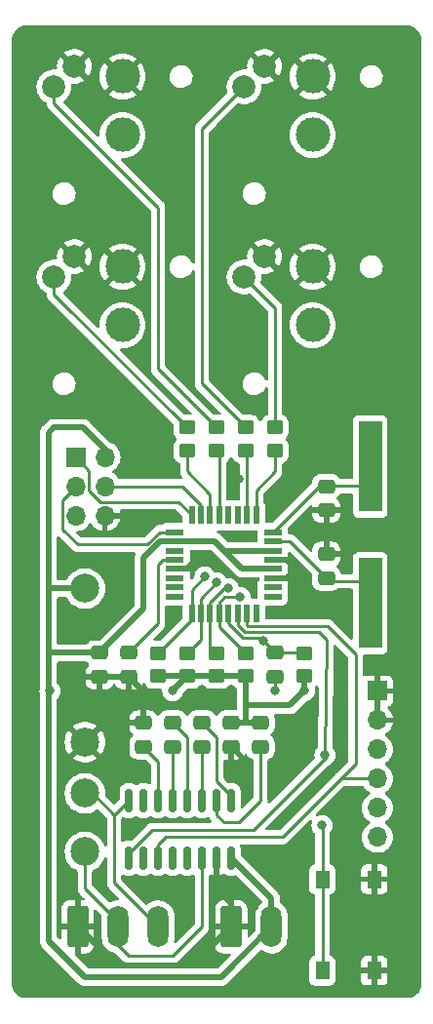
<source format=gtl>
%TF.GenerationSoftware,KiCad,Pcbnew,(7.0.0)*%
%TF.CreationDate,2023-10-19T20:40:40+02:00*%
%TF.ProjectId,SEM_ProjektoroSCH-Rev2,53454d5f-5072-46f6-9a65-6b746f726f53,2.3*%
%TF.SameCoordinates,Original*%
%TF.FileFunction,Copper,L1,Top*%
%TF.FilePolarity,Positive*%
%FSLAX46Y46*%
G04 Gerber Fmt 4.6, Leading zero omitted, Abs format (unit mm)*
G04 Created by KiCad (PCBNEW (7.0.0)) date 2023-10-19 20:40:40*
%MOMM*%
%LPD*%
G01*
G04 APERTURE LIST*
G04 Aperture macros list*
%AMRoundRect*
0 Rectangle with rounded corners*
0 $1 Rounding radius*
0 $2 $3 $4 $5 $6 $7 $8 $9 X,Y pos of 4 corners*
0 Add a 4 corners polygon primitive as box body*
4,1,4,$2,$3,$4,$5,$6,$7,$8,$9,$2,$3,0*
0 Add four circle primitives for the rounded corners*
1,1,$1+$1,$2,$3*
1,1,$1+$1,$4,$5*
1,1,$1+$1,$6,$7*
1,1,$1+$1,$8,$9*
0 Add four rect primitives between the rounded corners*
20,1,$1+$1,$2,$3,$4,$5,0*
20,1,$1+$1,$4,$5,$6,$7,0*
20,1,$1+$1,$6,$7,$8,$9,0*
20,1,$1+$1,$8,$9,$2,$3,0*%
G04 Aperture macros list end*
%TA.AperFunction,SMDPad,CuDef*%
%ADD10R,1.600000X0.550000*%
%TD*%
%TA.AperFunction,SMDPad,CuDef*%
%ADD11R,0.550000X1.600000*%
%TD*%
%TA.AperFunction,SMDPad,CuDef*%
%ADD12RoundRect,0.250000X-0.450000X0.350000X-0.450000X-0.350000X0.450000X-0.350000X0.450000X0.350000X0*%
%TD*%
%TA.AperFunction,ComponentPad*%
%ADD13RoundRect,0.250000X-0.650000X-1.550000X0.650000X-1.550000X0.650000X1.550000X-0.650000X1.550000X0*%
%TD*%
%TA.AperFunction,ComponentPad*%
%ADD14O,1.800000X3.600000*%
%TD*%
%TA.AperFunction,ComponentPad*%
%ADD15R,1.700000X1.700000*%
%TD*%
%TA.AperFunction,ComponentPad*%
%ADD16O,1.700000X1.700000*%
%TD*%
%TA.AperFunction,ComponentPad*%
%ADD17C,3.000000*%
%TD*%
%TA.AperFunction,ComponentPad*%
%ADD18C,2.000000*%
%TD*%
%TA.AperFunction,SMDPad,CuDef*%
%ADD19RoundRect,0.250000X-0.475000X0.337500X-0.475000X-0.337500X0.475000X-0.337500X0.475000X0.337500X0*%
%TD*%
%TA.AperFunction,SMDPad,CuDef*%
%ADD20C,2.500000*%
%TD*%
%TA.AperFunction,SMDPad,CuDef*%
%ADD21RoundRect,0.250000X0.475000X-0.337500X0.475000X0.337500X-0.475000X0.337500X-0.475000X-0.337500X0*%
%TD*%
%TA.AperFunction,SMDPad,CuDef*%
%ADD22R,2.000000X7.875000*%
%TD*%
%TA.AperFunction,SMDPad,CuDef*%
%ADD23R,1.300000X1.550000*%
%TD*%
%TA.AperFunction,SMDPad,CuDef*%
%ADD24RoundRect,0.150000X-0.150000X0.850000X-0.150000X-0.850000X0.150000X-0.850000X0.150000X0.850000X0*%
%TD*%
%TA.AperFunction,ViaPad*%
%ADD25C,0.800000*%
%TD*%
%TA.AperFunction,Conductor*%
%ADD26C,0.254000*%
%TD*%
%TA.AperFunction,Conductor*%
%ADD27C,0.508000*%
%TD*%
G04 APERTURE END LIST*
D10*
%TO.P,U2,1,PD3*%
%TO.N,unconnected-(U2-PD3-Pad1)*%
X150299999Y-99124999D03*
%TO.P,U2,2,PD4*%
%TO.N,unconnected-(U2-PD4-Pad2)*%
X150299999Y-98324999D03*
%TO.P,U2,3,GND*%
%TO.N,GND*%
X150299999Y-97524999D03*
%TO.P,U2,4,VCC*%
%TO.N,+5V*%
X150299999Y-96724999D03*
%TO.P,U2,5,GND*%
%TO.N,GND*%
X150299999Y-95924999D03*
%TO.P,U2,6,VCC*%
%TO.N,+5V*%
X150299999Y-95124999D03*
%TO.P,U2,7,XTAL1/PB6*%
%TO.N,Net-(U2-XTAL1{slash}PB6)*%
X150299999Y-94324999D03*
%TO.P,U2,8,XTAL2/PB7*%
%TO.N,Net-(U2-XTAL2{slash}PB7)*%
X150299999Y-93524999D03*
D11*
%TO.P,U2,9,PD5*%
%TO.N,PWM-4*%
X148849999Y-92074999D03*
%TO.P,U2,10,PD6*%
%TO.N,PWM-2*%
X148049999Y-92074999D03*
%TO.P,U2,11,PD7*%
%TO.N,unconnected-(U2-PD7-Pad11)*%
X147249999Y-92074999D03*
%TO.P,U2,12,PB0*%
%TO.N,unconnected-(U2-PB0-Pad12)*%
X146449999Y-92074999D03*
%TO.P,U2,13,PB1*%
%TO.N,PWM-1*%
X145649999Y-92074999D03*
%TO.P,U2,14,PB2*%
%TO.N,PWM-3*%
X144849999Y-92074999D03*
%TO.P,U2,15,PB3*%
%TO.N,MOSI*%
X144049999Y-92074999D03*
%TO.P,U2,16,PB4*%
%TO.N,MISO*%
X143249999Y-92074999D03*
D10*
%TO.P,U2,17,PB5*%
%TO.N,SCK*%
X141799999Y-93524999D03*
%TO.P,U2,18,AVCC*%
%TO.N,+5V*%
X141799999Y-94324999D03*
%TO.P,U2,19,ADC6*%
%TO.N,unconnected-(U2-ADC6-Pad19)*%
X141799999Y-95124999D03*
%TO.P,U2,20,AREF*%
%TO.N,Net-(U2-AREF)*%
X141799999Y-95924999D03*
%TO.P,U2,21,GND*%
%TO.N,GND*%
X141799999Y-96724999D03*
%TO.P,U2,22,ADC7*%
%TO.N,unconnected-(U2-ADC7-Pad22)*%
X141799999Y-97524999D03*
%TO.P,U2,23,PC0*%
%TO.N,unconnected-(U2-PC0-Pad23)*%
X141799999Y-98324999D03*
%TO.P,U2,24,PC1*%
%TO.N,unconnected-(U2-PC1-Pad24)*%
X141799999Y-99124999D03*
D11*
%TO.P,U2,25,PC2*%
%TO.N,BTN-3*%
X143249999Y-100574999D03*
%TO.P,U2,26,PC3*%
%TO.N,BTN-1*%
X144049999Y-100574999D03*
%TO.P,U2,27,PC4*%
%TO.N,BTN-2*%
X144849999Y-100574999D03*
%TO.P,U2,28,PC5*%
%TO.N,BTN-4*%
X145649999Y-100574999D03*
%TO.P,U2,29,~{RESET}/PC6*%
%TO.N,RST*%
X146449999Y-100574999D03*
%TO.P,U2,30,PD0*%
%TO.N,MCU-RX*%
X147249999Y-100574999D03*
%TO.P,U2,31,PD1*%
%TO.N,MCU-TX*%
X148049999Y-100574999D03*
%TO.P,U2,32,PD2*%
%TO.N,unconnected-(U2-PD2-Pad32)*%
X148849999Y-100574999D03*
%TD*%
D12*
%TO.P,R7,1*%
%TO.N,BTN-3*%
X140335000Y-104045000D03*
%TO.P,R7,2*%
%TO.N,+5V*%
X140335000Y-106045000D03*
%TD*%
%TO.P,R2,1*%
%TO.N,Net-(R2-Pad1)*%
X147955000Y-84455000D03*
%TO.P,R2,2*%
%TO.N,PWM-2*%
X147955000Y-86455000D03*
%TD*%
D13*
%TO.P,J2,1,Pin_1*%
%TO.N,GND*%
X133350000Y-127800000D03*
D14*
%TO.P,J2,2,Pin_2*%
%TO.N,232-TX*%
X136849999Y-127799999D03*
%TO.P,J2,3,Pin_3*%
%TO.N,232-RX*%
X140349999Y-127799999D03*
%TD*%
D12*
%TO.P,R8,1*%
%TO.N,BTN-4*%
X147955000Y-104045000D03*
%TO.P,R8,2*%
%TO.N,+5V*%
X147955000Y-106045000D03*
%TD*%
D15*
%TO.P,J3,1,Pin_1*%
%TO.N,GND*%
X159384999Y-107314999D03*
D16*
%TO.P,J3,2,Pin_2*%
X159384999Y-109854999D03*
%TO.P,J3,3,Pin_3*%
%TO.N,+5V*%
X159384999Y-112394999D03*
%TO.P,J3,4,Pin_4*%
%TO.N,MCU-TX*%
X159384999Y-114934999D03*
%TO.P,J3,5,Pin_5*%
%TO.N,MCU-RX*%
X159384999Y-117474999D03*
%TO.P,J3,6,Pin_6*%
%TO.N,PROG-DTR*%
X159384999Y-120014999D03*
%TD*%
D17*
%TO.P,SW4,1,A*%
%TO.N,GND*%
X153765000Y-70485000D03*
%TO.P,SW4,2,B*%
%TO.N,BTN-4*%
X153765000Y-75565000D03*
D18*
%TO.P,SW4,3,A*%
%TO.N,Net-(R4-Pad1)*%
X147796000Y-71374000D03*
%TO.P,SW4,4,K*%
%TO.N,GND*%
X149574000Y-69596000D03*
%TD*%
D19*
%TO.P,C4,1*%
%TO.N,GND*%
X139065000Y-110087500D03*
%TO.P,C4,2*%
%TO.N,Net-(U1-VS-)*%
X139065000Y-112162500D03*
%TD*%
D20*
%TO.P,RS-TX,1,1*%
%TO.N,232-TX*%
X133985000Y-121285000D03*
%TD*%
D19*
%TO.P,C9,1*%
%TO.N,GND*%
X154940000Y-95440000D03*
%TO.P,C9,2*%
%TO.N,Net-(U2-XTAL1{slash}PB6)*%
X154940000Y-97515000D03*
%TD*%
D21*
%TO.P,C6,1*%
%TO.N,Net-(U1-VS+)*%
X149225000Y-112162500D03*
%TO.P,C6,2*%
%TO.N,+5V*%
X149225000Y-110087500D03*
%TD*%
D20*
%TO.P,RS-RX,1,1*%
%TO.N,232-RX*%
X133985000Y-116205000D03*
%TD*%
D12*
%TO.P,R1,1*%
%TO.N,Net-(R1-Pad1)*%
X145415000Y-84455000D03*
%TO.P,R1,2*%
%TO.N,PWM-1*%
X145415000Y-86455000D03*
%TD*%
D21*
%TO.P,C10,1*%
%TO.N,GND*%
X154940000Y-91630000D03*
%TO.P,C10,2*%
%TO.N,Net-(U2-XTAL2{slash}PB7)*%
X154940000Y-89555000D03*
%TD*%
%TO.P,C7,1*%
%TO.N,GND*%
X135255000Y-106088000D03*
%TO.P,C7,2*%
%TO.N,+5V*%
X135255000Y-104013000D03*
%TD*%
D12*
%TO.P,R5,1*%
%TO.N,BTN-1*%
X142875000Y-104045000D03*
%TO.P,R5,2*%
%TO.N,+5V*%
X142875000Y-106045000D03*
%TD*%
%TO.P,R6,1*%
%TO.N,BTN-2*%
X145415000Y-104045000D03*
%TO.P,R6,2*%
%TO.N,+5V*%
X145415000Y-106045000D03*
%TD*%
D19*
%TO.P,C1,1*%
%TO.N,Net-(U1-C1+)*%
X144145000Y-110087500D03*
%TO.P,C1,2*%
%TO.N,Net-(U1-C1-)*%
X144145000Y-112162500D03*
%TD*%
%TO.P,C3,1*%
%TO.N,Net-(U1-C2+)*%
X141605000Y-110087500D03*
%TO.P,C3,2*%
%TO.N,Net-(U1-C2-)*%
X141605000Y-112162500D03*
%TD*%
D21*
%TO.P,C5,1*%
%TO.N,GND*%
X137795000Y-106088000D03*
%TO.P,C5,2*%
%TO.N,Net-(U2-AREF)*%
X137795000Y-104013000D03*
%TD*%
D13*
%TO.P,J1,1,Pin_1*%
%TO.N,GND*%
X146685000Y-127800000D03*
D14*
%TO.P,J1,2,Pin_2*%
%TO.N,+5V*%
X150184999Y-127799999D03*
%TD*%
D20*
%TO.P,GND,1,1*%
%TO.N,GND*%
X133985000Y-111760000D03*
%TD*%
D22*
%TO.P,Y1,1,1*%
%TO.N,Net-(U2-XTAL2{slash}PB7)*%
X158749999Y-87819999D03*
%TO.P,Y1,2,2*%
%TO.N,Net-(U2-XTAL1{slash}PB6)*%
X158749999Y-99694999D03*
%TD*%
D12*
%TO.P,R4,1*%
%TO.N,Net-(R4-Pad1)*%
X150495000Y-84455000D03*
%TO.P,R4,2*%
%TO.N,PWM-4*%
X150495000Y-86455000D03*
%TD*%
D19*
%TO.P,C8,1*%
%TO.N,RST*%
X150495000Y-104007500D03*
%TO.P,C8,2*%
%TO.N,PROG-DTR*%
X150495000Y-106082500D03*
%TD*%
D23*
%TO.P,SW5,1,A*%
%TO.N,GND*%
X159094999Y-123659999D03*
X159094999Y-131609999D03*
%TO.P,SW5,2,B*%
%TO.N,RST*%
X154594999Y-123659999D03*
X154594999Y-131609999D03*
%TD*%
D12*
%TO.P,R3,1*%
%TO.N,Net-(R3-Pad1)*%
X142875000Y-84455000D03*
%TO.P,R3,2*%
%TO.N,PWM-3*%
X142875000Y-86455000D03*
%TD*%
D17*
%TO.P,SW1,1,A*%
%TO.N,GND*%
X137255000Y-53975000D03*
%TO.P,SW1,2,B*%
%TO.N,BTN-1*%
X137255000Y-59055000D03*
D18*
%TO.P,SW1,3,A*%
%TO.N,Net-(R1-Pad1)*%
X131286000Y-54864000D03*
%TO.P,SW1,4,K*%
%TO.N,GND*%
X133064000Y-53086000D03*
%TD*%
%TO.P,SW2,4,K*%
%TO.N,GND*%
X149574000Y-53086000D03*
%TO.P,SW2,3,A*%
%TO.N,Net-(R2-Pad1)*%
X147796000Y-54864000D03*
D17*
%TO.P,SW2,2,B*%
%TO.N,BTN-2*%
X153765000Y-59055000D03*
%TO.P,SW2,1,A*%
%TO.N,GND*%
X153765000Y-53975000D03*
%TD*%
D24*
%TO.P,U1,1,C1+*%
%TO.N,Net-(U1-C1+)*%
X146685000Y-116840000D03*
%TO.P,U1,2,VS+*%
%TO.N,Net-(U1-VS+)*%
X145415000Y-116840000D03*
%TO.P,U1,3,C1-*%
%TO.N,Net-(U1-C1-)*%
X144145000Y-116840000D03*
%TO.P,U1,4,C2+*%
%TO.N,Net-(U1-C2+)*%
X142875000Y-116840000D03*
%TO.P,U1,5,C2-*%
%TO.N,Net-(U1-C2-)*%
X141605000Y-116840000D03*
%TO.P,U1,6,VS-*%
%TO.N,Net-(U1-VS-)*%
X140335000Y-116840000D03*
%TO.P,U1,7,T2OUT*%
%TO.N,unconnected-(U1-T2OUT-Pad7)*%
X139065000Y-116840000D03*
%TO.P,U1,8,R2IN*%
%TO.N,232-RX*%
X137795000Y-116840000D03*
%TO.P,U1,9,R2OUT*%
%TO.N,MCU-RX*%
X137795000Y-121840000D03*
%TO.P,U1,10,T2IN*%
%TO.N,unconnected-(U1-T2IN-Pad10)*%
X139065000Y-121840000D03*
%TO.P,U1,11,T1IN*%
%TO.N,MCU-TX*%
X140335000Y-121840000D03*
%TO.P,U1,12,R1OUT*%
%TO.N,unconnected-(U1-R1OUT-Pad12)*%
X141605000Y-121840000D03*
%TO.P,U1,13,R1IN*%
%TO.N,unconnected-(U1-R1IN-Pad13)*%
X142875000Y-121840000D03*
%TO.P,U1,14,T1OUT*%
%TO.N,232-TX*%
X144145000Y-121840000D03*
%TO.P,U1,15,GND*%
%TO.N,GND*%
X145415000Y-121840000D03*
%TO.P,U1,16,VCC*%
%TO.N,+5V*%
X146685000Y-121840000D03*
%TD*%
D20*
%TO.P,5V,1,1*%
%TO.N,+5V*%
X133985000Y-98425000D03*
%TD*%
D15*
%TO.P,J4,1,Pin_1*%
%TO.N,MISO*%
X133174999Y-87009999D03*
D16*
%TO.P,J4,2,Pin_2*%
%TO.N,+5V*%
X135714999Y-87009999D03*
%TO.P,J4,3,Pin_3*%
%TO.N,SCK*%
X133174999Y-89549999D03*
%TO.P,J4,4,Pin_4*%
%TO.N,MOSI*%
X135714999Y-89549999D03*
%TO.P,J4,5,Pin_5*%
%TO.N,RST*%
X133174999Y-92089999D03*
%TO.P,J4,6,Pin_6*%
%TO.N,GND*%
X135714999Y-92089999D03*
%TD*%
D12*
%TO.P,R9,1*%
%TO.N,RST*%
X153035000Y-104045000D03*
%TO.P,R9,2*%
%TO.N,+5V*%
X153035000Y-106045000D03*
%TD*%
D19*
%TO.P,C2,1*%
%TO.N,+5V*%
X146685000Y-110087500D03*
%TO.P,C2,2*%
%TO.N,GND*%
X146685000Y-112162500D03*
%TD*%
D18*
%TO.P,SW3,4,K*%
%TO.N,GND*%
X133064000Y-69596000D03*
%TO.P,SW3,3,A*%
%TO.N,Net-(R3-Pad1)*%
X131286000Y-71374000D03*
D17*
%TO.P,SW3,2,B*%
%TO.N,BTN-3*%
X137255000Y-75565000D03*
%TO.P,SW3,1,A*%
%TO.N,GND*%
X137255000Y-70485000D03*
%TD*%
D25*
%TO.N,BTN-2*%
X146431000Y-98425000D03*
%TO.N,RST*%
X154559000Y-118999000D03*
%TO.N,MCU-RX*%
X154813000Y-112903000D03*
%TO.N,GND*%
X143510000Y-50165000D03*
%TO.N,BTN-3*%
X144399000Y-97409000D03*
%TO.N,BTN-4*%
X147447000Y-99175498D03*
%TO.N,GND*%
X143510000Y-133350000D03*
X162560000Y-75565000D03*
%TO.N,RST*%
X149479000Y-102997000D03*
%TO.N,BTN-1*%
X145415000Y-97917000D03*
%TO.N,PROG-DTR*%
X150495000Y-107315000D03*
%TO.N,GND*%
X133350000Y-133350000D03*
%TO.N,+5V*%
X141605000Y-107315000D03*
%TO.N,GND*%
X161925000Y-50800000D03*
X155067000Y-93345000D03*
X162560000Y-126365000D03*
X154940000Y-84455000D03*
X128270000Y-116205000D03*
X128270000Y-85725000D03*
X162560000Y-70485000D03*
X128270000Y-95885000D03*
X162560000Y-60325000D03*
X162560000Y-121285000D03*
X162560000Y-65405000D03*
X128270000Y-65405000D03*
X128270000Y-126365000D03*
X144145000Y-107950000D03*
X152019000Y-96901000D03*
X153670000Y-133350000D03*
X148590000Y-50165000D03*
X162560000Y-100965000D03*
X147320000Y-93980000D03*
%TO.N,+5V*%
X153035000Y-107315000D03*
%TO.N,GND*%
X128270000Y-90805000D03*
X147320000Y-88900000D03*
X153670000Y-50165000D03*
X137795000Y-113665000D03*
X128270000Y-111125000D03*
X128270000Y-106045000D03*
X156210000Y-111760000D03*
%TO.N,+5V*%
X130937000Y-107315000D03*
%TO.N,GND*%
X162560000Y-111125000D03*
X142240000Y-124460000D03*
X162560000Y-85725000D03*
X128270000Y-75565000D03*
X139065000Y-88265000D03*
X151130000Y-121920000D03*
X161925000Y-132715000D03*
X128270000Y-60325000D03*
X151765000Y-113030000D03*
X162560000Y-80645000D03*
X141605000Y-100965000D03*
X136525000Y-95885000D03*
X128270000Y-121285000D03*
X137033000Y-110109000D03*
X158750000Y-133350000D03*
X143383000Y-96393000D03*
X138430000Y-133350000D03*
X158750000Y-50165000D03*
X128270000Y-100965000D03*
X135255000Y-123825000D03*
X162560000Y-90805000D03*
X148590000Y-133350000D03*
X128270000Y-55245000D03*
X147955000Y-113411000D03*
X137795000Y-119380000D03*
X162560000Y-116205000D03*
X128270000Y-70485000D03*
X162560000Y-95885000D03*
X162560000Y-106045000D03*
X128270000Y-80645000D03*
X138430000Y-50165000D03*
X133350000Y-50165000D03*
X128905000Y-132715000D03*
X159095000Y-127381000D03*
X162560000Y-55245000D03*
X128905000Y-50800000D03*
%TD*%
D26*
%TO.N,Net-(U1-VS+)*%
X146050000Y-118745000D02*
X145415000Y-118110000D01*
%TO.N,Net-(U2-AREF)*%
X140335000Y-96336000D02*
X140335000Y-101473000D01*
%TO.N,Net-(U1-VS+)*%
X145415000Y-118110000D02*
X145415000Y-116840000D01*
X147320000Y-118745000D02*
X146050000Y-118745000D01*
X149225000Y-112162500D02*
X149225000Y-116840000D01*
X149225000Y-116840000D02*
X147320000Y-118745000D01*
%TO.N,Net-(U2-XTAL1{slash}PB6)*%
X154940000Y-97515000D02*
X151750000Y-94325000D01*
D27*
%TO.N,+5V*%
X153035000Y-107315000D02*
X153035000Y-106553000D01*
X151765000Y-108585000D02*
X153035000Y-107315000D01*
X130810000Y-100330000D02*
X130810000Y-94615000D01*
D26*
%TO.N,Net-(U1-C1+)*%
X145415000Y-111357500D02*
X145415000Y-115165420D01*
D27*
%TO.N,+5V*%
X130810000Y-98425000D02*
X133985000Y-98425000D01*
D26*
%TO.N,Net-(U1-C1+)*%
X144145000Y-110087500D02*
X145415000Y-111357500D01*
%TO.N,Net-(U1-VS-)*%
X140335000Y-116840000D02*
X140335000Y-113432500D01*
D27*
%TO.N,+5V*%
X140335000Y-106045000D02*
X147955000Y-106045000D01*
D26*
%TO.N,Net-(U1-C1+)*%
X146685000Y-116435420D02*
X146685000Y-116840000D01*
D27*
%TO.N,+5V*%
X130810000Y-107442000D02*
X130810000Y-128997803D01*
X146685000Y-110087500D02*
X147955000Y-110087500D01*
D26*
%TO.N,Net-(U1-C1-)*%
X144145000Y-116840000D02*
X144145000Y-112162500D01*
D27*
%TO.N,+5V*%
X130810000Y-94615000D02*
X130810000Y-94150000D01*
X147955000Y-106045000D02*
X147955000Y-108585000D01*
X135715000Y-86365000D02*
X133805000Y-84455000D01*
X147955000Y-108585000D02*
X151765000Y-108585000D01*
X139065000Y-95752000D02*
X139065000Y-100203000D01*
X130810000Y-100330000D02*
X130810000Y-98425000D01*
X150185000Y-125340000D02*
X146685000Y-121840000D01*
X130810000Y-107188000D02*
X130937000Y-107315000D01*
X130937000Y-104013000D02*
X130810000Y-104140000D01*
X135255000Y-104013000D02*
X130937000Y-104013000D01*
X147650000Y-96725000D02*
X150300000Y-96725000D01*
X131275000Y-84455000D02*
X130810000Y-84920000D01*
X145250000Y-94325000D02*
X146050000Y-95125000D01*
X146050000Y-95125000D02*
X147650000Y-96725000D01*
X130810000Y-128997803D02*
X133965197Y-132153000D01*
X147955000Y-108585000D02*
X147955000Y-110087500D01*
X135715000Y-87010000D02*
X135715000Y-86365000D01*
X130810000Y-84920000D02*
X130810000Y-94150000D01*
X145832000Y-132153000D02*
X150185000Y-127800000D01*
D26*
%TO.N,Net-(U1-C2+)*%
X142875000Y-116840000D02*
X142875000Y-111357500D01*
D27*
%TO.N,+5V*%
X133965197Y-132153000D02*
X145832000Y-132153000D01*
X141800000Y-94325000D02*
X140492000Y-94325000D01*
X130810000Y-104140000D02*
X130810000Y-107188000D01*
X147955000Y-110087500D02*
X149225000Y-110087500D01*
X130810000Y-104140000D02*
X130810000Y-102870000D01*
D26*
%TO.N,Net-(U1-VS-)*%
X140335000Y-113432500D02*
X139065000Y-112162500D01*
D27*
%TO.N,+5V*%
X146050000Y-95125000D02*
X150300000Y-95125000D01*
X141800000Y-94325000D02*
X145250000Y-94325000D01*
D26*
%TO.N,Net-(U1-C1+)*%
X145415000Y-115165420D02*
X146685000Y-116435420D01*
%TO.N,Net-(U1-C2+)*%
X142875000Y-111357500D02*
X141605000Y-110087500D01*
D27*
%TO.N,+5V*%
X130810000Y-102870000D02*
X130810000Y-100330000D01*
D26*
%TO.N,Net-(U1-C2-)*%
X141605000Y-116840000D02*
X141605000Y-112162500D01*
%TO.N,Net-(U2-AREF)*%
X140746000Y-95925000D02*
X140335000Y-96336000D01*
D27*
%TO.N,GND*%
X155067000Y-93345000D02*
X154940000Y-93218000D01*
X137011500Y-110087500D02*
X135657500Y-110087500D01*
%TO.N,+5V*%
X142875000Y-106045000D02*
X141605000Y-107315000D01*
X153035000Y-106553000D02*
X153035000Y-106045000D01*
%TO.N,GND*%
X137033000Y-110109000D02*
X137011500Y-110087500D01*
X152019000Y-96989000D02*
X151483000Y-97525000D01*
%TO.N,+5V*%
X139065000Y-100203000D02*
X135255000Y-104013000D01*
%TO.N,GND*%
X151483000Y-95925000D02*
X152019000Y-96461000D01*
X142859261Y-96725000D02*
X141800000Y-96725000D01*
%TO.N,+5V*%
X130937000Y-107315000D02*
X130810000Y-107442000D01*
%TO.N,GND*%
X143383000Y-96393000D02*
X143191261Y-96393000D01*
X154940000Y-95440000D02*
X154940000Y-93472000D01*
X137054500Y-110087500D02*
X137033000Y-110109000D01*
X152019000Y-96461000D02*
X152019000Y-96901000D01*
X147955000Y-113411000D02*
X147955000Y-113411000D01*
X154940000Y-93472000D02*
X155067000Y-93345000D01*
X147955000Y-113411000D02*
X147701000Y-113157000D01*
X143294000Y-131191000D02*
X136741000Y-131191000D01*
X159095000Y-127381000D02*
X159095000Y-131610000D01*
X139065000Y-110087500D02*
X137054500Y-110087500D01*
X136741000Y-131191000D02*
X133350000Y-127800000D01*
X143191261Y-96393000D02*
X142859261Y-96725000D01*
X151483000Y-97525000D02*
X150300000Y-97525000D01*
X135255000Y-106088000D02*
X137795000Y-106088000D01*
X159095000Y-127381000D02*
X159095000Y-123660000D01*
X135657500Y-110087500D02*
X133985000Y-111760000D01*
D26*
%TO.N,Net-(U2-AREF)*%
X140335000Y-101473000D02*
X137795000Y-104013000D01*
D27*
%TO.N,GND*%
X154940000Y-93218000D02*
X154940000Y-91630000D01*
X147955000Y-113411000D02*
X147955000Y-113411000D01*
D26*
%TO.N,Net-(U2-AREF)*%
X141800000Y-95925000D02*
X140746000Y-95925000D01*
D27*
%TO.N,+5V*%
X150185000Y-127800000D02*
X150185000Y-125340000D01*
X133805000Y-84455000D02*
X131275000Y-84455000D01*
%TO.N,GND*%
X139065000Y-107358000D02*
X137795000Y-106088000D01*
%TO.N,+5V*%
X140492000Y-94325000D02*
X139065000Y-95752000D01*
%TO.N,GND*%
X146685000Y-112162500D02*
X146706500Y-112162500D01*
X146685000Y-125730000D02*
X146685000Y-127800000D01*
X150300000Y-95925000D02*
X151483000Y-95925000D01*
X159385000Y-109855000D02*
X159385000Y-107315000D01*
X152019000Y-96901000D02*
X152019000Y-96989000D01*
X145415000Y-121840000D02*
X145415000Y-124460000D01*
X146706500Y-112162500D02*
X147955000Y-113411000D01*
X139065000Y-110087500D02*
X139065000Y-107358000D01*
X145415000Y-124460000D02*
X146685000Y-125730000D01*
X139065000Y-110087500D02*
X138832500Y-109855000D01*
X146685000Y-127800000D02*
X143294000Y-131191000D01*
D26*
%TO.N,Net-(R1-Pad1)*%
X140335000Y-79375000D02*
X140335000Y-65327213D01*
%TO.N,BTN-4*%
X145650000Y-101740000D02*
X147955000Y-104045000D01*
%TO.N,Net-(R1-Pad1)*%
X131286000Y-56278213D02*
X131286000Y-54864000D01*
%TO.N,Net-(R2-Pad1)*%
X144145000Y-58515000D02*
X147796000Y-54864000D01*
%TO.N,Net-(R3-Pad1)*%
X131286000Y-72866000D02*
X131286000Y-71374000D01*
%TO.N,Net-(R4-Pad1)*%
X150495000Y-84455000D02*
X150495000Y-74073000D01*
%TO.N,Net-(R2-Pad1)*%
X147955000Y-84455000D02*
X144145000Y-80645000D01*
X144145000Y-80645000D02*
X144145000Y-58515000D01*
%TO.N,Net-(R3-Pad1)*%
X142875000Y-84455000D02*
X131286000Y-72866000D01*
%TO.N,Net-(R4-Pad1)*%
X150495000Y-74073000D02*
X147796000Y-71374000D01*
%TO.N,Net-(R1-Pad1)*%
X140335000Y-65327213D02*
X131286000Y-56278213D01*
%TO.N,BTN-4*%
X146120502Y-99175498D02*
X145650000Y-99646000D01*
%TO.N,Net-(R1-Pad1)*%
X145415000Y-84455000D02*
X140335000Y-79375000D01*
%TO.N,MCU-TX*%
X148050000Y-100575000D02*
X148050000Y-101629000D01*
X151130000Y-120015000D02*
X140970000Y-120015000D01*
X157480000Y-113665000D02*
X156210000Y-114935000D01*
X155042000Y-101702000D02*
X157480000Y-104140000D01*
X140970000Y-120015000D02*
X140335000Y-120650000D01*
%TO.N,MOSI*%
X135715000Y-89550000D02*
X142454000Y-89550000D01*
%TO.N,PWM-1*%
X145650000Y-86690000D02*
X145650000Y-92075000D01*
%TO.N,MISO*%
X133175000Y-87010000D02*
X134352000Y-88187000D01*
X134352000Y-88187000D02*
X134352000Y-89902000D01*
%TO.N,MOSI*%
X142454000Y-89550000D02*
X144050000Y-91146000D01*
%TO.N,MISO*%
X134352000Y-89902000D02*
X135363000Y-90913000D01*
%TO.N,PWM-3*%
X144850000Y-92075000D02*
X144850000Y-90240000D01*
%TO.N,PWM-4*%
X150495000Y-88265000D02*
X148850000Y-89910000D01*
X150495000Y-86455000D02*
X150495000Y-88265000D01*
X148850000Y-89910000D02*
X148850000Y-92075000D01*
%TO.N,MCU-TX*%
X140335000Y-120650000D02*
X140335000Y-121840000D01*
%TO.N,BTN-1*%
X144050000Y-102870000D02*
X142875000Y-104045000D01*
%TO.N,MISO*%
X142088000Y-90913000D02*
X143250000Y-92075000D01*
%TO.N,BTN-1*%
X145415000Y-97917000D02*
X144050000Y-99282000D01*
%TO.N,BTN-2*%
X144850000Y-100575000D02*
X144850000Y-103480000D01*
%TO.N,SCK*%
X133350000Y-94615000D02*
X139380342Y-94615000D01*
%TO.N,MCU-TX*%
X148050000Y-101629000D02*
X148123000Y-101702000D01*
%TO.N,BTN-2*%
X146071000Y-98425000D02*
X144850000Y-99646000D01*
%TO.N,MCU-TX*%
X156210000Y-114935000D02*
X159385000Y-114935000D01*
%TO.N,SCK*%
X131998000Y-90727000D02*
X131998000Y-93263000D01*
%TO.N,PWM-3*%
X142875000Y-88265000D02*
X142875000Y-86455000D01*
%TO.N,BTN-1*%
X144050000Y-99282000D02*
X144050000Y-100575000D01*
%TO.N,BTN-3*%
X143250000Y-98558000D02*
X143250000Y-100575000D01*
%TO.N,MCU-TX*%
X148123000Y-101702000D02*
X155042000Y-101702000D01*
%TO.N,SCK*%
X133175000Y-89550000D02*
X131998000Y-90727000D01*
%TO.N,BTN-3*%
X144399000Y-97409000D02*
X143250000Y-98558000D01*
%TO.N,PWM-2*%
X148050000Y-92075000D02*
X148050000Y-86550000D01*
%TO.N,SCK*%
X139380342Y-94615000D02*
X140470342Y-93525000D01*
%TO.N,MOSI*%
X144050000Y-91146000D02*
X144050000Y-92075000D01*
%TO.N,MCU-RX*%
X154305000Y-102235000D02*
X154940000Y-102870000D01*
%TO.N,PWM-1*%
X145415000Y-86455000D02*
X145650000Y-86690000D01*
%TO.N,MCU-TX*%
X157480000Y-104140000D02*
X157480000Y-113665000D01*
%TO.N,PWM-2*%
X148050000Y-86550000D02*
X147955000Y-86455000D01*
%TO.N,PWM-3*%
X144850000Y-90240000D02*
X142875000Y-88265000D01*
%TO.N,MCU-RX*%
X137795000Y-121435420D02*
X137795000Y-121840000D01*
%TO.N,SCK*%
X140470342Y-93525000D02*
X141800000Y-93525000D01*
%TO.N,BTN-2*%
X144850000Y-103480000D02*
X145415000Y-104045000D01*
%TO.N,BTN-3*%
X143250000Y-101130000D02*
X140335000Y-104045000D01*
%TO.N,MCU-RX*%
X147250000Y-101629000D02*
X147856000Y-102235000D01*
%TO.N,BTN-2*%
X144850000Y-99646000D02*
X144850000Y-100575000D01*
%TO.N,BTN-1*%
X144050000Y-100575000D02*
X144050000Y-102870000D01*
%TO.N,BTN-2*%
X146431000Y-98425000D02*
X146071000Y-98425000D01*
%TO.N,BTN-4*%
X147447000Y-99175498D02*
X146120502Y-99175498D01*
%TO.N,SCK*%
X131998000Y-93263000D02*
X133350000Y-94615000D01*
%TO.N,BTN-4*%
X145650000Y-100575000D02*
X145650000Y-101740000D01*
%TO.N,MCU-RX*%
X154940000Y-102870000D02*
X154813000Y-112903000D01*
%TO.N,MISO*%
X135363000Y-90913000D02*
X142088000Y-90913000D01*
%TO.N,BTN-3*%
X143250000Y-100575000D02*
X143250000Y-101130000D01*
%TO.N,BTN-4*%
X145650000Y-99646000D02*
X145650000Y-100575000D01*
%TO.N,MCU-TX*%
X156210000Y-114935000D02*
X151130000Y-120015000D01*
%TO.N,Net-(U2-XTAL2{slash}PB7)*%
X158750000Y-89535000D02*
X154960000Y-89535000D01*
%TO.N,RST*%
X154595000Y-119035000D02*
X154559000Y-118999000D01*
X146450000Y-101471052D02*
X146450000Y-100575000D01*
X149479000Y-102997000D02*
X149479000Y-102991500D01*
X152997500Y-104007500D02*
X153035000Y-104045000D01*
X154595000Y-123660000D02*
X154595000Y-131610000D01*
%TO.N,Net-(U2-XTAL2{slash}PB7)*%
X158750000Y-87820000D02*
X158750000Y-89535000D01*
%TO.N,232-RX*%
X136525000Y-123975000D02*
X136525000Y-118110000D01*
%TO.N,Net-(U2-XTAL1{slash}PB6)*%
X158750000Y-97790000D02*
X155215000Y-97790000D01*
%TO.N,232-RX*%
X136525000Y-118110000D02*
X137795000Y-116840000D01*
X134620000Y-116205000D02*
X133985000Y-116205000D01*
%TO.N,232-TX*%
X136850000Y-129395000D02*
X137795000Y-130340000D01*
%TO.N,RST*%
X150495000Y-104007500D02*
X152997500Y-104007500D01*
%TO.N,Net-(U2-XTAL1{slash}PB6)*%
X155215000Y-97790000D02*
X154940000Y-97515000D01*
%TO.N,Net-(U2-XTAL2{slash}PB7)*%
X154960000Y-89535000D02*
X154940000Y-89555000D01*
%TO.N,232-RX*%
X140350000Y-127800000D02*
X136525000Y-123975000D01*
%TO.N,PROG-DTR*%
X150495000Y-106082500D02*
X150495000Y-107315000D01*
%TO.N,232-TX*%
X141605000Y-130340000D02*
X144145000Y-127800000D01*
%TO.N,MCU-RX*%
X139850420Y-119380000D02*
X137795000Y-121435420D01*
X154940000Y-113030000D02*
X148590000Y-119380000D01*
%TO.N,Net-(U2-XTAL1{slash}PB6)*%
X158750000Y-99695000D02*
X158750000Y-97790000D01*
%TO.N,232-TX*%
X133985000Y-124460000D02*
X133985000Y-121285000D01*
X136850000Y-127800000D02*
X136850000Y-129395000D01*
%TO.N,Net-(U2-XTAL2{slash}PB7)*%
X154940000Y-89555000D02*
X154270000Y-89555000D01*
%TO.N,RST*%
X149479000Y-102991500D02*
X149176500Y-102689000D01*
%TO.N,232-TX*%
X144145000Y-127800000D02*
X144145000Y-121840000D01*
%TO.N,RST*%
X150495000Y-104007500D02*
X149484500Y-102997000D01*
%TO.N,232-RX*%
X136525000Y-118110000D02*
X134620000Y-116205000D01*
%TO.N,MCU-RX*%
X147856000Y-102235000D02*
X154305000Y-102235000D01*
X147250000Y-100575000D02*
X147250000Y-101629000D01*
%TO.N,RST*%
X149484500Y-102997000D02*
X149479000Y-102997000D01*
X154595000Y-123660000D02*
X154595000Y-119035000D01*
%TO.N,232-TX*%
X136850000Y-127325000D02*
X133985000Y-124460000D01*
%TO.N,MCU-RX*%
X148590000Y-119380000D02*
X139850420Y-119380000D01*
%TO.N,232-TX*%
X136850000Y-127800000D02*
X136850000Y-127325000D01*
%TO.N,MCU-RX*%
X154813000Y-112903000D02*
X154940000Y-113030000D01*
%TO.N,232-TX*%
X137795000Y-130340000D02*
X141605000Y-130340000D01*
%TO.N,RST*%
X149176500Y-102689000D02*
X147667948Y-102689000D01*
%TO.N,Net-(U2-XTAL2{slash}PB7)*%
X154270000Y-89555000D02*
X150300000Y-93525000D01*
%TO.N,Net-(U2-XTAL1{slash}PB6)*%
X151750000Y-94325000D02*
X150300000Y-94325000D01*
%TO.N,RST*%
X147667948Y-102689000D02*
X146450000Y-101471052D01*
%TD*%
%TA.AperFunction,Conductor*%
%TO.N,GND*%
G36*
X134141513Y-104779892D02*
G01*
X134184203Y-104814154D01*
X134187288Y-104819156D01*
X134311344Y-104943212D01*
X134317488Y-104947002D01*
X134323157Y-104951484D01*
X134322008Y-104952936D01*
X134357832Y-104990353D01*
X134373559Y-105050781D01*
X134357844Y-105111212D01*
X134322266Y-105148386D01*
X134323471Y-105149910D01*
X134306544Y-105163294D01*
X134192794Y-105277044D01*
X134183890Y-105288305D01*
X134099432Y-105425233D01*
X134093370Y-105438232D01*
X134042624Y-105591374D01*
X134039805Y-105604541D01*
X134030319Y-105697390D01*
X134030000Y-105703668D01*
X134030000Y-105821674D01*
X134033450Y-105834549D01*
X134046326Y-105838000D01*
X135381000Y-105838000D01*
X135443000Y-105854613D01*
X135488387Y-105900000D01*
X135505000Y-105962000D01*
X135505000Y-107159173D01*
X135508450Y-107172048D01*
X135521326Y-107175499D01*
X135776829Y-107175499D01*
X135783111Y-107175178D01*
X135875959Y-107165694D01*
X135889122Y-107162876D01*
X136042267Y-107112129D01*
X136055266Y-107106067D01*
X136192194Y-107021609D01*
X136203455Y-107012705D01*
X136317205Y-106898955D01*
X136326109Y-106887694D01*
X136410569Y-106750764D01*
X136412617Y-106746373D01*
X136458374Y-106694195D01*
X136525000Y-106674775D01*
X136591626Y-106694195D01*
X136637383Y-106746373D01*
X136639430Y-106750764D01*
X136723890Y-106887694D01*
X136732794Y-106898955D01*
X136846544Y-107012705D01*
X136857805Y-107021609D01*
X136994733Y-107106067D01*
X137007732Y-107112129D01*
X137160874Y-107162875D01*
X137174041Y-107165694D01*
X137266890Y-107175180D01*
X137273168Y-107175500D01*
X137528674Y-107175500D01*
X137541549Y-107172049D01*
X137545000Y-107159174D01*
X137545000Y-105962000D01*
X137561613Y-105900000D01*
X137607000Y-105854613D01*
X137669000Y-105838000D01*
X137921000Y-105838000D01*
X137983000Y-105854613D01*
X138028387Y-105900000D01*
X138045000Y-105962000D01*
X138045000Y-107159173D01*
X138048450Y-107172048D01*
X138061326Y-107175499D01*
X138316829Y-107175499D01*
X138323111Y-107175178D01*
X138415959Y-107165694D01*
X138429122Y-107162876D01*
X138582267Y-107112129D01*
X138595266Y-107106067D01*
X138732194Y-107021609D01*
X138743455Y-107012705D01*
X138857205Y-106898955D01*
X138866109Y-106887694D01*
X138950567Y-106750766D01*
X138956630Y-106737765D01*
X138964584Y-106713762D01*
X138997718Y-106662081D01*
X139051582Y-106632627D01*
X139112973Y-106632621D01*
X139166843Y-106662063D01*
X139192485Y-106702041D01*
X139194862Y-106700933D01*
X139197914Y-106707478D01*
X139200186Y-106714334D01*
X139203977Y-106720480D01*
X139288497Y-106857511D01*
X139288500Y-106857515D01*
X139292288Y-106863656D01*
X139416344Y-106987712D01*
X139422484Y-106991499D01*
X139422488Y-106991502D01*
X139469436Y-107020459D01*
X139565666Y-107079814D01*
X139732203Y-107134999D01*
X139834991Y-107145500D01*
X140579638Y-107145499D01*
X140645347Y-107164340D01*
X140691087Y-107215138D01*
X140702959Y-107282456D01*
X140700219Y-107308534D01*
X140700219Y-107308539D01*
X140699540Y-107315000D01*
X140700219Y-107321460D01*
X140718646Y-107496795D01*
X140718647Y-107496803D01*
X140719326Y-107503256D01*
X140721331Y-107509428D01*
X140721333Y-107509435D01*
X140775813Y-107677105D01*
X140777821Y-107683284D01*
X140781068Y-107688908D01*
X140781069Y-107688910D01*
X140853224Y-107813887D01*
X140872467Y-107847216D01*
X140876811Y-107852041D01*
X140876813Y-107852043D01*
X140994779Y-107983057D01*
X140999129Y-107987888D01*
X141152270Y-108099151D01*
X141325197Y-108176144D01*
X141510354Y-108215500D01*
X141693143Y-108215500D01*
X141699646Y-108215500D01*
X141884803Y-108176144D01*
X142057730Y-108099151D01*
X142210871Y-107987888D01*
X142337533Y-107847216D01*
X142432179Y-107683284D01*
X142484799Y-107521334D01*
X142515047Y-107471975D01*
X142805204Y-107181818D01*
X142845433Y-107154938D01*
X142892886Y-107145499D01*
X143371859Y-107145499D01*
X143375008Y-107145499D01*
X143477797Y-107134999D01*
X143644334Y-107079814D01*
X143793656Y-106987712D01*
X143917712Y-106863656D01*
X143921507Y-106857502D01*
X143925982Y-106851844D01*
X143926979Y-106852632D01*
X143966058Y-106815223D01*
X144026490Y-106799500D01*
X144263510Y-106799500D01*
X144323942Y-106815223D01*
X144363020Y-106852632D01*
X144364018Y-106851844D01*
X144368493Y-106857504D01*
X144372288Y-106863656D01*
X144496344Y-106987712D01*
X144502484Y-106991499D01*
X144502488Y-106991502D01*
X144549436Y-107020459D01*
X144645666Y-107079814D01*
X144812203Y-107134999D01*
X144914991Y-107145500D01*
X145915008Y-107145499D01*
X146017797Y-107134999D01*
X146184334Y-107079814D01*
X146333656Y-106987712D01*
X146457712Y-106863656D01*
X146461507Y-106857502D01*
X146465982Y-106851844D01*
X146466979Y-106852632D01*
X146506058Y-106815223D01*
X146566490Y-106799500D01*
X146803510Y-106799500D01*
X146863942Y-106815223D01*
X146903020Y-106852632D01*
X146904018Y-106851844D01*
X146908493Y-106857504D01*
X146912288Y-106863656D01*
X147036344Y-106987712D01*
X147135180Y-107048674D01*
X147141597Y-107052632D01*
X147184777Y-107097739D01*
X147200500Y-107158171D01*
X147200500Y-108559449D01*
X147200290Y-108566659D01*
X147197068Y-108621959D01*
X147197068Y-108621967D01*
X147196649Y-108629169D01*
X147197901Y-108636273D01*
X147197902Y-108636279D01*
X147198616Y-108640323D01*
X147200500Y-108661856D01*
X147200500Y-108875500D01*
X147183887Y-108937500D01*
X147138500Y-108982887D01*
X147076500Y-108999500D01*
X146163141Y-108999500D01*
X146163121Y-108999500D01*
X146159992Y-108999501D01*
X146156860Y-108999820D01*
X146156858Y-108999821D01*
X146063938Y-109009312D01*
X146063928Y-109009313D01*
X146057203Y-109010001D01*
X146050781Y-109012128D01*
X146050776Y-109012130D01*
X145897521Y-109062914D01*
X145897517Y-109062915D01*
X145890666Y-109065186D01*
X145884522Y-109068975D01*
X145884519Y-109068977D01*
X145747488Y-109153497D01*
X145747480Y-109153503D01*
X145741344Y-109157288D01*
X145736242Y-109162389D01*
X145736238Y-109162393D01*
X145622393Y-109276238D01*
X145622389Y-109276242D01*
X145617288Y-109281344D01*
X145613503Y-109287480D01*
X145613497Y-109287488D01*
X145528976Y-109424520D01*
X145528973Y-109424525D01*
X145525648Y-109429915D01*
X145525645Y-109429920D01*
X145525186Y-109430666D01*
X145525060Y-109430588D01*
X145481624Y-109480116D01*
X145415000Y-109499535D01*
X145348376Y-109480116D01*
X145304939Y-109430588D01*
X145304814Y-109430666D01*
X145304354Y-109429920D01*
X145304353Y-109429919D01*
X145248325Y-109339082D01*
X145216502Y-109287488D01*
X145216500Y-109287485D01*
X145212712Y-109281344D01*
X145088656Y-109157288D01*
X145082515Y-109153500D01*
X145082511Y-109153497D01*
X144945480Y-109068977D01*
X144939334Y-109065186D01*
X144772797Y-109010001D01*
X144766064Y-109009313D01*
X144766059Y-109009312D01*
X144673140Y-108999819D01*
X144673123Y-108999818D01*
X144670009Y-108999500D01*
X144666860Y-108999500D01*
X143623140Y-108999500D01*
X143623120Y-108999500D01*
X143619992Y-108999501D01*
X143616860Y-108999820D01*
X143616858Y-108999821D01*
X143523938Y-109009312D01*
X143523928Y-109009313D01*
X143517203Y-109010001D01*
X143510781Y-109012128D01*
X143510776Y-109012130D01*
X143357521Y-109062914D01*
X143357517Y-109062915D01*
X143350666Y-109065186D01*
X143344522Y-109068975D01*
X143344519Y-109068977D01*
X143207488Y-109153497D01*
X143207480Y-109153503D01*
X143201344Y-109157288D01*
X143196242Y-109162389D01*
X143196238Y-109162393D01*
X143082393Y-109276238D01*
X143082389Y-109276242D01*
X143077288Y-109281344D01*
X143073503Y-109287480D01*
X143073497Y-109287488D01*
X142988976Y-109424520D01*
X142988973Y-109424525D01*
X142985648Y-109429915D01*
X142985645Y-109429920D01*
X142985186Y-109430666D01*
X142985060Y-109430588D01*
X142941624Y-109480116D01*
X142875000Y-109499535D01*
X142808376Y-109480116D01*
X142764939Y-109430588D01*
X142764814Y-109430666D01*
X142764354Y-109429920D01*
X142764353Y-109429919D01*
X142708325Y-109339082D01*
X142676502Y-109287488D01*
X142676500Y-109287485D01*
X142672712Y-109281344D01*
X142548656Y-109157288D01*
X142542515Y-109153500D01*
X142542511Y-109153497D01*
X142405480Y-109068977D01*
X142399334Y-109065186D01*
X142232797Y-109010001D01*
X142226064Y-109009313D01*
X142226059Y-109009312D01*
X142133140Y-108999819D01*
X142133123Y-108999818D01*
X142130009Y-108999500D01*
X142126860Y-108999500D01*
X141083140Y-108999500D01*
X141083120Y-108999500D01*
X141079992Y-108999501D01*
X141076860Y-108999820D01*
X141076858Y-108999821D01*
X140983938Y-109009312D01*
X140983928Y-109009313D01*
X140977203Y-109010001D01*
X140970781Y-109012128D01*
X140970776Y-109012130D01*
X140817521Y-109062914D01*
X140817517Y-109062915D01*
X140810666Y-109065186D01*
X140804522Y-109068975D01*
X140804519Y-109068977D01*
X140667488Y-109153497D01*
X140667480Y-109153503D01*
X140661344Y-109157288D01*
X140656242Y-109162389D01*
X140656238Y-109162393D01*
X140542393Y-109276238D01*
X140542389Y-109276242D01*
X140537288Y-109281344D01*
X140533503Y-109287480D01*
X140533497Y-109287488D01*
X140448976Y-109424520D01*
X140448973Y-109424525D01*
X140445186Y-109430666D01*
X140445154Y-109430761D01*
X140401341Y-109480715D01*
X140334714Y-109500130D01*
X140268090Y-109480706D01*
X140224383Y-109430862D01*
X140224358Y-109430878D01*
X140224264Y-109430726D01*
X140222336Y-109428527D01*
X140220565Y-109424729D01*
X140136109Y-109287805D01*
X140127205Y-109276544D01*
X140013455Y-109162794D01*
X140002194Y-109153890D01*
X139865266Y-109069432D01*
X139852267Y-109063370D01*
X139699125Y-109012624D01*
X139685958Y-109009805D01*
X139593109Y-109000319D01*
X139586832Y-109000000D01*
X139331326Y-109000000D01*
X139318450Y-109003450D01*
X139315000Y-109016326D01*
X139315000Y-110213500D01*
X139298387Y-110275500D01*
X139253000Y-110320887D01*
X139191000Y-110337500D01*
X137856327Y-110337500D01*
X137843451Y-110340950D01*
X137840001Y-110353826D01*
X137840001Y-110471829D01*
X137840321Y-110478111D01*
X137849805Y-110570959D01*
X137852623Y-110584122D01*
X137903370Y-110737267D01*
X137909432Y-110750266D01*
X137993890Y-110887194D01*
X138002794Y-110898455D01*
X138116544Y-111012205D01*
X138133471Y-111025590D01*
X138132263Y-111027117D01*
X138167829Y-111064262D01*
X138183559Y-111124689D01*
X138167845Y-111185122D01*
X138132010Y-111222566D01*
X138133157Y-111224016D01*
X138127486Y-111228499D01*
X138121344Y-111232288D01*
X138116242Y-111237389D01*
X138116238Y-111237393D01*
X138002393Y-111351238D01*
X138002389Y-111351242D01*
X137997288Y-111356344D01*
X137993503Y-111362480D01*
X137993497Y-111362488D01*
X137926163Y-111471656D01*
X137905186Y-111505666D01*
X137902915Y-111512517D01*
X137902914Y-111512521D01*
X137852131Y-111665774D01*
X137850001Y-111672203D01*
X137849313Y-111678933D01*
X137849312Y-111678940D01*
X137839819Y-111771859D01*
X137839818Y-111771877D01*
X137839500Y-111774991D01*
X137839500Y-111778138D01*
X137839500Y-111778139D01*
X137839500Y-112546858D01*
X137839500Y-112546877D01*
X137839501Y-112550008D01*
X137839820Y-112553140D01*
X137839821Y-112553141D01*
X137849312Y-112646061D01*
X137849313Y-112646069D01*
X137850001Y-112652797D01*
X137852129Y-112659219D01*
X137852130Y-112659223D01*
X137888604Y-112769294D01*
X137905186Y-112819334D01*
X137908977Y-112825480D01*
X137993497Y-112962511D01*
X137993500Y-112962515D01*
X137997288Y-112968656D01*
X138121344Y-113092712D01*
X138127485Y-113096500D01*
X138127488Y-113096502D01*
X138129001Y-113097435D01*
X138270666Y-113184814D01*
X138437203Y-113239999D01*
X138539991Y-113250500D01*
X139214218Y-113250499D01*
X139261671Y-113259938D01*
X139301899Y-113286818D01*
X139671181Y-113656100D01*
X139698061Y-113696328D01*
X139707500Y-113743781D01*
X139707500Y-115308126D01*
X139690724Y-115370407D01*
X139644937Y-115415836D01*
X139582526Y-115432122D01*
X139520381Y-115414858D01*
X139475398Y-115388256D01*
X139467905Y-115386079D01*
X139323657Y-115344170D01*
X139323650Y-115344168D01*
X139317569Y-115342402D01*
X139311258Y-115341905D01*
X139311251Y-115341904D01*
X139283128Y-115339691D01*
X139283114Y-115339690D01*
X139280694Y-115339500D01*
X138849306Y-115339500D01*
X138846886Y-115339690D01*
X138846871Y-115339691D01*
X138818748Y-115341904D01*
X138818739Y-115341905D01*
X138812431Y-115342402D01*
X138806351Y-115344168D01*
X138806342Y-115344170D01*
X138662094Y-115386079D01*
X138662091Y-115386080D01*
X138654602Y-115388256D01*
X138647891Y-115392224D01*
X138647886Y-115392227D01*
X138519847Y-115467949D01*
X138519844Y-115467951D01*
X138513135Y-115471919D01*
X138507621Y-115477432D01*
X138505999Y-115478691D01*
X138457049Y-115501725D01*
X138402951Y-115501725D01*
X138354001Y-115478691D01*
X138352378Y-115477432D01*
X138346865Y-115471919D01*
X138253344Y-115416611D01*
X138212113Y-115392227D01*
X138212111Y-115392226D01*
X138205398Y-115388256D01*
X138197905Y-115386079D01*
X138053657Y-115344170D01*
X138053650Y-115344168D01*
X138047569Y-115342402D01*
X138041258Y-115341905D01*
X138041251Y-115341904D01*
X138013128Y-115339691D01*
X138013114Y-115339690D01*
X138010694Y-115339500D01*
X137579306Y-115339500D01*
X137576886Y-115339690D01*
X137576871Y-115339691D01*
X137548748Y-115341904D01*
X137548739Y-115341905D01*
X137542431Y-115342402D01*
X137536351Y-115344168D01*
X137536342Y-115344170D01*
X137392094Y-115386079D01*
X137392091Y-115386080D01*
X137384602Y-115388256D01*
X137377891Y-115392224D01*
X137377886Y-115392227D01*
X137249851Y-115467946D01*
X137249844Y-115467950D01*
X137243135Y-115471919D01*
X137237620Y-115477433D01*
X137237616Y-115477437D01*
X137132437Y-115582616D01*
X137132433Y-115582620D01*
X137126919Y-115588135D01*
X137122950Y-115594844D01*
X137122946Y-115594851D01*
X137047227Y-115722886D01*
X137047224Y-115722891D01*
X137043256Y-115729602D01*
X137041080Y-115737091D01*
X137041079Y-115737094D01*
X136999170Y-115881342D01*
X136999168Y-115881351D01*
X136997402Y-115887431D01*
X136996905Y-115893739D01*
X136996904Y-115893748D01*
X136994691Y-115921871D01*
X136994690Y-115921886D01*
X136994500Y-115924306D01*
X136994500Y-115926751D01*
X136994500Y-116701719D01*
X136985061Y-116749172D01*
X136958181Y-116789400D01*
X136612681Y-117134900D01*
X136557094Y-117166994D01*
X136492906Y-117166994D01*
X136437319Y-117134900D01*
X135764387Y-116461968D01*
X135735813Y-116417423D01*
X135728415Y-116365024D01*
X135740408Y-116205000D01*
X135720802Y-115943370D01*
X135662420Y-115687584D01*
X135566568Y-115443357D01*
X135560081Y-115432122D01*
X135534755Y-115388256D01*
X135435386Y-115216143D01*
X135271805Y-115011019D01*
X135079479Y-114832567D01*
X134862704Y-114684772D01*
X134858518Y-114682756D01*
X134630502Y-114572949D01*
X134630496Y-114572946D01*
X134626323Y-114570937D01*
X134621901Y-114569573D01*
X134621891Y-114569569D01*
X134380048Y-114494971D01*
X134380043Y-114494969D01*
X134375615Y-114493604D01*
X134371035Y-114492913D01*
X134371028Y-114492912D01*
X134120765Y-114455190D01*
X134120754Y-114455189D01*
X134116182Y-114454500D01*
X133853818Y-114454500D01*
X133849246Y-114455189D01*
X133849234Y-114455190D01*
X133598971Y-114492912D01*
X133598961Y-114492914D01*
X133594385Y-114493604D01*
X133589959Y-114494968D01*
X133589951Y-114494971D01*
X133348108Y-114569569D01*
X133348093Y-114569574D01*
X133343677Y-114570937D01*
X133339508Y-114572944D01*
X133339497Y-114572949D01*
X133111481Y-114682756D01*
X133111474Y-114682759D01*
X133107296Y-114684772D01*
X133103463Y-114687385D01*
X133103460Y-114687387D01*
X133085559Y-114699592D01*
X132890521Y-114832567D01*
X132887129Y-114835713D01*
X132887123Y-114835719D01*
X132701596Y-115007863D01*
X132698195Y-115011019D01*
X132695306Y-115014641D01*
X132695302Y-115014646D01*
X132543583Y-115204896D01*
X132534614Y-115216143D01*
X132532295Y-115220159D01*
X132532294Y-115220161D01*
X132405753Y-115439335D01*
X132405747Y-115439346D01*
X132403432Y-115443357D01*
X132401739Y-115447670D01*
X132401734Y-115447681D01*
X132309276Y-115683261D01*
X132309273Y-115683268D01*
X132307580Y-115687584D01*
X132306548Y-115692102D01*
X132306547Y-115692108D01*
X132250229Y-115938850D01*
X132250227Y-115938858D01*
X132249198Y-115943370D01*
X132248851Y-115947989D01*
X132248851Y-115947995D01*
X132237204Y-116103425D01*
X132229592Y-116205000D01*
X132229939Y-116209630D01*
X132229939Y-116209631D01*
X132248848Y-116461968D01*
X132249198Y-116466630D01*
X132250228Y-116471143D01*
X132250229Y-116471149D01*
X132281473Y-116608034D01*
X132307580Y-116722416D01*
X132309275Y-116726734D01*
X132309276Y-116726738D01*
X132401734Y-116962318D01*
X132401737Y-116962324D01*
X132403432Y-116966643D01*
X132405750Y-116970658D01*
X132405753Y-116970664D01*
X132464741Y-117072834D01*
X132534614Y-117193857D01*
X132698195Y-117398981D01*
X132890521Y-117577433D01*
X133107296Y-117725228D01*
X133343677Y-117839063D01*
X133348105Y-117840428D01*
X133348108Y-117840430D01*
X133451537Y-117872333D01*
X133594385Y-117916396D01*
X133853818Y-117955500D01*
X134111547Y-117955500D01*
X134116182Y-117955500D01*
X134375615Y-117916396D01*
X134626323Y-117839063D01*
X134862704Y-117725228D01*
X134866544Y-117722609D01*
X134866549Y-117722607D01*
X135009776Y-117624956D01*
X135062676Y-117604573D01*
X135119120Y-117609866D01*
X135167309Y-117639728D01*
X135861181Y-118333600D01*
X135888061Y-118373828D01*
X135897500Y-118421281D01*
X135897500Y-120711203D01*
X135878984Y-120776388D01*
X135828967Y-120822106D01*
X135762385Y-120834704D01*
X135699122Y-120810420D01*
X135658072Y-120756505D01*
X135568265Y-120527681D01*
X135566568Y-120523357D01*
X135435386Y-120296143D01*
X135271805Y-120091019D01*
X135079479Y-119912567D01*
X134862704Y-119764772D01*
X134709536Y-119691010D01*
X134630502Y-119652949D01*
X134630496Y-119652946D01*
X134626323Y-119650937D01*
X134621901Y-119649573D01*
X134621891Y-119649569D01*
X134380048Y-119574971D01*
X134380043Y-119574969D01*
X134375615Y-119573604D01*
X134371035Y-119572913D01*
X134371028Y-119572912D01*
X134120765Y-119535190D01*
X134120754Y-119535189D01*
X134116182Y-119534500D01*
X133853818Y-119534500D01*
X133849246Y-119535189D01*
X133849234Y-119535190D01*
X133598971Y-119572912D01*
X133598961Y-119572914D01*
X133594385Y-119573604D01*
X133589959Y-119574968D01*
X133589951Y-119574971D01*
X133348108Y-119649569D01*
X133348093Y-119649574D01*
X133343677Y-119650937D01*
X133339508Y-119652944D01*
X133339497Y-119652949D01*
X133111481Y-119762756D01*
X133111474Y-119762759D01*
X133107296Y-119764772D01*
X133103463Y-119767385D01*
X133103460Y-119767387D01*
X133085559Y-119779592D01*
X132890521Y-119912567D01*
X132887129Y-119915713D01*
X132887123Y-119915719D01*
X132701596Y-120087863D01*
X132698195Y-120091019D01*
X132695306Y-120094641D01*
X132695302Y-120094646D01*
X132537506Y-120292516D01*
X132534614Y-120296143D01*
X132532295Y-120300159D01*
X132532294Y-120300161D01*
X132405753Y-120519335D01*
X132405747Y-120519346D01*
X132403432Y-120523357D01*
X132401739Y-120527670D01*
X132401734Y-120527681D01*
X132309276Y-120763261D01*
X132309273Y-120763268D01*
X132307580Y-120767584D01*
X132306548Y-120772102D01*
X132306547Y-120772108D01*
X132250229Y-121018850D01*
X132250227Y-121018858D01*
X132249198Y-121023370D01*
X132248851Y-121027989D01*
X132248851Y-121027995D01*
X132237016Y-121185933D01*
X132229592Y-121285000D01*
X132249198Y-121546630D01*
X132250228Y-121551143D01*
X132250229Y-121551149D01*
X132306547Y-121797891D01*
X132307580Y-121802416D01*
X132309275Y-121806734D01*
X132309276Y-121806738D01*
X132401734Y-122042318D01*
X132401737Y-122042324D01*
X132403432Y-122046643D01*
X132405750Y-122050658D01*
X132405753Y-122050664D01*
X132479973Y-122179216D01*
X132534614Y-122273857D01*
X132698195Y-122478981D01*
X132890521Y-122657433D01*
X133107296Y-122805228D01*
X133111483Y-122807244D01*
X133111486Y-122807246D01*
X133287301Y-122891914D01*
X133338494Y-122937662D01*
X133357500Y-123003634D01*
X133357500Y-124381955D01*
X133356976Y-124393066D01*
X133355320Y-124400477D01*
X133355565Y-124408274D01*
X133355565Y-124408275D01*
X133357439Y-124467919D01*
X133357500Y-124471813D01*
X133357500Y-124499476D01*
X133357988Y-124503343D01*
X133357989Y-124503354D01*
X133358007Y-124503494D01*
X133358921Y-124515117D01*
X133360053Y-124551144D01*
X133360054Y-124551150D01*
X133360299Y-124558943D01*
X133362474Y-124566432D01*
X133362475Y-124566433D01*
X133365917Y-124578280D01*
X133369860Y-124597324D01*
X133371404Y-124609548D01*
X133371407Y-124609559D01*
X133372384Y-124617293D01*
X133375253Y-124624541D01*
X133375256Y-124624550D01*
X133388519Y-124658050D01*
X133392302Y-124669097D01*
X133404532Y-124711191D01*
X133408502Y-124717903D01*
X133408503Y-124717906D01*
X133414776Y-124728513D01*
X133423336Y-124745985D01*
X133430747Y-124764703D01*
X133435332Y-124771014D01*
X133435334Y-124771017D01*
X133456512Y-124800167D01*
X133462924Y-124809928D01*
X133481264Y-124840939D01*
X133481266Y-124840942D01*
X133485237Y-124847656D01*
X133490755Y-124853174D01*
X133499471Y-124861890D01*
X133512103Y-124876679D01*
X133523937Y-124892967D01*
X133529947Y-124897938D01*
X133529949Y-124897941D01*
X133557705Y-124920902D01*
X133566346Y-124928765D01*
X133925900Y-125288319D01*
X133956150Y-125337682D01*
X133960692Y-125395398D01*
X133938537Y-125448885D01*
X133894514Y-125486485D01*
X133838219Y-125500000D01*
X133616326Y-125500000D01*
X133603450Y-125503450D01*
X133600000Y-125516326D01*
X133600000Y-127533674D01*
X133603450Y-127546549D01*
X133616326Y-127550000D01*
X134733673Y-127550000D01*
X134746548Y-127546549D01*
X134749999Y-127533674D01*
X134749999Y-126411780D01*
X134763514Y-126355485D01*
X134801114Y-126311462D01*
X134854601Y-126289307D01*
X134912317Y-126293849D01*
X134961680Y-126324099D01*
X135413181Y-126775600D01*
X135440061Y-126815828D01*
X135449500Y-126863281D01*
X135449500Y-128759497D01*
X135449722Y-128762113D01*
X135449723Y-128762121D01*
X135464206Y-128932287D01*
X135464207Y-128932296D01*
X135464654Y-128937541D01*
X135465982Y-128942641D01*
X135523044Y-129161795D01*
X135524725Y-129168249D01*
X135526892Y-129173044D01*
X135526894Y-129173048D01*
X135597157Y-129328487D01*
X135622923Y-129385486D01*
X135756421Y-129583003D01*
X135921379Y-129755118D01*
X135925614Y-129758250D01*
X136108815Y-129893745D01*
X136108818Y-129893746D01*
X136113053Y-129896879D01*
X136325926Y-130004207D01*
X136553877Y-130074016D01*
X136612487Y-130081521D01*
X136651383Y-130093208D01*
X136684417Y-130116836D01*
X137296104Y-130728523D01*
X137303591Y-130736751D01*
X137307660Y-130743162D01*
X137313344Y-130748499D01*
X137313346Y-130748502D01*
X137356846Y-130789351D01*
X137359642Y-130792061D01*
X137379204Y-130811623D01*
X137382295Y-130814020D01*
X137382399Y-130814101D01*
X137391278Y-130821685D01*
X137395378Y-130825535D01*
X137423233Y-130851693D01*
X137440881Y-130861394D01*
X137457139Y-130872075D01*
X137466871Y-130879625D01*
X137466875Y-130879627D01*
X137473038Y-130884408D01*
X137502424Y-130897124D01*
X137513260Y-130901813D01*
X137523751Y-130906952D01*
X137562166Y-130928072D01*
X137581663Y-130933077D01*
X137600063Y-130939377D01*
X137618542Y-130947374D01*
X137661847Y-130954232D01*
X137673270Y-130956598D01*
X137715728Y-130967500D01*
X137735859Y-130967500D01*
X137755257Y-130969027D01*
X137775133Y-130972175D01*
X137818768Y-130968050D01*
X137830439Y-130967500D01*
X141526955Y-130967500D01*
X141538066Y-130968023D01*
X141545477Y-130969680D01*
X141612918Y-130967561D01*
X141616813Y-130967500D01*
X141640574Y-130967500D01*
X141644476Y-130967500D01*
X141648482Y-130966993D01*
X141660113Y-130966077D01*
X141703943Y-130964701D01*
X141723277Y-130959083D01*
X141742332Y-130955137D01*
X141749514Y-130954230D01*
X141762293Y-130952616D01*
X141795720Y-130939381D01*
X141803042Y-130936482D01*
X141814092Y-130932698D01*
X141856191Y-130920468D01*
X141873515Y-130910221D01*
X141890989Y-130901661D01*
X141909703Y-130894253D01*
X141945177Y-130868478D01*
X141954915Y-130862081D01*
X141992656Y-130839763D01*
X142006891Y-130825527D01*
X142021678Y-130812897D01*
X142037967Y-130801063D01*
X142065913Y-130767279D01*
X142073756Y-130758661D01*
X144533534Y-128298883D01*
X144541748Y-128291409D01*
X144548162Y-128287340D01*
X144594385Y-128238116D01*
X144597001Y-128235416D01*
X144616623Y-128215796D01*
X144619086Y-128212619D01*
X144626684Y-128203720D01*
X144656693Y-128171767D01*
X144666392Y-128154122D01*
X144677071Y-128137864D01*
X144689408Y-128121962D01*
X144706817Y-128081728D01*
X144711947Y-128071257D01*
X144733072Y-128032834D01*
X144738081Y-128013322D01*
X144744377Y-127994935D01*
X144752373Y-127976459D01*
X144759229Y-127933164D01*
X144761596Y-127921737D01*
X144772500Y-127879272D01*
X144772500Y-127859135D01*
X144774027Y-127839738D01*
X144774385Y-127837470D01*
X144777174Y-127819867D01*
X144773050Y-127776239D01*
X144772500Y-127764570D01*
X144772500Y-127533674D01*
X145285000Y-127533674D01*
X145288450Y-127546549D01*
X145301326Y-127550000D01*
X146418674Y-127550000D01*
X146431549Y-127546549D01*
X146435000Y-127533674D01*
X146935000Y-127533674D01*
X146938450Y-127546549D01*
X146951326Y-127550000D01*
X148068673Y-127550000D01*
X148081548Y-127546549D01*
X148084999Y-127533674D01*
X148084999Y-126203171D01*
X148084678Y-126196888D01*
X148075194Y-126104040D01*
X148072376Y-126090877D01*
X148021629Y-125937732D01*
X148015567Y-125924733D01*
X147931109Y-125787805D01*
X147922205Y-125776544D01*
X147808455Y-125662794D01*
X147797194Y-125653890D01*
X147660266Y-125569432D01*
X147647267Y-125563370D01*
X147494125Y-125512624D01*
X147480958Y-125509805D01*
X147388109Y-125500319D01*
X147381832Y-125500000D01*
X146951326Y-125500000D01*
X146938450Y-125503450D01*
X146935000Y-125516326D01*
X146935000Y-127533674D01*
X146435000Y-127533674D01*
X146435000Y-125516327D01*
X146431549Y-125503451D01*
X146418674Y-125500001D01*
X145988171Y-125500001D01*
X145981888Y-125500321D01*
X145889040Y-125509805D01*
X145875877Y-125512623D01*
X145722732Y-125563370D01*
X145709733Y-125569432D01*
X145572805Y-125653890D01*
X145561544Y-125662794D01*
X145447794Y-125776544D01*
X145438890Y-125787805D01*
X145354432Y-125924733D01*
X145348370Y-125937732D01*
X145297624Y-126090874D01*
X145294805Y-126104041D01*
X145285319Y-126196890D01*
X145285000Y-126203168D01*
X145285000Y-127533674D01*
X144772500Y-127533674D01*
X144772500Y-123371294D01*
X144789276Y-123309013D01*
X144835063Y-123263584D01*
X144897474Y-123247298D01*
X144959621Y-123264562D01*
X144998087Y-123287310D01*
X145012294Y-123293458D01*
X145154223Y-123334692D01*
X145161293Y-123333286D01*
X145165000Y-123320144D01*
X145165000Y-121714000D01*
X145181613Y-121652000D01*
X145227000Y-121606613D01*
X145289000Y-121590000D01*
X145541000Y-121590000D01*
X145603000Y-121606613D01*
X145648387Y-121652000D01*
X145665000Y-121714000D01*
X145665000Y-123320144D01*
X145668706Y-123333286D01*
X145675776Y-123334692D01*
X145817705Y-123293458D01*
X145831912Y-123287310D01*
X145959835Y-123211657D01*
X145973586Y-123200991D01*
X146022538Y-123177955D01*
X146076640Y-123177956D01*
X146125592Y-123200992D01*
X146127616Y-123202562D01*
X146133135Y-123208081D01*
X146274602Y-123291744D01*
X146432431Y-123337598D01*
X146469306Y-123340500D01*
X146898249Y-123340500D01*
X146900694Y-123340500D01*
X146937569Y-123337598D01*
X147005078Y-123317983D01*
X147070511Y-123316956D01*
X147127355Y-123349379D01*
X149361964Y-125583988D01*
X149390527Y-125628503D01*
X149397941Y-125680871D01*
X149382858Y-125731565D01*
X149349353Y-125769839D01*
X149349205Y-125769931D01*
X149345256Y-125773407D01*
X149345252Y-125773410D01*
X149267600Y-125841753D01*
X149170245Y-125927436D01*
X149166937Y-125931532D01*
X149166932Y-125931538D01*
X149023787Y-126108820D01*
X149023784Y-126108823D01*
X149020477Y-126112920D01*
X149017913Y-126117508D01*
X149017910Y-126117514D01*
X148906778Y-126316448D01*
X148906775Y-126316453D01*
X148904210Y-126321046D01*
X148902457Y-126326006D01*
X148902454Y-126326014D01*
X148826544Y-126540859D01*
X148826541Y-126540869D01*
X148824789Y-126545829D01*
X148823899Y-126551015D01*
X148823897Y-126551026D01*
X148785390Y-126775606D01*
X148785389Y-126775612D01*
X148784500Y-126780800D01*
X148784500Y-126786067D01*
X148784500Y-128082114D01*
X148775061Y-128129567D01*
X148748181Y-128169795D01*
X148296680Y-128621294D01*
X148247317Y-128651544D01*
X148189601Y-128656086D01*
X148136113Y-128633931D01*
X148098514Y-128589908D01*
X148084999Y-128533613D01*
X148084999Y-128066326D01*
X148081549Y-128053450D01*
X148068674Y-128050000D01*
X145301327Y-128050000D01*
X145288451Y-128053450D01*
X145285001Y-128066326D01*
X145285001Y-129396829D01*
X145285321Y-129403111D01*
X145294805Y-129495959D01*
X145297623Y-129509122D01*
X145348370Y-129662267D01*
X145354432Y-129675266D01*
X145438890Y-129812194D01*
X145447794Y-129823455D01*
X145561544Y-129937205D01*
X145572805Y-129946109D01*
X145709733Y-130030567D01*
X145722732Y-130036629D01*
X145875874Y-130087375D01*
X145889041Y-130090194D01*
X145981890Y-130099680D01*
X145988168Y-130099999D01*
X146518613Y-130099999D01*
X146574908Y-130113514D01*
X146618931Y-130151113D01*
X146641086Y-130204601D01*
X146636544Y-130262317D01*
X146606294Y-130311680D01*
X145555795Y-131362181D01*
X145515567Y-131389061D01*
X145468114Y-131398500D01*
X134329083Y-131398500D01*
X134281630Y-131389061D01*
X134241402Y-131362181D01*
X133121649Y-130242428D01*
X133089555Y-130186840D01*
X133089556Y-130122652D01*
X133100000Y-130083676D01*
X133100000Y-130083673D01*
X133600000Y-130083673D01*
X133603450Y-130096548D01*
X133616326Y-130099999D01*
X134046829Y-130099999D01*
X134053111Y-130099678D01*
X134145959Y-130090194D01*
X134159122Y-130087376D01*
X134312267Y-130036629D01*
X134325266Y-130030567D01*
X134462194Y-129946109D01*
X134473455Y-129937205D01*
X134587205Y-129823455D01*
X134596109Y-129812194D01*
X134680567Y-129675266D01*
X134686629Y-129662267D01*
X134737375Y-129509125D01*
X134740194Y-129495958D01*
X134749680Y-129403109D01*
X134750000Y-129396832D01*
X134750000Y-128066326D01*
X134746549Y-128053450D01*
X134733674Y-128050000D01*
X133616326Y-128050000D01*
X133603450Y-128053450D01*
X133600000Y-128066326D01*
X133600000Y-130083673D01*
X133100000Y-130083673D01*
X133100000Y-128066326D01*
X133096549Y-128053450D01*
X133083674Y-128050000D01*
X131966327Y-128050000D01*
X131953451Y-128053450D01*
X131950000Y-128066326D01*
X131950000Y-128771417D01*
X131936485Y-128827712D01*
X131898885Y-128871735D01*
X131845398Y-128893890D01*
X131787682Y-128889348D01*
X131738319Y-128859098D01*
X131600819Y-128721598D01*
X131573939Y-128681370D01*
X131564500Y-128633917D01*
X131564500Y-127533674D01*
X131950000Y-127533674D01*
X131953450Y-127546549D01*
X131966326Y-127550000D01*
X133083674Y-127550000D01*
X133096549Y-127546549D01*
X133100000Y-127533674D01*
X133100000Y-125516327D01*
X133096549Y-125503451D01*
X133083674Y-125500001D01*
X132653171Y-125500001D01*
X132646888Y-125500321D01*
X132554040Y-125509805D01*
X132540877Y-125512623D01*
X132387732Y-125563370D01*
X132374733Y-125569432D01*
X132237805Y-125653890D01*
X132226544Y-125662794D01*
X132112794Y-125776544D01*
X132103890Y-125787805D01*
X132019432Y-125924733D01*
X132013370Y-125937732D01*
X131962624Y-126090874D01*
X131959805Y-126104041D01*
X131950319Y-126196890D01*
X131950000Y-126203168D01*
X131950000Y-127533674D01*
X131564500Y-127533674D01*
X131564500Y-113162368D01*
X132939586Y-113162368D01*
X132947133Y-113170425D01*
X133103711Y-113277178D01*
X133111732Y-113281809D01*
X133339681Y-113391584D01*
X133348291Y-113394964D01*
X133590065Y-113469541D01*
X133599081Y-113471599D01*
X133849270Y-113509308D01*
X133858493Y-113510000D01*
X134111507Y-113510000D01*
X134120729Y-113509308D01*
X134370918Y-113471599D01*
X134379934Y-113469541D01*
X134621708Y-113394964D01*
X134630318Y-113391584D01*
X134858267Y-113281810D01*
X134866295Y-113277174D01*
X135022863Y-113170427D01*
X135030411Y-113162368D01*
X135024494Y-113153048D01*
X133996542Y-112125095D01*
X133985000Y-112118431D01*
X133973457Y-112125095D01*
X132945502Y-113153050D01*
X132939586Y-113162368D01*
X131564500Y-113162368D01*
X131564500Y-111764630D01*
X132230440Y-111764630D01*
X132249347Y-112016928D01*
X132250725Y-112026076D01*
X132307026Y-112272743D01*
X132309755Y-112281591D01*
X132402185Y-112517101D01*
X132406204Y-112525447D01*
X132532707Y-112744555D01*
X132537920Y-112752200D01*
X132571959Y-112794885D01*
X132583194Y-112802856D01*
X132595252Y-112796192D01*
X133619903Y-111771542D01*
X133626567Y-111760000D01*
X134343431Y-111760000D01*
X134350095Y-111771542D01*
X135374746Y-112796192D01*
X135386803Y-112802856D01*
X135398040Y-112794884D01*
X135432080Y-112752199D01*
X135437290Y-112744557D01*
X135563795Y-112525447D01*
X135567814Y-112517101D01*
X135660244Y-112281591D01*
X135662973Y-112272743D01*
X135719274Y-112026076D01*
X135720652Y-112016928D01*
X135739560Y-111764630D01*
X135739560Y-111755370D01*
X135720652Y-111503071D01*
X135719274Y-111493923D01*
X135662973Y-111247256D01*
X135660244Y-111238408D01*
X135567814Y-111002898D01*
X135563795Y-110994552D01*
X135437292Y-110775444D01*
X135432079Y-110767799D01*
X135398040Y-110725115D01*
X135386803Y-110717142D01*
X135374746Y-110723806D01*
X134350095Y-111748457D01*
X134343431Y-111760000D01*
X133626567Y-111760000D01*
X133619903Y-111748457D01*
X132595253Y-110723807D01*
X132583194Y-110717143D01*
X132571958Y-110725115D01*
X132537916Y-110767804D01*
X132532710Y-110775440D01*
X132406204Y-110994552D01*
X132402185Y-111002898D01*
X132309755Y-111238408D01*
X132307026Y-111247256D01*
X132250725Y-111493923D01*
X132249347Y-111503071D01*
X132230440Y-111755370D01*
X132230440Y-111764630D01*
X131564500Y-111764630D01*
X131564500Y-110357630D01*
X132939586Y-110357630D01*
X132945502Y-110366948D01*
X133973456Y-111394903D01*
X133984999Y-111401567D01*
X133996541Y-111394903D01*
X135024494Y-110366950D01*
X135030411Y-110357630D01*
X135022865Y-110349572D01*
X134866289Y-110242821D01*
X134858268Y-110238190D01*
X134630318Y-110128415D01*
X134621708Y-110125035D01*
X134379934Y-110050458D01*
X134370918Y-110048400D01*
X134120729Y-110010691D01*
X134111507Y-110010000D01*
X133858493Y-110010000D01*
X133849270Y-110010691D01*
X133599081Y-110048400D01*
X133590065Y-110050458D01*
X133348291Y-110125035D01*
X133339681Y-110128415D01*
X133111731Y-110238191D01*
X133103709Y-110242822D01*
X132947133Y-110349572D01*
X132939586Y-110357630D01*
X131564500Y-110357630D01*
X131564500Y-109821174D01*
X137840000Y-109821174D01*
X137843450Y-109834049D01*
X137856326Y-109837500D01*
X138798674Y-109837500D01*
X138811549Y-109834049D01*
X138815000Y-109821174D01*
X138815000Y-109016327D01*
X138811549Y-109003451D01*
X138798674Y-109000001D01*
X138543171Y-109000001D01*
X138536888Y-109000321D01*
X138444040Y-109009805D01*
X138430877Y-109012623D01*
X138277732Y-109063370D01*
X138264733Y-109069432D01*
X138127805Y-109153890D01*
X138116544Y-109162794D01*
X138002794Y-109276544D01*
X137993890Y-109287805D01*
X137909432Y-109424733D01*
X137903370Y-109437732D01*
X137852624Y-109590874D01*
X137849805Y-109604041D01*
X137840319Y-109696890D01*
X137840000Y-109703168D01*
X137840000Y-109821174D01*
X131564500Y-109821174D01*
X131564500Y-108011466D01*
X131572736Y-107967028D01*
X131596350Y-107928494D01*
X131597031Y-107927737D01*
X131669533Y-107847216D01*
X131764179Y-107683284D01*
X131822674Y-107503256D01*
X131842460Y-107315000D01*
X131827765Y-107175180D01*
X131823353Y-107133204D01*
X131823353Y-107133202D01*
X131822674Y-107126744D01*
X131764179Y-106946716D01*
X131669533Y-106782784D01*
X131596350Y-106701506D01*
X131572736Y-106662972D01*
X131564500Y-106618534D01*
X131564500Y-106472329D01*
X134030001Y-106472329D01*
X134030321Y-106478611D01*
X134039805Y-106571459D01*
X134042623Y-106584622D01*
X134093370Y-106737767D01*
X134099432Y-106750766D01*
X134183890Y-106887694D01*
X134192794Y-106898955D01*
X134306544Y-107012705D01*
X134317805Y-107021609D01*
X134454733Y-107106067D01*
X134467732Y-107112129D01*
X134620874Y-107162875D01*
X134634041Y-107165694D01*
X134726890Y-107175180D01*
X134733168Y-107175500D01*
X134988674Y-107175500D01*
X135001549Y-107172049D01*
X135005000Y-107159174D01*
X135005000Y-106354326D01*
X135001549Y-106341450D01*
X134988674Y-106338000D01*
X134046327Y-106338000D01*
X134033451Y-106341450D01*
X134030001Y-106354326D01*
X134030001Y-106472329D01*
X131564500Y-106472329D01*
X131564500Y-104891500D01*
X131581113Y-104829500D01*
X131626500Y-104784113D01*
X131688500Y-104767500D01*
X134087480Y-104767500D01*
X134141513Y-104779892D01*
G37*
%TD.AperFunction*%
%TA.AperFunction,Conductor*%
G36*
X138506002Y-123201310D02*
G01*
X138507615Y-123202561D01*
X138513135Y-123208081D01*
X138654602Y-123291744D01*
X138812431Y-123337598D01*
X138849306Y-123340500D01*
X139278249Y-123340500D01*
X139280694Y-123340500D01*
X139317569Y-123337598D01*
X139475398Y-123291744D01*
X139616865Y-123208081D01*
X139622384Y-123202561D01*
X139623998Y-123201310D01*
X139672950Y-123178274D01*
X139727050Y-123178274D01*
X139776002Y-123201310D01*
X139777615Y-123202561D01*
X139783135Y-123208081D01*
X139924602Y-123291744D01*
X140082431Y-123337598D01*
X140119306Y-123340500D01*
X140548249Y-123340500D01*
X140550694Y-123340500D01*
X140587569Y-123337598D01*
X140745398Y-123291744D01*
X140886865Y-123208081D01*
X140892384Y-123202561D01*
X140893998Y-123201310D01*
X140942950Y-123178274D01*
X140997050Y-123178274D01*
X141046002Y-123201310D01*
X141047615Y-123202561D01*
X141053135Y-123208081D01*
X141194602Y-123291744D01*
X141352431Y-123337598D01*
X141389306Y-123340500D01*
X141818249Y-123340500D01*
X141820694Y-123340500D01*
X141857569Y-123337598D01*
X142015398Y-123291744D01*
X142156865Y-123208081D01*
X142162384Y-123202561D01*
X142163998Y-123201310D01*
X142212950Y-123178274D01*
X142267050Y-123178274D01*
X142316002Y-123201310D01*
X142317615Y-123202561D01*
X142323135Y-123208081D01*
X142464602Y-123291744D01*
X142622431Y-123337598D01*
X142659306Y-123340500D01*
X143088249Y-123340500D01*
X143090694Y-123340500D01*
X143127569Y-123337598D01*
X143285398Y-123291744D01*
X143330381Y-123265141D01*
X143392526Y-123247878D01*
X143454937Y-123264164D01*
X143500724Y-123309593D01*
X143517500Y-123371874D01*
X143517500Y-127488719D01*
X143508061Y-127536172D01*
X143481181Y-127576400D01*
X141925351Y-129132229D01*
X141871961Y-129163712D01*
X141810004Y-129165422D01*
X141754959Y-129136933D01*
X141720579Y-129085361D01*
X141715454Y-129023592D01*
X141727768Y-128951774D01*
X141750500Y-128819200D01*
X141750500Y-126840503D01*
X141735346Y-126662459D01*
X141675275Y-126431751D01*
X141577077Y-126214514D01*
X141443579Y-126016997D01*
X141297571Y-125864654D01*
X141282266Y-125848685D01*
X141282265Y-125848684D01*
X141278621Y-125844882D01*
X141186222Y-125776544D01*
X141091184Y-125706254D01*
X141091178Y-125706250D01*
X141086947Y-125703121D01*
X141082243Y-125700749D01*
X141082241Y-125700748D01*
X140954970Y-125636580D01*
X140874074Y-125595793D01*
X140787996Y-125569432D01*
X140651159Y-125527526D01*
X140651156Y-125527525D01*
X140646123Y-125525984D01*
X140640899Y-125525315D01*
X140414871Y-125496370D01*
X140414870Y-125496369D01*
X140409654Y-125495702D01*
X140404399Y-125495925D01*
X140404394Y-125495925D01*
X140176733Y-125505596D01*
X140176728Y-125505596D01*
X140171468Y-125505820D01*
X140166328Y-125506927D01*
X140166318Y-125506929D01*
X139943571Y-125554935D01*
X139943563Y-125554937D01*
X139938419Y-125556046D01*
X139933532Y-125558009D01*
X139933528Y-125558011D01*
X139722091Y-125642974D01*
X139722084Y-125642977D01*
X139717210Y-125644936D01*
X139712738Y-125647689D01*
X139712731Y-125647693D01*
X139518684Y-125767172D01*
X139518674Y-125767179D01*
X139514205Y-125769931D01*
X139510258Y-125773404D01*
X139510255Y-125773407D01*
X139438329Y-125836709D01*
X139383386Y-125864654D01*
X139321777Y-125862692D01*
X139268725Y-125831306D01*
X137188819Y-123751400D01*
X137161939Y-123711172D01*
X137152500Y-123663719D01*
X137152500Y-123371874D01*
X137169276Y-123309593D01*
X137215063Y-123264164D01*
X137277474Y-123247878D01*
X137339618Y-123265141D01*
X137384602Y-123291744D01*
X137542431Y-123337598D01*
X137579306Y-123340500D01*
X138008249Y-123340500D01*
X138010694Y-123340500D01*
X138047569Y-123337598D01*
X138205398Y-123291744D01*
X138346865Y-123208081D01*
X138352384Y-123202561D01*
X138353998Y-123201310D01*
X138402950Y-123178274D01*
X138457050Y-123178274D01*
X138506002Y-123201310D01*
G37*
%TD.AperFunction*%
%TA.AperFunction,Conductor*%
G36*
X135828967Y-121747894D02*
G01*
X135878984Y-121793612D01*
X135897500Y-121858797D01*
X135897500Y-123896955D01*
X135896976Y-123908066D01*
X135895320Y-123915477D01*
X135895565Y-123923274D01*
X135895565Y-123923275D01*
X135897439Y-123982919D01*
X135897500Y-123986813D01*
X135897500Y-124014476D01*
X135897988Y-124018343D01*
X135897989Y-124018354D01*
X135898007Y-124018494D01*
X135898921Y-124030117D01*
X135900053Y-124066144D01*
X135900054Y-124066150D01*
X135900299Y-124073943D01*
X135902474Y-124081432D01*
X135902475Y-124081433D01*
X135905917Y-124093280D01*
X135909860Y-124112324D01*
X135911404Y-124124548D01*
X135911407Y-124124559D01*
X135912384Y-124132293D01*
X135915253Y-124139541D01*
X135915256Y-124139550D01*
X135928519Y-124173050D01*
X135932302Y-124184097D01*
X135944532Y-124226191D01*
X135948502Y-124232903D01*
X135948503Y-124232906D01*
X135954776Y-124243513D01*
X135963336Y-124260985D01*
X135970747Y-124279703D01*
X135975332Y-124286014D01*
X135975334Y-124286017D01*
X135996512Y-124315167D01*
X136002924Y-124324928D01*
X136021264Y-124355939D01*
X136021266Y-124355942D01*
X136025237Y-124362656D01*
X136030755Y-124368174D01*
X136039471Y-124376890D01*
X136052103Y-124391679D01*
X136063937Y-124407967D01*
X136069947Y-124412938D01*
X136069949Y-124412941D01*
X136097705Y-124435902D01*
X136106346Y-124443765D01*
X136948562Y-125285981D01*
X136978482Y-125334344D01*
X136983666Y-125390977D01*
X136963023Y-125443969D01*
X136920895Y-125482171D01*
X136866144Y-125497550D01*
X136676733Y-125505596D01*
X136676728Y-125505596D01*
X136671468Y-125505820D01*
X136666328Y-125506927D01*
X136666318Y-125506929D01*
X136443571Y-125554935D01*
X136443563Y-125554937D01*
X136438419Y-125556046D01*
X136433532Y-125558009D01*
X136433528Y-125558011D01*
X136222097Y-125642971D01*
X136222085Y-125642977D01*
X136217210Y-125644936D01*
X136212729Y-125647694D01*
X136212719Y-125647700D01*
X136201688Y-125654492D01*
X136149811Y-125672202D01*
X136095368Y-125665815D01*
X136048999Y-125636580D01*
X134648819Y-124236400D01*
X134621939Y-124196172D01*
X134612500Y-124148719D01*
X134612500Y-123003634D01*
X134631506Y-122937662D01*
X134682699Y-122891914D01*
X134789567Y-122840449D01*
X134862704Y-122805228D01*
X135079479Y-122657433D01*
X135271805Y-122478981D01*
X135435386Y-122273857D01*
X135566568Y-122046643D01*
X135658071Y-121813495D01*
X135699122Y-121759580D01*
X135762385Y-121735296D01*
X135828967Y-121747894D01*
G37*
%TD.AperFunction*%
%TA.AperFunction,Conductor*%
G36*
X138506002Y-118201310D02*
G01*
X138507615Y-118202561D01*
X138513135Y-118208081D01*
X138654602Y-118291744D01*
X138812431Y-118337598D01*
X138849306Y-118340500D01*
X139278249Y-118340500D01*
X139280694Y-118340500D01*
X139317569Y-118337598D01*
X139475398Y-118291744D01*
X139616865Y-118208081D01*
X139622384Y-118202561D01*
X139623998Y-118201310D01*
X139672950Y-118178274D01*
X139727050Y-118178274D01*
X139776002Y-118201310D01*
X139777615Y-118202561D01*
X139783135Y-118208081D01*
X139924602Y-118291744D01*
X140082431Y-118337598D01*
X140119306Y-118340500D01*
X140548249Y-118340500D01*
X140550694Y-118340500D01*
X140587569Y-118337598D01*
X140745398Y-118291744D01*
X140886865Y-118208081D01*
X140892384Y-118202561D01*
X140893998Y-118201310D01*
X140942950Y-118178274D01*
X140997050Y-118178274D01*
X141046002Y-118201310D01*
X141047615Y-118202561D01*
X141053135Y-118208081D01*
X141194602Y-118291744D01*
X141352431Y-118337598D01*
X141389306Y-118340500D01*
X141818249Y-118340500D01*
X141820694Y-118340500D01*
X141857569Y-118337598D01*
X142015398Y-118291744D01*
X142156865Y-118208081D01*
X142162384Y-118202561D01*
X142163998Y-118201310D01*
X142212950Y-118178274D01*
X142267050Y-118178274D01*
X142316002Y-118201310D01*
X142317615Y-118202561D01*
X142323135Y-118208081D01*
X142464602Y-118291744D01*
X142622431Y-118337598D01*
X142659306Y-118340500D01*
X143088249Y-118340500D01*
X143090694Y-118340500D01*
X143127569Y-118337598D01*
X143285398Y-118291744D01*
X143426865Y-118208081D01*
X143432384Y-118202561D01*
X143433998Y-118201310D01*
X143482950Y-118178274D01*
X143537050Y-118178274D01*
X143586002Y-118201310D01*
X143587615Y-118202561D01*
X143593135Y-118208081D01*
X143734602Y-118291744D01*
X143892431Y-118337598D01*
X143929306Y-118340500D01*
X144358249Y-118340500D01*
X144360694Y-118340500D01*
X144397569Y-118337598D01*
X144555398Y-118291744D01*
X144638404Y-118242654D01*
X144688883Y-118226034D01*
X144741689Y-118232074D01*
X144787116Y-118259669D01*
X144816816Y-118303747D01*
X144818521Y-118308054D01*
X144822302Y-118319097D01*
X144834532Y-118361191D01*
X144838502Y-118367903D01*
X144838503Y-118367906D01*
X144844776Y-118378513D01*
X144853336Y-118395985D01*
X144860747Y-118414703D01*
X144865332Y-118421014D01*
X144865334Y-118421017D01*
X144886512Y-118450167D01*
X144892924Y-118459928D01*
X144911264Y-118490939D01*
X144911266Y-118490942D01*
X144915237Y-118497656D01*
X144920755Y-118503174D01*
X144929471Y-118511890D01*
X144942103Y-118526679D01*
X144953937Y-118542967D01*
X144956945Y-118545455D01*
X144984353Y-118593159D01*
X144987582Y-118650204D01*
X144964890Y-118702641D01*
X144921095Y-118739336D01*
X144865496Y-118752500D01*
X139928465Y-118752500D01*
X139917353Y-118751976D01*
X139909943Y-118750320D01*
X139902144Y-118750565D01*
X139842501Y-118752439D01*
X139838607Y-118752500D01*
X139810944Y-118752500D01*
X139807091Y-118752986D01*
X139807082Y-118752987D01*
X139806928Y-118753007D01*
X139795305Y-118753921D01*
X139759269Y-118755054D01*
X139759268Y-118755054D01*
X139751477Y-118755299D01*
X139743994Y-118757472D01*
X139743987Y-118757474D01*
X139732133Y-118760918D01*
X139713089Y-118764862D01*
X139700867Y-118766406D01*
X139700865Y-118766406D01*
X139693127Y-118767384D01*
X139685879Y-118770253D01*
X139685869Y-118770256D01*
X139652370Y-118783519D01*
X139641326Y-118787300D01*
X139606721Y-118797354D01*
X139606712Y-118797357D01*
X139599229Y-118799532D01*
X139581897Y-118809781D01*
X139564432Y-118818337D01*
X139552972Y-118822874D01*
X139552968Y-118822875D01*
X139545717Y-118825747D01*
X139539413Y-118830326D01*
X139539402Y-118830333D01*
X139510247Y-118851516D01*
X139500490Y-118857925D01*
X139462764Y-118880237D01*
X139457248Y-118885751D01*
X139457241Y-118885758D01*
X139448524Y-118894475D01*
X139433742Y-118907100D01*
X139423768Y-118914347D01*
X139423760Y-118914354D01*
X139417453Y-118918937D01*
X139412486Y-118924939D01*
X139412475Y-118924951D01*
X139389509Y-118952712D01*
X139381649Y-118961350D01*
X138039820Y-120303181D01*
X137999592Y-120330061D01*
X137952139Y-120339500D01*
X137579306Y-120339500D01*
X137576886Y-120339690D01*
X137576871Y-120339691D01*
X137548748Y-120341904D01*
X137548739Y-120341905D01*
X137542431Y-120342402D01*
X137536351Y-120344168D01*
X137536342Y-120344170D01*
X137392094Y-120386079D01*
X137392091Y-120386080D01*
X137384602Y-120388256D01*
X137339618Y-120414858D01*
X137277474Y-120432122D01*
X137215063Y-120415836D01*
X137169276Y-120370407D01*
X137152500Y-120308126D01*
X137152500Y-118421282D01*
X137161939Y-118373830D01*
X137188817Y-118333602D01*
X137203322Y-118319097D01*
X137219864Y-118302554D01*
X137265541Y-118273566D01*
X137319214Y-118266785D01*
X137370666Y-118283503D01*
X137377882Y-118287770D01*
X137384602Y-118291744D01*
X137542431Y-118337598D01*
X137579306Y-118340500D01*
X138008249Y-118340500D01*
X138010694Y-118340500D01*
X138047569Y-118337598D01*
X138205398Y-118291744D01*
X138346865Y-118208081D01*
X138352384Y-118202561D01*
X138353998Y-118201310D01*
X138402950Y-118178274D01*
X138457050Y-118178274D01*
X138506002Y-118201310D01*
G37*
%TD.AperFunction*%
%TA.AperFunction,Conductor*%
G36*
X155723371Y-103289701D02*
G01*
X155772435Y-103319854D01*
X156816181Y-104363600D01*
X156843061Y-104403828D01*
X156852500Y-104451281D01*
X156852500Y-113353719D01*
X156843061Y-113401172D01*
X156816181Y-113441399D01*
X156316207Y-113941373D01*
X155822344Y-114435236D01*
X155822338Y-114435242D01*
X155808107Y-114449472D01*
X155793322Y-114462100D01*
X155783348Y-114469347D01*
X155783340Y-114469354D01*
X155777033Y-114473937D01*
X155772066Y-114479939D01*
X155772055Y-114479951D01*
X155749089Y-114507712D01*
X155741229Y-114516350D01*
X150906400Y-119351181D01*
X150866172Y-119378061D01*
X150818719Y-119387500D01*
X149769281Y-119387500D01*
X149712986Y-119373985D01*
X149668963Y-119336385D01*
X149646808Y-119282898D01*
X149651350Y-119225182D01*
X149681600Y-119175819D01*
X151020369Y-117837050D01*
X155077403Y-113780014D01*
X155114644Y-113754418D01*
X155204566Y-113714383D01*
X155259792Y-113689795D01*
X155259793Y-113689794D01*
X155265730Y-113687151D01*
X155418871Y-113575888D01*
X155545533Y-113435216D01*
X155640179Y-113271284D01*
X155698674Y-113091256D01*
X155718460Y-112903000D01*
X155698674Y-112714744D01*
X155640179Y-112534716D01*
X155545533Y-112370784D01*
X155481101Y-112299225D01*
X155457208Y-112259958D01*
X155449261Y-112214689D01*
X155560764Y-103405962D01*
X155574845Y-103350124D01*
X155612633Y-103306666D01*
X155665976Y-103284965D01*
X155723371Y-103289701D01*
G37*
%TD.AperFunction*%
%TA.AperFunction,Conductor*%
G36*
X146873000Y-111929113D02*
G01*
X146918387Y-111974500D01*
X146935000Y-112036500D01*
X146935000Y-113233673D01*
X146938450Y-113246548D01*
X146951326Y-113249999D01*
X147206829Y-113249999D01*
X147213111Y-113249678D01*
X147305959Y-113240194D01*
X147319122Y-113237376D01*
X147472267Y-113186629D01*
X147485266Y-113180567D01*
X147622194Y-113096109D01*
X147633455Y-113087205D01*
X147747205Y-112973455D01*
X147756109Y-112962194D01*
X147840563Y-112825273D01*
X147842334Y-112821476D01*
X147844263Y-112819275D01*
X147844358Y-112819122D01*
X147844383Y-112819138D01*
X147888088Y-112769294D01*
X147954714Y-112749869D01*
X148021343Y-112769286D01*
X148065154Y-112819239D01*
X148065186Y-112819334D01*
X148068977Y-112825480D01*
X148068978Y-112825482D01*
X148153497Y-112962511D01*
X148153500Y-112962515D01*
X148157288Y-112968656D01*
X148281344Y-113092712D01*
X148287485Y-113096500D01*
X148287488Y-113096502D01*
X148289001Y-113097435D01*
X148430666Y-113184814D01*
X148449301Y-113190989D01*
X148512503Y-113211932D01*
X148556829Y-113237810D01*
X148586877Y-113279422D01*
X148597500Y-113329638D01*
X148597500Y-116528719D01*
X148588061Y-116576172D01*
X148561181Y-116616400D01*
X147697181Y-117480400D01*
X147647818Y-117510650D01*
X147590102Y-117515192D01*
X147536615Y-117493037D01*
X147499015Y-117449014D01*
X147485500Y-117392719D01*
X147485500Y-115926751D01*
X147485500Y-115924306D01*
X147482598Y-115887431D01*
X147436744Y-115729602D01*
X147364786Y-115607927D01*
X147357053Y-115594851D01*
X147357052Y-115594849D01*
X147353081Y-115588135D01*
X147236865Y-115471919D01*
X147230151Y-115467948D01*
X147230148Y-115467946D01*
X147102113Y-115392227D01*
X147102111Y-115392226D01*
X147095398Y-115388256D01*
X147087905Y-115386079D01*
X146943657Y-115344170D01*
X146943650Y-115344168D01*
X146937569Y-115342402D01*
X146931258Y-115341905D01*
X146931251Y-115341904D01*
X146903128Y-115339691D01*
X146903114Y-115339690D01*
X146900694Y-115339500D01*
X146898249Y-115339500D01*
X146527861Y-115339500D01*
X146480408Y-115330061D01*
X146440180Y-115303181D01*
X146078819Y-114941820D01*
X146051939Y-114901592D01*
X146042500Y-114854139D01*
X146042500Y-113374000D01*
X146059113Y-113312000D01*
X146104500Y-113266613D01*
X146166500Y-113250000D01*
X146418674Y-113250000D01*
X146431549Y-113246549D01*
X146435000Y-113233674D01*
X146435000Y-112036500D01*
X146451613Y-111974500D01*
X146497000Y-111929113D01*
X146559000Y-111912500D01*
X146811000Y-111912500D01*
X146873000Y-111929113D01*
G37*
%TD.AperFunction*%
%TA.AperFunction,Conductor*%
G36*
X154210055Y-106880557D02*
G01*
X154247459Y-106925146D01*
X154260400Y-106981888D01*
X154194371Y-112198239D01*
X154185862Y-112241839D01*
X154162531Y-112279642D01*
X154084814Y-112365955D01*
X154084809Y-112365961D01*
X154080467Y-112370784D01*
X154077222Y-112376404D01*
X154077218Y-112376410D01*
X153989069Y-112529089D01*
X153989066Y-112529094D01*
X153985821Y-112534716D01*
X153983815Y-112540888D01*
X153983813Y-112540894D01*
X153929333Y-112708564D01*
X153929331Y-112708573D01*
X153927326Y-112714744D01*
X153926648Y-112721194D01*
X153926646Y-112721204D01*
X153912750Y-112853430D01*
X153907540Y-112903000D01*
X153908219Y-112909460D01*
X153908219Y-112909461D01*
X153927230Y-113090347D01*
X153920796Y-113144700D01*
X153891590Y-113190989D01*
X150062525Y-117020054D01*
X150010185Y-117051230D01*
X149949314Y-117053716D01*
X149894605Y-117026912D01*
X149859265Y-116977288D01*
X149852246Y-116920260D01*
X149852500Y-116919272D01*
X149852500Y-116899141D01*
X149854027Y-116879743D01*
X149854075Y-116879435D01*
X149857175Y-116859867D01*
X149853050Y-116816231D01*
X149852500Y-116804561D01*
X149852500Y-113329638D01*
X149863123Y-113279422D01*
X149893171Y-113237810D01*
X149937497Y-113211932D01*
X150019334Y-113184814D01*
X150168656Y-113092712D01*
X150292712Y-112968656D01*
X150384814Y-112819334D01*
X150439999Y-112652797D01*
X150450500Y-112550009D01*
X150450499Y-111774992D01*
X150439999Y-111672203D01*
X150384814Y-111505666D01*
X150316495Y-111394903D01*
X150296502Y-111362488D01*
X150296500Y-111362485D01*
X150292712Y-111356344D01*
X150168656Y-111232288D01*
X150162511Y-111228498D01*
X150156843Y-111224016D01*
X150158077Y-111222455D01*
X150122625Y-111185407D01*
X150106916Y-111124967D01*
X150122656Y-111064536D01*
X150158082Y-111027551D01*
X150156843Y-111025984D01*
X150162509Y-111021503D01*
X150168656Y-111017712D01*
X150292712Y-110893656D01*
X150384814Y-110744334D01*
X150439999Y-110577797D01*
X150450500Y-110475009D01*
X150450499Y-109699992D01*
X150439999Y-109597203D01*
X150408619Y-109502504D01*
X150403768Y-109444637D01*
X150425795Y-109390907D01*
X150469869Y-109353097D01*
X150526325Y-109339500D01*
X151700999Y-109339500D01*
X151718971Y-109340809D01*
X151742906Y-109344315D01*
X151792547Y-109339972D01*
X151803355Y-109339500D01*
X151805343Y-109339500D01*
X151808941Y-109339500D01*
X151812514Y-109339082D01*
X151812520Y-109339082D01*
X151828483Y-109337215D01*
X151839917Y-109335879D01*
X151843441Y-109335519D01*
X151918612Y-109328943D01*
X151925474Y-109326668D01*
X151928967Y-109325947D01*
X151929252Y-109325900D01*
X151929531Y-109325822D01*
X151933008Y-109324998D01*
X151940184Y-109324160D01*
X152011074Y-109298357D01*
X152014459Y-109297182D01*
X152043714Y-109287488D01*
X152086036Y-109273464D01*
X152092190Y-109269667D01*
X152095420Y-109268161D01*
X152095691Y-109268048D01*
X152095938Y-109267911D01*
X152099130Y-109266307D01*
X152105924Y-109263836D01*
X152168967Y-109222370D01*
X152171924Y-109220486D01*
X152236154Y-109180870D01*
X152241266Y-109175756D01*
X152244074Y-109173537D01*
X152244298Y-109173375D01*
X152244511Y-109173180D01*
X152247239Y-109170890D01*
X152253285Y-109166915D01*
X152305071Y-109112023D01*
X152307516Y-109109506D01*
X153194955Y-108222067D01*
X153223466Y-108200777D01*
X153256846Y-108188462D01*
X153314803Y-108176144D01*
X153487730Y-108099151D01*
X153640871Y-107987888D01*
X153767533Y-107847216D01*
X153862179Y-107683284D01*
X153920674Y-107503256D01*
X153940460Y-107315000D01*
X153920674Y-107126744D01*
X153917865Y-107118099D01*
X153917555Y-107115339D01*
X153917315Y-107114206D01*
X153917426Y-107114182D01*
X153912309Y-107068489D01*
X153926766Y-107020708D01*
X153954120Y-106988177D01*
X153953655Y-106987712D01*
X153953656Y-106987712D01*
X154048733Y-106892634D01*
X154098390Y-106862292D01*
X154156427Y-106857945D01*
X154210055Y-106880557D01*
G37*
%TD.AperFunction*%
%TA.AperFunction,Conductor*%
G36*
X131726818Y-93898350D02*
G01*
X131776181Y-93928600D01*
X132851104Y-95003523D01*
X132858591Y-95011751D01*
X132862660Y-95018162D01*
X132868344Y-95023499D01*
X132868346Y-95023502D01*
X132911846Y-95064351D01*
X132914643Y-95067062D01*
X132934204Y-95086623D01*
X132937295Y-95089020D01*
X132937399Y-95089101D01*
X132946278Y-95096685D01*
X132953236Y-95103219D01*
X132978233Y-95126693D01*
X132995881Y-95136394D01*
X133012139Y-95147075D01*
X133021871Y-95154625D01*
X133021875Y-95154627D01*
X133028038Y-95159408D01*
X133061006Y-95173674D01*
X133068260Y-95176813D01*
X133078751Y-95181952D01*
X133117166Y-95203072D01*
X133136663Y-95208077D01*
X133155063Y-95214377D01*
X133173542Y-95222374D01*
X133216847Y-95229232D01*
X133228270Y-95231598D01*
X133270728Y-95242500D01*
X133290859Y-95242500D01*
X133310257Y-95244027D01*
X133330133Y-95247175D01*
X133373768Y-95243050D01*
X133385439Y-95242500D01*
X138275443Y-95242500D01*
X138335092Y-95257789D01*
X138380031Y-95299887D01*
X138399179Y-95358412D01*
X138387813Y-95418931D01*
X138386570Y-95421595D01*
X138385012Y-95424812D01*
X138354415Y-95485738D01*
X138354413Y-95485743D01*
X138351176Y-95492189D01*
X138349511Y-95499209D01*
X138348278Y-95502599D01*
X138348175Y-95502847D01*
X138348111Y-95503073D01*
X138346966Y-95506528D01*
X138343921Y-95513060D01*
X138342462Y-95520121D01*
X138342462Y-95520124D01*
X138328671Y-95586912D01*
X138327891Y-95590430D01*
X138312165Y-95656782D01*
X138312163Y-95656791D01*
X138310500Y-95663812D01*
X138310500Y-95671034D01*
X138310083Y-95674603D01*
X138310039Y-95674871D01*
X138310028Y-95675139D01*
X138309714Y-95678720D01*
X138308254Y-95685794D01*
X138308463Y-95693011D01*
X138308464Y-95693011D01*
X138310448Y-95761195D01*
X138310500Y-95764802D01*
X138310500Y-99839113D01*
X138301061Y-99886566D01*
X138274181Y-99926794D01*
X135312293Y-102888681D01*
X135272065Y-102915561D01*
X135224612Y-102925000D01*
X134733141Y-102925000D01*
X134733121Y-102925000D01*
X134729992Y-102925001D01*
X134726860Y-102925320D01*
X134726858Y-102925321D01*
X134633938Y-102934812D01*
X134633928Y-102934813D01*
X134627203Y-102935501D01*
X134620781Y-102937628D01*
X134620776Y-102937630D01*
X134467521Y-102988414D01*
X134467517Y-102988415D01*
X134460666Y-102990686D01*
X134454522Y-102994475D01*
X134454519Y-102994477D01*
X134317488Y-103078997D01*
X134317480Y-103079003D01*
X134311344Y-103082788D01*
X134306242Y-103087889D01*
X134306238Y-103087893D01*
X134192393Y-103201738D01*
X134192389Y-103201742D01*
X134187288Y-103206844D01*
X134184203Y-103211845D01*
X134141513Y-103246108D01*
X134087480Y-103258500D01*
X131688500Y-103258500D01*
X131626500Y-103241887D01*
X131581113Y-103196500D01*
X131564500Y-103134500D01*
X131564500Y-99303500D01*
X131581113Y-99241500D01*
X131626500Y-99196113D01*
X131688500Y-99179500D01*
X132327717Y-99179500D01*
X132389717Y-99196113D01*
X132435103Y-99241499D01*
X132534614Y-99413857D01*
X132698195Y-99618981D01*
X132890521Y-99797433D01*
X133107296Y-99945228D01*
X133343677Y-100059063D01*
X133348105Y-100060428D01*
X133348108Y-100060430D01*
X133451537Y-100092333D01*
X133594385Y-100136396D01*
X133853818Y-100175500D01*
X134111547Y-100175500D01*
X134116182Y-100175500D01*
X134375615Y-100136396D01*
X134626323Y-100059063D01*
X134862704Y-99945228D01*
X135079479Y-99797433D01*
X135271805Y-99618981D01*
X135435386Y-99413857D01*
X135566568Y-99186643D01*
X135662420Y-98942416D01*
X135720802Y-98686630D01*
X135740408Y-98425000D01*
X135720802Y-98163370D01*
X135662420Y-97907584D01*
X135566568Y-97663357D01*
X135561100Y-97653887D01*
X135543999Y-97624267D01*
X135435386Y-97436143D01*
X135271805Y-97231019D01*
X135079479Y-97052567D01*
X134862704Y-96904772D01*
X134858518Y-96902756D01*
X134630502Y-96792949D01*
X134630496Y-96792946D01*
X134626323Y-96790937D01*
X134621901Y-96789573D01*
X134621891Y-96789569D01*
X134380048Y-96714971D01*
X134380043Y-96714969D01*
X134375615Y-96713604D01*
X134371035Y-96712913D01*
X134371028Y-96712912D01*
X134120765Y-96675190D01*
X134120754Y-96675189D01*
X134116182Y-96674500D01*
X133853818Y-96674500D01*
X133849246Y-96675189D01*
X133849234Y-96675190D01*
X133598971Y-96712912D01*
X133598961Y-96712914D01*
X133594385Y-96713604D01*
X133589959Y-96714968D01*
X133589951Y-96714971D01*
X133348108Y-96789569D01*
X133348093Y-96789574D01*
X133343677Y-96790937D01*
X133339508Y-96792944D01*
X133339497Y-96792949D01*
X133111481Y-96902756D01*
X133111474Y-96902759D01*
X133107296Y-96904772D01*
X133103463Y-96907385D01*
X133103460Y-96907387D01*
X132931390Y-97024703D01*
X132890521Y-97052567D01*
X132887129Y-97055713D01*
X132887123Y-97055719D01*
X132701596Y-97227863D01*
X132698195Y-97231019D01*
X132695306Y-97234641D01*
X132695302Y-97234646D01*
X132537506Y-97432516D01*
X132534614Y-97436143D01*
X132532295Y-97440159D01*
X132532294Y-97440161D01*
X132519621Y-97462112D01*
X132435162Y-97608400D01*
X132435104Y-97608500D01*
X132389717Y-97653887D01*
X132327717Y-97670500D01*
X131688500Y-97670500D01*
X131626500Y-97653887D01*
X131581113Y-97608500D01*
X131564500Y-97546500D01*
X131564500Y-94016281D01*
X131578015Y-93959986D01*
X131615615Y-93915963D01*
X131669102Y-93893808D01*
X131726818Y-93898350D01*
G37*
%TD.AperFunction*%
%TA.AperFunction,Conductor*%
G36*
X142412500Y-99917112D02*
G01*
X142457887Y-99962499D01*
X142474500Y-100024499D01*
X142474500Y-100966718D01*
X142465061Y-101014171D01*
X142438181Y-101054399D01*
X140584398Y-102908181D01*
X140544170Y-102935061D01*
X140496717Y-102944500D01*
X140050279Y-102944500D01*
X139993984Y-102930985D01*
X139949961Y-102893385D01*
X139927806Y-102839898D01*
X139932348Y-102782182D01*
X139962596Y-102732821D01*
X140723534Y-101971883D01*
X140731748Y-101964409D01*
X140738162Y-101960340D01*
X140784385Y-101911116D01*
X140787001Y-101908416D01*
X140806623Y-101888796D01*
X140809086Y-101885619D01*
X140816684Y-101876720D01*
X140846693Y-101844767D01*
X140856392Y-101827122D01*
X140867071Y-101810864D01*
X140879408Y-101794962D01*
X140896817Y-101754728D01*
X140901947Y-101744257D01*
X140923072Y-101705834D01*
X140928081Y-101686322D01*
X140934377Y-101667935D01*
X140942373Y-101649459D01*
X140949229Y-101606164D01*
X140951596Y-101594737D01*
X140962500Y-101552272D01*
X140962500Y-101532135D01*
X140964027Y-101512738D01*
X140964385Y-101510470D01*
X140967174Y-101492867D01*
X140963050Y-101449239D01*
X140962500Y-101437570D01*
X140962500Y-100024500D01*
X140979113Y-99962500D01*
X141024500Y-99917113D01*
X141086500Y-99900500D01*
X141718500Y-99900499D01*
X142350500Y-99900499D01*
X142412500Y-99917112D01*
G37*
%TD.AperFunction*%
%TA.AperFunction,Conductor*%
G36*
X151762817Y-95244349D02*
G01*
X151812180Y-95274599D01*
X153678181Y-97140600D01*
X153705061Y-97180828D01*
X153714500Y-97228281D01*
X153714500Y-97899358D01*
X153714500Y-97899377D01*
X153714501Y-97902508D01*
X153714820Y-97905640D01*
X153714821Y-97905641D01*
X153724312Y-97998561D01*
X153724313Y-97998569D01*
X153725001Y-98005297D01*
X153727129Y-98011719D01*
X153727130Y-98011723D01*
X153777381Y-98163370D01*
X153780186Y-98171834D01*
X153783977Y-98177980D01*
X153868497Y-98315011D01*
X153868500Y-98315015D01*
X153872288Y-98321156D01*
X153996344Y-98445212D01*
X154002485Y-98449000D01*
X154002488Y-98449002D01*
X154046712Y-98476279D01*
X154145666Y-98537314D01*
X154312203Y-98592499D01*
X154414991Y-98603000D01*
X155465008Y-98602999D01*
X155567797Y-98592499D01*
X155734334Y-98537314D01*
X155883656Y-98445212D01*
X155885963Y-98442904D01*
X155919741Y-98424373D01*
X155960452Y-98417500D01*
X157125500Y-98417500D01*
X157187500Y-98434113D01*
X157232887Y-98479500D01*
X157249500Y-98541500D01*
X157249500Y-102722719D01*
X157235985Y-102779014D01*
X157198385Y-102823037D01*
X157144898Y-102845192D01*
X157087182Y-102840650D01*
X157037819Y-102810400D01*
X155540893Y-101313474D01*
X155533406Y-101305245D01*
X155529340Y-101298838D01*
X155480152Y-101252647D01*
X155477355Y-101249936D01*
X155460558Y-101233139D01*
X155457796Y-101230377D01*
X155454714Y-101227987D01*
X155454710Y-101227983D01*
X155454604Y-101227901D01*
X155445716Y-101220310D01*
X155438018Y-101213081D01*
X155413767Y-101190307D01*
X155406932Y-101186549D01*
X155406930Y-101186548D01*
X155396119Y-101180604D01*
X155379860Y-101169923D01*
X155370130Y-101162376D01*
X155370127Y-101162374D01*
X155363962Y-101157592D01*
X155356804Y-101154494D01*
X155356800Y-101154492D01*
X155323736Y-101140184D01*
X155313247Y-101135045D01*
X155281672Y-101117686D01*
X155281663Y-101117682D01*
X155274834Y-101113928D01*
X155255337Y-101108921D01*
X155236931Y-101102620D01*
X155225616Y-101097723D01*
X155225612Y-101097721D01*
X155218458Y-101094626D01*
X155210753Y-101093405D01*
X155210751Y-101093405D01*
X155175172Y-101087770D01*
X155163734Y-101085402D01*
X155128829Y-101076440D01*
X155128827Y-101076439D01*
X155121272Y-101074500D01*
X155113468Y-101074500D01*
X155101141Y-101074500D01*
X155081743Y-101072973D01*
X155069576Y-101071046D01*
X155061867Y-101069825D01*
X155054101Y-101070559D01*
X155054099Y-101070559D01*
X155018231Y-101073950D01*
X155006561Y-101074500D01*
X149749500Y-101074500D01*
X149687500Y-101057887D01*
X149642113Y-101012500D01*
X149625500Y-100950500D01*
X149625499Y-100024499D01*
X149642112Y-99962499D01*
X149687499Y-99917112D01*
X149749499Y-99900499D01*
X151144561Y-99900499D01*
X151147872Y-99900499D01*
X151207483Y-99894091D01*
X151342331Y-99843796D01*
X151457546Y-99757546D01*
X151543796Y-99642331D01*
X151594091Y-99507483D01*
X151600500Y-99447873D01*
X151600499Y-98802128D01*
X151594091Y-98742517D01*
X151595698Y-98742344D01*
X151595698Y-98707655D01*
X151594091Y-98707483D01*
X151600144Y-98651180D01*
X151600500Y-98647873D01*
X151600499Y-98002128D01*
X151594091Y-97942517D01*
X151595440Y-97942371D01*
X151595441Y-97907574D01*
X151593598Y-97907376D01*
X151599646Y-97851114D01*
X151600000Y-97844518D01*
X151600000Y-97791326D01*
X151596549Y-97778450D01*
X151583674Y-97775000D01*
X151581410Y-97775000D01*
X151525906Y-97761884D01*
X151482144Y-97725312D01*
X151462859Y-97699551D01*
X151462858Y-97699550D01*
X151457546Y-97692454D01*
X151418677Y-97663357D01*
X151366460Y-97624267D01*
X151329887Y-97580504D01*
X151316771Y-97525000D01*
X151329887Y-97469496D01*
X151366460Y-97425733D01*
X151394198Y-97404968D01*
X151457546Y-97357546D01*
X151482144Y-97324688D01*
X151525906Y-97288116D01*
X151581410Y-97275000D01*
X151583674Y-97275000D01*
X151596549Y-97271549D01*
X151600000Y-97258674D01*
X151600000Y-97205482D01*
X151599646Y-97198885D01*
X151593598Y-97142624D01*
X151595439Y-97142425D01*
X151595439Y-97107627D01*
X151594091Y-97107483D01*
X151599357Y-97058501D01*
X151600500Y-97047873D01*
X151600499Y-96402128D01*
X151594091Y-96342517D01*
X151595440Y-96342371D01*
X151595441Y-96307574D01*
X151593598Y-96307376D01*
X151599646Y-96251114D01*
X151600000Y-96244518D01*
X151600000Y-96191326D01*
X151596549Y-96178450D01*
X151583674Y-96175000D01*
X151581410Y-96175000D01*
X151525906Y-96161884D01*
X151482144Y-96125312D01*
X151462859Y-96099551D01*
X151462858Y-96099550D01*
X151457546Y-96092454D01*
X151366459Y-96024266D01*
X151329887Y-95980504D01*
X151316771Y-95925000D01*
X151329887Y-95869496D01*
X151366460Y-95825733D01*
X151457546Y-95757546D01*
X151482144Y-95724688D01*
X151525906Y-95688116D01*
X151581410Y-95675000D01*
X151583674Y-95675000D01*
X151596549Y-95671549D01*
X151600000Y-95658674D01*
X151600000Y-95605482D01*
X151599646Y-95598885D01*
X151593598Y-95542624D01*
X151595439Y-95542425D01*
X151595439Y-95507627D01*
X151594091Y-95507483D01*
X151600144Y-95451180D01*
X151600500Y-95447873D01*
X151600499Y-95362277D01*
X151614014Y-95305986D01*
X151651613Y-95261962D01*
X151705101Y-95239807D01*
X151762817Y-95244349D01*
G37*
%TD.AperFunction*%
%TA.AperFunction,Conductor*%
G36*
X144933567Y-95088939D02*
G01*
X144973795Y-95115819D01*
X145454127Y-95596150D01*
X145454130Y-95596154D01*
X145471233Y-95613257D01*
X145483011Y-95626884D01*
X145497461Y-95646294D01*
X145531572Y-95674917D01*
X145535634Y-95678325D01*
X145543609Y-95685633D01*
X147071233Y-97213257D01*
X147083011Y-97226884D01*
X147097461Y-97246294D01*
X147102992Y-97250935D01*
X147135634Y-97278325D01*
X147143608Y-97285632D01*
X147147559Y-97289583D01*
X147150389Y-97291821D01*
X147150394Y-97291825D01*
X147172009Y-97308916D01*
X147174805Y-97311193D01*
X147232573Y-97359667D01*
X147239031Y-97362909D01*
X147242028Y-97364881D01*
X147242248Y-97365040D01*
X147242490Y-97365175D01*
X147245539Y-97367055D01*
X147251209Y-97371539D01*
X147319613Y-97403436D01*
X147322776Y-97404968D01*
X147383728Y-97435580D01*
X147383733Y-97435582D01*
X147390189Y-97438824D01*
X147397225Y-97440491D01*
X147400577Y-97441711D01*
X147400842Y-97441821D01*
X147401096Y-97441893D01*
X147404508Y-97443023D01*
X147411060Y-97446079D01*
X147418139Y-97447540D01*
X147418140Y-97447541D01*
X147443527Y-97452782D01*
X147484938Y-97461333D01*
X147488411Y-97462103D01*
X147561812Y-97479500D01*
X147569043Y-97479500D01*
X147572602Y-97479916D01*
X147572876Y-97479960D01*
X147573139Y-97479972D01*
X147576719Y-97480285D01*
X147583794Y-97481746D01*
X147659194Y-97479552D01*
X147662802Y-97479500D01*
X149057830Y-97479500D01*
X149114125Y-97493015D01*
X149158148Y-97530615D01*
X149180303Y-97584102D01*
X149175761Y-97641818D01*
X149146660Y-97689304D01*
X149142454Y-97692454D01*
X149137144Y-97699546D01*
X149137140Y-97699551D01*
X149117856Y-97725312D01*
X149074094Y-97761884D01*
X149018590Y-97775000D01*
X149016326Y-97775000D01*
X149003450Y-97778450D01*
X149000000Y-97791326D01*
X149000000Y-97844518D01*
X149000353Y-97851114D01*
X149006402Y-97907376D01*
X149004565Y-97907573D01*
X149004565Y-97942372D01*
X149005909Y-97942517D01*
X148999855Y-97998819D01*
X148999854Y-97998831D01*
X148999500Y-98002127D01*
X148999500Y-98005448D01*
X148999500Y-98005449D01*
X148999500Y-98644560D01*
X148999500Y-98644578D01*
X148999501Y-98647872D01*
X148999853Y-98651150D01*
X148999854Y-98651161D01*
X149005909Y-98707483D01*
X149004306Y-98707655D01*
X149004307Y-98742344D01*
X149005909Y-98742517D01*
X148999855Y-98798819D01*
X148999854Y-98798831D01*
X148999500Y-98802127D01*
X148999500Y-98805449D01*
X148999500Y-99150500D01*
X148982887Y-99212500D01*
X148937500Y-99257887D01*
X148875500Y-99274500D01*
X148530439Y-99274500D01*
X148530420Y-99274500D01*
X148527128Y-99274501D01*
X148523856Y-99274852D01*
X148523832Y-99274854D01*
X148488280Y-99278676D01*
X148424771Y-99268744D01*
X148374768Y-99228349D01*
X148351708Y-99168347D01*
X148349832Y-99150500D01*
X148332674Y-98987242D01*
X148274179Y-98807214D01*
X148179533Y-98643282D01*
X148052871Y-98502610D01*
X148047613Y-98498790D01*
X148047611Y-98498788D01*
X147904988Y-98395167D01*
X147904987Y-98395166D01*
X147899730Y-98391347D01*
X147893792Y-98388703D01*
X147732745Y-98316999D01*
X147732740Y-98316997D01*
X147726803Y-98314354D01*
X147720444Y-98313002D01*
X147720440Y-98313001D01*
X147548008Y-98276350D01*
X147548005Y-98276349D01*
X147541646Y-98274998D01*
X147419195Y-98274998D01*
X147368760Y-98264278D01*
X147327045Y-98233970D01*
X147301264Y-98189317D01*
X147260185Y-98062891D01*
X147258179Y-98056716D01*
X147163533Y-97892784D01*
X147036871Y-97752112D01*
X147031613Y-97748292D01*
X147031611Y-97748290D01*
X146888988Y-97644669D01*
X146888987Y-97644668D01*
X146883730Y-97640849D01*
X146846487Y-97624267D01*
X146716745Y-97566501D01*
X146716740Y-97566499D01*
X146710803Y-97563856D01*
X146704444Y-97562504D01*
X146704440Y-97562503D01*
X146532008Y-97525852D01*
X146532005Y-97525851D01*
X146525646Y-97524500D01*
X146336354Y-97524500D01*
X146329990Y-97525852D01*
X146329986Y-97525853D01*
X146328132Y-97526247D01*
X146326239Y-97526246D01*
X146323537Y-97526531D01*
X146323507Y-97526246D01*
X146276573Y-97526244D01*
X146229473Y-97505271D01*
X146194974Y-97466955D01*
X146180463Y-97441821D01*
X146147533Y-97384784D01*
X146129755Y-97365040D01*
X146025220Y-97248942D01*
X146025219Y-97248941D01*
X146020871Y-97244112D01*
X146015613Y-97240292D01*
X146015611Y-97240290D01*
X145872988Y-97136669D01*
X145872987Y-97136668D01*
X145867730Y-97132849D01*
X145861792Y-97130205D01*
X145700745Y-97058501D01*
X145700740Y-97058499D01*
X145694803Y-97055856D01*
X145688444Y-97054504D01*
X145688440Y-97054503D01*
X145516008Y-97017852D01*
X145516005Y-97017851D01*
X145509646Y-97016500D01*
X145320354Y-97016500D01*
X145313990Y-97017852D01*
X145313986Y-97017853D01*
X145312132Y-97018247D01*
X145310239Y-97018246D01*
X145307537Y-97018531D01*
X145307507Y-97018246D01*
X145260573Y-97018244D01*
X145213473Y-96997271D01*
X145178974Y-96958955D01*
X145140580Y-96892454D01*
X145131533Y-96876784D01*
X145109234Y-96852019D01*
X145009220Y-96740942D01*
X145009219Y-96740941D01*
X145004871Y-96736112D01*
X144999613Y-96732292D01*
X144999611Y-96732290D01*
X144856988Y-96628669D01*
X144856987Y-96628668D01*
X144851730Y-96624849D01*
X144845792Y-96622205D01*
X144684745Y-96550501D01*
X144684740Y-96550499D01*
X144678803Y-96547856D01*
X144672444Y-96546504D01*
X144672440Y-96546503D01*
X144500008Y-96509852D01*
X144500005Y-96509851D01*
X144493646Y-96508500D01*
X144304354Y-96508500D01*
X144297995Y-96509851D01*
X144297991Y-96509852D01*
X144125559Y-96546503D01*
X144125552Y-96546505D01*
X144119197Y-96547856D01*
X144113262Y-96550498D01*
X144113254Y-96550501D01*
X143952207Y-96622205D01*
X143952202Y-96622207D01*
X143946270Y-96624849D01*
X143941016Y-96628665D01*
X143941011Y-96628669D01*
X143798388Y-96732290D01*
X143798381Y-96732295D01*
X143793129Y-96736112D01*
X143788784Y-96740937D01*
X143788779Y-96740942D01*
X143670813Y-96871956D01*
X143670808Y-96871962D01*
X143666467Y-96876784D01*
X143663222Y-96882404D01*
X143663218Y-96882410D01*
X143575069Y-97035089D01*
X143575066Y-97035094D01*
X143571821Y-97040716D01*
X143569815Y-97046888D01*
X143569813Y-97046894D01*
X143515333Y-97214564D01*
X143515331Y-97214573D01*
X143513326Y-97220744D01*
X143512648Y-97227194D01*
X143512646Y-97227204D01*
X143496011Y-97385488D01*
X143484611Y-97425910D01*
X143460371Y-97460208D01*
X143312178Y-97608401D01*
X143262817Y-97638650D01*
X143205101Y-97643192D01*
X143151614Y-97621037D01*
X143114014Y-97577014D01*
X143100499Y-97520719D01*
X143100499Y-97205439D01*
X143100499Y-97202128D01*
X143094091Y-97142517D01*
X143094091Y-97142516D01*
X143095440Y-97142371D01*
X143095441Y-97107574D01*
X143093598Y-97107376D01*
X143099646Y-97051114D01*
X143100000Y-97044518D01*
X143100000Y-96991326D01*
X143096549Y-96978450D01*
X143083674Y-96975000D01*
X143081410Y-96975000D01*
X143025906Y-96961884D01*
X142982144Y-96925312D01*
X142962859Y-96899551D01*
X142962858Y-96899550D01*
X142957546Y-96892454D01*
X142866459Y-96824266D01*
X142829887Y-96780504D01*
X142816771Y-96725000D01*
X142829887Y-96669496D01*
X142866460Y-96625733D01*
X142871173Y-96622205D01*
X142957546Y-96557546D01*
X142982144Y-96524688D01*
X143025906Y-96488116D01*
X143081410Y-96475000D01*
X143083674Y-96475000D01*
X143096549Y-96471549D01*
X143100000Y-96458674D01*
X143100000Y-96405482D01*
X143099646Y-96398885D01*
X143093598Y-96342624D01*
X143095439Y-96342425D01*
X143095439Y-96307627D01*
X143094091Y-96307483D01*
X143100144Y-96251180D01*
X143100500Y-96247873D01*
X143100499Y-95602128D01*
X143094091Y-95542517D01*
X143095698Y-95542344D01*
X143095698Y-95507655D01*
X143094091Y-95507483D01*
X143100144Y-95451180D01*
X143100500Y-95447873D01*
X143100499Y-95203499D01*
X143117112Y-95141500D01*
X143162499Y-95096113D01*
X143224499Y-95079500D01*
X144886114Y-95079500D01*
X144933567Y-95088939D01*
G37*
%TD.AperFunction*%
%TA.AperFunction,Conductor*%
G36*
X148527127Y-93375500D02*
G01*
X148875500Y-93375499D01*
X148937500Y-93392112D01*
X148982887Y-93437499D01*
X148999500Y-93499499D01*
X148999500Y-93844560D01*
X148999500Y-93844578D01*
X148999501Y-93847872D01*
X148999853Y-93851150D01*
X148999854Y-93851161D01*
X149005909Y-93907483D01*
X149004306Y-93907655D01*
X149004307Y-93942344D01*
X149005909Y-93942517D01*
X148999855Y-93998819D01*
X148999854Y-93998831D01*
X148999500Y-94002127D01*
X148999500Y-94005448D01*
X148999500Y-94005449D01*
X148999501Y-94246499D01*
X148982888Y-94308500D01*
X148937501Y-94353887D01*
X148875501Y-94370500D01*
X146413887Y-94370500D01*
X146366434Y-94361061D01*
X146326206Y-94334181D01*
X145828766Y-93836742D01*
X145816983Y-93823108D01*
X145813661Y-93818646D01*
X145802539Y-93803706D01*
X145764364Y-93771673D01*
X145756389Y-93764365D01*
X145754993Y-93762969D01*
X145754992Y-93762968D01*
X145752441Y-93760417D01*
X145749613Y-93758181D01*
X145749603Y-93758172D01*
X145727988Y-93741081D01*
X145725191Y-93738803D01*
X145675968Y-93697500D01*
X145667427Y-93690333D01*
X145660976Y-93687093D01*
X145657952Y-93685104D01*
X145657748Y-93684957D01*
X145657503Y-93684820D01*
X145654457Y-93682941D01*
X145648791Y-93678461D01*
X145580439Y-93646587D01*
X145577197Y-93645018D01*
X145509811Y-93611176D01*
X145510930Y-93608947D01*
X145465359Y-93575827D01*
X145439761Y-93512447D01*
X145451636Y-93445133D01*
X145497377Y-93394339D01*
X145563080Y-93375499D01*
X145972872Y-93375499D01*
X146032483Y-93369091D01*
X146032655Y-93370698D01*
X146067344Y-93370697D01*
X146067517Y-93369091D01*
X146127127Y-93375500D01*
X146772872Y-93375499D01*
X146832483Y-93369091D01*
X146832655Y-93370698D01*
X146867344Y-93370697D01*
X146867517Y-93369091D01*
X146927127Y-93375500D01*
X147572872Y-93375499D01*
X147632483Y-93369091D01*
X147632655Y-93370698D01*
X147667344Y-93370697D01*
X147667517Y-93369091D01*
X147727127Y-93375500D01*
X148372872Y-93375499D01*
X148432483Y-93369091D01*
X148432655Y-93370698D01*
X148467344Y-93370697D01*
X148467517Y-93369091D01*
X148527127Y-93375500D01*
G37*
%TD.AperFunction*%
%TA.AperFunction,Conductor*%
G36*
X141824172Y-91549939D02*
G01*
X141864400Y-91576819D01*
X142438181Y-92150600D01*
X142465061Y-92190828D01*
X142474500Y-92238281D01*
X142474500Y-92625500D01*
X142457887Y-92687500D01*
X142412500Y-92732887D01*
X142350500Y-92749500D01*
X140955439Y-92749500D01*
X140955420Y-92749500D01*
X140952128Y-92749501D01*
X140948850Y-92749853D01*
X140948838Y-92749854D01*
X140900231Y-92755079D01*
X140900225Y-92755080D01*
X140892517Y-92755909D01*
X140885252Y-92758618D01*
X140885246Y-92758620D01*
X140765980Y-92803104D01*
X140765978Y-92803104D01*
X140757669Y-92806204D01*
X140750572Y-92811516D01*
X140750568Y-92811519D01*
X140668752Y-92872767D01*
X140633600Y-92891154D01*
X140594441Y-92897500D01*
X140548387Y-92897500D01*
X140537275Y-92896976D01*
X140529865Y-92895320D01*
X140522066Y-92895565D01*
X140462424Y-92897439D01*
X140458530Y-92897500D01*
X140430866Y-92897500D01*
X140427013Y-92897986D01*
X140427004Y-92897987D01*
X140426850Y-92898007D01*
X140415227Y-92898921D01*
X140379194Y-92900053D01*
X140379186Y-92900054D01*
X140371400Y-92900299D01*
X140363915Y-92902473D01*
X140363911Y-92902474D01*
X140352060Y-92905917D01*
X140333022Y-92909859D01*
X140320792Y-92911404D01*
X140320779Y-92911407D01*
X140313049Y-92912384D01*
X140305803Y-92915252D01*
X140305794Y-92915255D01*
X140272292Y-92928519D01*
X140261248Y-92932300D01*
X140226643Y-92942354D01*
X140226634Y-92942357D01*
X140219151Y-92944532D01*
X140201819Y-92954781D01*
X140184354Y-92963337D01*
X140172894Y-92967874D01*
X140172890Y-92967875D01*
X140165639Y-92970747D01*
X140159335Y-92975326D01*
X140159324Y-92975333D01*
X140130169Y-92996516D01*
X140120412Y-93002925D01*
X140082686Y-93025237D01*
X140077170Y-93030751D01*
X140077163Y-93030758D01*
X140068446Y-93039475D01*
X140053664Y-93052100D01*
X140043690Y-93059347D01*
X140043682Y-93059354D01*
X140037375Y-93063937D01*
X140032408Y-93069939D01*
X140032397Y-93069951D01*
X140009431Y-93097712D01*
X140001571Y-93106350D01*
X139156742Y-93951181D01*
X139116514Y-93978061D01*
X139069061Y-93987500D01*
X133661281Y-93987500D01*
X133613828Y-93978061D01*
X133573600Y-93951181D01*
X133264712Y-93642293D01*
X133231332Y-93581450D01*
X133235871Y-93512201D01*
X133276907Y-93456236D01*
X133341585Y-93431084D01*
X133410408Y-93425063D01*
X133638663Y-93363903D01*
X133852830Y-93264035D01*
X134046401Y-93128495D01*
X134213495Y-92961401D01*
X134343730Y-92775405D01*
X134388048Y-92736540D01*
X134445305Y-92722529D01*
X134502562Y-92736540D01*
X134546880Y-92775405D01*
X134673784Y-92956643D01*
X134680721Y-92964909D01*
X134840090Y-93124278D01*
X134848356Y-93131215D01*
X135032991Y-93260498D01*
X135042323Y-93265886D01*
X135246602Y-93361143D01*
X135256736Y-93364831D01*
X135451219Y-93416943D01*
X135462448Y-93417311D01*
X135465000Y-93406369D01*
X135965000Y-93406369D01*
X135967551Y-93417311D01*
X135978780Y-93416943D01*
X136173263Y-93364831D01*
X136183397Y-93361143D01*
X136387676Y-93265886D01*
X136397008Y-93260498D01*
X136581643Y-93131215D01*
X136589909Y-93124278D01*
X136749278Y-92964909D01*
X136756215Y-92956643D01*
X136885498Y-92772008D01*
X136890886Y-92762676D01*
X136986143Y-92558397D01*
X136989831Y-92548263D01*
X137041943Y-92353780D01*
X137042311Y-92342551D01*
X137031369Y-92340000D01*
X135981326Y-92340000D01*
X135968450Y-92343450D01*
X135965000Y-92356326D01*
X135965000Y-93406369D01*
X135465000Y-93406369D01*
X135465000Y-91964000D01*
X135481613Y-91902000D01*
X135527000Y-91856613D01*
X135589000Y-91840000D01*
X137031369Y-91840000D01*
X137042311Y-91837448D01*
X137041943Y-91826219D01*
X137007210Y-91696594D01*
X137005368Y-91640309D01*
X137028609Y-91589014D01*
X137072141Y-91553288D01*
X137126985Y-91540500D01*
X141776719Y-91540500D01*
X141824172Y-91549939D01*
G37*
%TD.AperFunction*%
%TA.AperFunction,Conductor*%
G36*
X146769568Y-87019898D02*
G01*
X146802706Y-87071583D01*
X146820186Y-87124334D01*
X146823977Y-87130480D01*
X146908497Y-87267511D01*
X146908500Y-87267515D01*
X146912288Y-87273656D01*
X147036344Y-87397712D01*
X147042485Y-87401500D01*
X147042488Y-87401502D01*
X147046230Y-87403810D01*
X147185666Y-87489814D01*
X147337504Y-87540128D01*
X147381829Y-87566007D01*
X147411877Y-87607619D01*
X147422500Y-87657834D01*
X147422500Y-90650500D01*
X147405887Y-90712500D01*
X147360500Y-90757887D01*
X147298500Y-90774500D01*
X146930439Y-90774500D01*
X146930420Y-90774500D01*
X146927128Y-90774501D01*
X146923850Y-90774853D01*
X146923838Y-90774854D01*
X146867517Y-90780909D01*
X146867344Y-90779307D01*
X146832655Y-90779307D01*
X146832483Y-90780909D01*
X146776180Y-90774855D01*
X146776169Y-90774854D01*
X146772873Y-90774500D01*
X146769550Y-90774500D01*
X146759944Y-90774500D01*
X146401499Y-90774500D01*
X146339500Y-90757888D01*
X146294113Y-90712501D01*
X146277500Y-90650501D01*
X146277500Y-87501078D01*
X146289892Y-87447044D01*
X146324591Y-87403810D01*
X146327503Y-87401506D01*
X146333656Y-87397712D01*
X146457712Y-87273656D01*
X146549814Y-87124334D01*
X146567293Y-87071583D01*
X146600432Y-87019898D01*
X146654302Y-86990446D01*
X146715698Y-86990446D01*
X146769568Y-87019898D01*
G37*
%TD.AperFunction*%
%TA.AperFunction,Conductor*%
G36*
X161929853Y-49530882D02*
G01*
X161932530Y-49531092D01*
X161981632Y-49534957D01*
X161982244Y-49535008D01*
X162122579Y-49547285D01*
X162140698Y-49550236D01*
X162219494Y-49569153D01*
X162222476Y-49569910D01*
X162327793Y-49598130D01*
X162343150Y-49603343D01*
X162371451Y-49615065D01*
X162423496Y-49636622D01*
X162428376Y-49638770D01*
X162521788Y-49682329D01*
X162534135Y-49688963D01*
X162610163Y-49735553D01*
X162616477Y-49739694D01*
X162699166Y-49797594D01*
X162708551Y-49804860D01*
X162776975Y-49863299D01*
X162784124Y-49869908D01*
X162855090Y-49940874D01*
X162861699Y-49948023D01*
X162920135Y-50016442D01*
X162927414Y-50025844D01*
X162985299Y-50108513D01*
X162989451Y-50114845D01*
X163036028Y-50190852D01*
X163042680Y-50203231D01*
X163086208Y-50296577D01*
X163088388Y-50301531D01*
X163121655Y-50381848D01*
X163126868Y-50397205D01*
X163155067Y-50502442D01*
X163155866Y-50505589D01*
X163174760Y-50584290D01*
X163177714Y-50602430D01*
X163189967Y-50742487D01*
X163190057Y-50743562D01*
X163194118Y-50795145D01*
X163194500Y-50804877D01*
X163194500Y-132710123D01*
X163194117Y-132719855D01*
X163190056Y-132771436D01*
X163189967Y-132772511D01*
X163177714Y-132912568D01*
X163174760Y-132930708D01*
X163155866Y-133009409D01*
X163155067Y-133012556D01*
X163126868Y-133117793D01*
X163121655Y-133133150D01*
X163088388Y-133213467D01*
X163086208Y-133218421D01*
X163042680Y-133311767D01*
X163036025Y-133324153D01*
X162989451Y-133400153D01*
X162985299Y-133406485D01*
X162927414Y-133489154D01*
X162920129Y-133498563D01*
X162861699Y-133566975D01*
X162855090Y-133574124D01*
X162784124Y-133645090D01*
X162776975Y-133651699D01*
X162708563Y-133710129D01*
X162699154Y-133717414D01*
X162616485Y-133775299D01*
X162610153Y-133779451D01*
X162534153Y-133826025D01*
X162521767Y-133832680D01*
X162428421Y-133876208D01*
X162423467Y-133878388D01*
X162343150Y-133911655D01*
X162327793Y-133916868D01*
X162222556Y-133945067D01*
X162219409Y-133945866D01*
X162140708Y-133964760D01*
X162122568Y-133967714D01*
X161982511Y-133979967D01*
X161981436Y-133980056D01*
X161929855Y-133984117D01*
X161920123Y-133984500D01*
X128909877Y-133984500D01*
X128900147Y-133984118D01*
X128895829Y-133983778D01*
X128848562Y-133980057D01*
X128847487Y-133979967D01*
X128707430Y-133967714D01*
X128689290Y-133964760D01*
X128610589Y-133945866D01*
X128607442Y-133945067D01*
X128502205Y-133916868D01*
X128486848Y-133911655D01*
X128406531Y-133878388D01*
X128401577Y-133876208D01*
X128308224Y-133832676D01*
X128295852Y-133826028D01*
X128248554Y-133797044D01*
X128219845Y-133779451D01*
X128213513Y-133775299D01*
X128178624Y-133750869D01*
X128130839Y-133717410D01*
X128121442Y-133710135D01*
X128053023Y-133651699D01*
X128045874Y-133645090D01*
X127974908Y-133574124D01*
X127968299Y-133566975D01*
X127947545Y-133542675D01*
X127909860Y-133498551D01*
X127902594Y-133489166D01*
X127844694Y-133406477D01*
X127840547Y-133400153D01*
X127793963Y-133324135D01*
X127787329Y-133311788D01*
X127743770Y-133218376D01*
X127741622Y-133213496D01*
X127708343Y-133133150D01*
X127703130Y-133117793D01*
X127674910Y-133012476D01*
X127674153Y-133009494D01*
X127655236Y-132930698D01*
X127652285Y-132912579D01*
X127640008Y-132772244D01*
X127639957Y-132771632D01*
X127635882Y-132719853D01*
X127635500Y-132710126D01*
X127635500Y-80695936D01*
X131170631Y-80695936D01*
X131171582Y-80702148D01*
X131171583Y-80702154D01*
X131200491Y-80890856D01*
X131200493Y-80890864D01*
X131201444Y-80897071D01*
X131203625Y-80902961D01*
X131203627Y-80902967D01*
X131269928Y-81081986D01*
X131269930Y-81081990D01*
X131272114Y-81087887D01*
X131275440Y-81093223D01*
X131275442Y-81093227D01*
X131288243Y-81113765D01*
X131379748Y-81260571D01*
X131519941Y-81408053D01*
X131686951Y-81524295D01*
X131873942Y-81604540D01*
X132073259Y-81645500D01*
X132222600Y-81645500D01*
X132225742Y-81645500D01*
X132377438Y-81630074D01*
X132571588Y-81569159D01*
X132749502Y-81470409D01*
X132903895Y-81337866D01*
X133028448Y-81176958D01*
X133118060Y-80994271D01*
X133169063Y-80797285D01*
X133179369Y-80594064D01*
X133148556Y-80392929D01*
X133077886Y-80202113D01*
X132970252Y-80029429D01*
X132830059Y-79881947D01*
X132663049Y-79765705D01*
X132640292Y-79755939D01*
X132481836Y-79687939D01*
X132481831Y-79687937D01*
X132476058Y-79685460D01*
X132412745Y-79672449D01*
X132282899Y-79645765D01*
X132282894Y-79645764D01*
X132276741Y-79644500D01*
X132124258Y-79644500D01*
X132121147Y-79644816D01*
X132121134Y-79644817D01*
X131978814Y-79659290D01*
X131978811Y-79659290D01*
X131972562Y-79659926D01*
X131966564Y-79661807D01*
X131966563Y-79661808D01*
X131784415Y-79718957D01*
X131784410Y-79718959D01*
X131778412Y-79720841D01*
X131772916Y-79723891D01*
X131772910Y-79723894D01*
X131605997Y-79816538D01*
X131605991Y-79816542D01*
X131600498Y-79819591D01*
X131595733Y-79823680D01*
X131595728Y-79823685D01*
X131450873Y-79948040D01*
X131450868Y-79948044D01*
X131446105Y-79952134D01*
X131442262Y-79957098D01*
X131442255Y-79957106D01*
X131382143Y-80034765D01*
X131321552Y-80113042D01*
X131318784Y-80118683D01*
X131318780Y-80118691D01*
X131234708Y-80290084D01*
X131234704Y-80290092D01*
X131231940Y-80295729D01*
X131230365Y-80301809D01*
X131230364Y-80301814D01*
X131182511Y-80486634D01*
X131180937Y-80492715D01*
X131180619Y-80498982D01*
X131180618Y-80498990D01*
X131170949Y-80689654D01*
X131170949Y-80689659D01*
X131170631Y-80695936D01*
X127635500Y-80695936D01*
X127635500Y-71374000D01*
X129780357Y-71374000D01*
X129780781Y-71379117D01*
X129800467Y-71616701D01*
X129800468Y-71616709D01*
X129800892Y-71621821D01*
X129802149Y-71626788D01*
X129802151Y-71626795D01*
X129822109Y-71705606D01*
X129861937Y-71862881D01*
X129863997Y-71867577D01*
X129959766Y-72085910D01*
X129959769Y-72085916D01*
X129961827Y-72090607D01*
X129964627Y-72094893D01*
X129964631Y-72094900D01*
X130016265Y-72173931D01*
X130097836Y-72298785D01*
X130101310Y-72302559D01*
X130101311Y-72302560D01*
X130262784Y-72477967D01*
X130262787Y-72477970D01*
X130266256Y-72481738D01*
X130409053Y-72592882D01*
X130445937Y-72621590D01*
X130462491Y-72634474D01*
X130466998Y-72636913D01*
X130591492Y-72704286D01*
X130637987Y-72748202D01*
X130656413Y-72809446D01*
X130658439Y-72873918D01*
X130658500Y-72877813D01*
X130658500Y-72905476D01*
X130658988Y-72909343D01*
X130658989Y-72909354D01*
X130659007Y-72909494D01*
X130659921Y-72921117D01*
X130661053Y-72957144D01*
X130661054Y-72957150D01*
X130661299Y-72964943D01*
X130663474Y-72972432D01*
X130663475Y-72972433D01*
X130666917Y-72984280D01*
X130670860Y-73003324D01*
X130672404Y-73015548D01*
X130672407Y-73015559D01*
X130673384Y-73023293D01*
X130676253Y-73030541D01*
X130676256Y-73030550D01*
X130689519Y-73064050D01*
X130693302Y-73075097D01*
X130705532Y-73117191D01*
X130709502Y-73123903D01*
X130709503Y-73123906D01*
X130715776Y-73134513D01*
X130724336Y-73151985D01*
X130731747Y-73170703D01*
X130736332Y-73177014D01*
X130736334Y-73177017D01*
X130757512Y-73206167D01*
X130763924Y-73215928D01*
X130782264Y-73246939D01*
X130782266Y-73246942D01*
X130786237Y-73253656D01*
X130791755Y-73259174D01*
X130800471Y-73267890D01*
X130813103Y-73282679D01*
X130824937Y-73298967D01*
X130830947Y-73303938D01*
X130830949Y-73303941D01*
X130858705Y-73326902D01*
X130867346Y-73334765D01*
X141638181Y-84105600D01*
X141665061Y-84145828D01*
X141674500Y-84193281D01*
X141674500Y-84851858D01*
X141674500Y-84851877D01*
X141674501Y-84855008D01*
X141674820Y-84858140D01*
X141674821Y-84858141D01*
X141684312Y-84951061D01*
X141684313Y-84951069D01*
X141685001Y-84957797D01*
X141687129Y-84964219D01*
X141687130Y-84964223D01*
X141705579Y-85019898D01*
X141740186Y-85124334D01*
X141743977Y-85130480D01*
X141828497Y-85267511D01*
X141828500Y-85267515D01*
X141832288Y-85273656D01*
X141837392Y-85278760D01*
X141837393Y-85278761D01*
X141925951Y-85367319D01*
X141958045Y-85422906D01*
X141958045Y-85487094D01*
X141925951Y-85542681D01*
X141837393Y-85631238D01*
X141837389Y-85631242D01*
X141832288Y-85636344D01*
X141828503Y-85642480D01*
X141828497Y-85642488D01*
X141743977Y-85779519D01*
X141740186Y-85785666D01*
X141737915Y-85792517D01*
X141737914Y-85792521D01*
X141698797Y-85910568D01*
X141685001Y-85952203D01*
X141684313Y-85958933D01*
X141684312Y-85958940D01*
X141674819Y-86051859D01*
X141674818Y-86051877D01*
X141674500Y-86054991D01*
X141674500Y-86058138D01*
X141674500Y-86058139D01*
X141674500Y-86851858D01*
X141674500Y-86851877D01*
X141674501Y-86855008D01*
X141674820Y-86858140D01*
X141674821Y-86858141D01*
X141684312Y-86951061D01*
X141684313Y-86951069D01*
X141685001Y-86957797D01*
X141687129Y-86964219D01*
X141687130Y-86964223D01*
X141702299Y-87010000D01*
X141740186Y-87124334D01*
X141743977Y-87130480D01*
X141828497Y-87267511D01*
X141828500Y-87267515D01*
X141832288Y-87273656D01*
X141956344Y-87397712D01*
X141962485Y-87401500D01*
X141962488Y-87401502D01*
X141966230Y-87403810D01*
X142105666Y-87489814D01*
X142139659Y-87501078D01*
X142162503Y-87508648D01*
X142206829Y-87534526D01*
X142236877Y-87576138D01*
X142247500Y-87626354D01*
X142247500Y-88186955D01*
X142246976Y-88198066D01*
X142245320Y-88205477D01*
X142245565Y-88213274D01*
X142245565Y-88213275D01*
X142247439Y-88272919D01*
X142247500Y-88276813D01*
X142247500Y-88304476D01*
X142247988Y-88308343D01*
X142247989Y-88308354D01*
X142248007Y-88308494D01*
X142248921Y-88320117D01*
X142250053Y-88356144D01*
X142250054Y-88356150D01*
X142250299Y-88363943D01*
X142252474Y-88371432D01*
X142252475Y-88371433D01*
X142255917Y-88383280D01*
X142259860Y-88402324D01*
X142261404Y-88414548D01*
X142261407Y-88414559D01*
X142262384Y-88422293D01*
X142265253Y-88429541D01*
X142265256Y-88429550D01*
X142278519Y-88463050D01*
X142282302Y-88474097D01*
X142283910Y-88479630D01*
X142294532Y-88516191D01*
X142298502Y-88522903D01*
X142298503Y-88522906D01*
X142304776Y-88533513D01*
X142313336Y-88550985D01*
X142320747Y-88569703D01*
X142325332Y-88576014D01*
X142325334Y-88576017D01*
X142346512Y-88605167D01*
X142352924Y-88614928D01*
X142371264Y-88645939D01*
X142371266Y-88645942D01*
X142375237Y-88652656D01*
X142380755Y-88658173D01*
X142380755Y-88658174D01*
X142389471Y-88666890D01*
X142402103Y-88681679D01*
X142413937Y-88697967D01*
X142419967Y-88702955D01*
X142419981Y-88702974D01*
X142425290Y-88708628D01*
X142424612Y-88709264D01*
X142455637Y-88751405D01*
X142464302Y-88810943D01*
X142443923Y-88867551D01*
X142399296Y-88907904D01*
X142340928Y-88922500D01*
X136988826Y-88922500D01*
X136931569Y-88908489D01*
X136887251Y-88869623D01*
X136813218Y-88763893D01*
X136753495Y-88678599D01*
X136586401Y-88511505D01*
X136581968Y-88508401D01*
X136581961Y-88508395D01*
X136400842Y-88381575D01*
X136361976Y-88337257D01*
X136347965Y-88280000D01*
X136361976Y-88222743D01*
X136400842Y-88178425D01*
X136581961Y-88051604D01*
X136581961Y-88051603D01*
X136586401Y-88048495D01*
X136753495Y-87881401D01*
X136889035Y-87687830D01*
X136988903Y-87473663D01*
X137050063Y-87245408D01*
X137070659Y-87010000D01*
X137050063Y-86774592D01*
X136988903Y-86546337D01*
X136889035Y-86332171D01*
X136753495Y-86138599D01*
X136586401Y-85971505D01*
X136581970Y-85968402D01*
X136581966Y-85968399D01*
X136397259Y-85839066D01*
X136397257Y-85839064D01*
X136392830Y-85835965D01*
X136387933Y-85833681D01*
X136387927Y-85833678D01*
X136183569Y-85738384D01*
X136183562Y-85738381D01*
X136178663Y-85736097D01*
X136173438Y-85734697D01*
X136168344Y-85732843D01*
X136168896Y-85731324D01*
X136120277Y-85703253D01*
X134383766Y-83966742D01*
X134371983Y-83953108D01*
X134361853Y-83939501D01*
X134357539Y-83933706D01*
X134319364Y-83901673D01*
X134311389Y-83894365D01*
X134309993Y-83892969D01*
X134307441Y-83890417D01*
X134304613Y-83888181D01*
X134304603Y-83888172D01*
X134282988Y-83871081D01*
X134280191Y-83868803D01*
X134245812Y-83839955D01*
X134222427Y-83820333D01*
X134215976Y-83817093D01*
X134212952Y-83815104D01*
X134212748Y-83814957D01*
X134212503Y-83814820D01*
X134209457Y-83812941D01*
X134203791Y-83808461D01*
X134135439Y-83776587D01*
X134132197Y-83775018D01*
X134071260Y-83744415D01*
X134071261Y-83744415D01*
X134064811Y-83741176D01*
X134057790Y-83739511D01*
X134054401Y-83738278D01*
X134054153Y-83738175D01*
X134053912Y-83738107D01*
X134050474Y-83736967D01*
X134043940Y-83733921D01*
X134036881Y-83732463D01*
X134036874Y-83732461D01*
X133970087Y-83718671D01*
X133966567Y-83717891D01*
X133900215Y-83702165D01*
X133900211Y-83702164D01*
X133893188Y-83700500D01*
X133885965Y-83700500D01*
X133882396Y-83700083D01*
X133882127Y-83700039D01*
X133881861Y-83700028D01*
X133878279Y-83699714D01*
X133871206Y-83698254D01*
X133863988Y-83698464D01*
X133795805Y-83700448D01*
X133792198Y-83700500D01*
X131338993Y-83700500D01*
X131321022Y-83699191D01*
X131304241Y-83696733D01*
X131297093Y-83695686D01*
X131289900Y-83696315D01*
X131289894Y-83696315D01*
X131247459Y-83700028D01*
X131236653Y-83700500D01*
X131231059Y-83700500D01*
X131227497Y-83700916D01*
X131227484Y-83700917D01*
X131200091Y-83704119D01*
X131196505Y-83704485D01*
X131128581Y-83710427D01*
X131128575Y-83710428D01*
X131121388Y-83711057D01*
X131114537Y-83713326D01*
X131110992Y-83714059D01*
X131110738Y-83714100D01*
X131110480Y-83714173D01*
X131106978Y-83715002D01*
X131099816Y-83715840D01*
X131093044Y-83718304D01*
X131093034Y-83718307D01*
X131028926Y-83741640D01*
X131025524Y-83742822D01*
X130960815Y-83764265D01*
X130960809Y-83764267D01*
X130953964Y-83766536D01*
X130947825Y-83770322D01*
X130944553Y-83771848D01*
X130944309Y-83771949D01*
X130944087Y-83772073D01*
X130940851Y-83773697D01*
X130934076Y-83776164D01*
X130928054Y-83780124D01*
X130928047Y-83780128D01*
X130871067Y-83817604D01*
X130868029Y-83819539D01*
X130809994Y-83855336D01*
X130809983Y-83855343D01*
X130803846Y-83859130D01*
X130798744Y-83864230D01*
X130795905Y-83866476D01*
X130795698Y-83866625D01*
X130795513Y-83866795D01*
X130792740Y-83869121D01*
X130786715Y-83873085D01*
X130781765Y-83878331D01*
X130781762Y-83878334D01*
X130734945Y-83927956D01*
X130732433Y-83930541D01*
X130321742Y-84341232D01*
X130308114Y-84353011D01*
X130294494Y-84363151D01*
X130294489Y-84363154D01*
X130288706Y-84367461D01*
X130284068Y-84372987D01*
X130284067Y-84372989D01*
X130256675Y-84405632D01*
X130249391Y-84413582D01*
X130247985Y-84414988D01*
X130247963Y-84415012D01*
X130245417Y-84417559D01*
X130243181Y-84420386D01*
X130243179Y-84420389D01*
X130226089Y-84442002D01*
X130223815Y-84444793D01*
X130179970Y-84497045D01*
X130179964Y-84497053D01*
X130175333Y-84502573D01*
X130172096Y-84509017D01*
X130170111Y-84512036D01*
X130169963Y-84512240D01*
X130169836Y-84512469D01*
X130167937Y-84515547D01*
X130163461Y-84521209D01*
X130160412Y-84527746D01*
X130160406Y-84527757D01*
X130131581Y-84589571D01*
X130130012Y-84592812D01*
X130099415Y-84653738D01*
X130099413Y-84653743D01*
X130096176Y-84660189D01*
X130094511Y-84667209D01*
X130093278Y-84670599D01*
X130093175Y-84670847D01*
X130093111Y-84671073D01*
X130091966Y-84674528D01*
X130088921Y-84681060D01*
X130087462Y-84688121D01*
X130087462Y-84688124D01*
X130073671Y-84754912D01*
X130072891Y-84758430D01*
X130057165Y-84824782D01*
X130057163Y-84824791D01*
X130055500Y-84831812D01*
X130055500Y-84839034D01*
X130055083Y-84842603D01*
X130055039Y-84842871D01*
X130055028Y-84843139D01*
X130054714Y-84846720D01*
X130053254Y-84853794D01*
X130053463Y-84861011D01*
X130053464Y-84861011D01*
X130055448Y-84929195D01*
X130055500Y-84932802D01*
X130055500Y-98399449D01*
X130055290Y-98406659D01*
X130052068Y-98461959D01*
X130052068Y-98461967D01*
X130051649Y-98469169D01*
X130052901Y-98476273D01*
X130052902Y-98476279D01*
X130053616Y-98480323D01*
X130055500Y-98501856D01*
X130055500Y-104052329D01*
X130055028Y-104063139D01*
X130054714Y-104066720D01*
X130053254Y-104073794D01*
X130053464Y-104081010D01*
X130053464Y-104081011D01*
X130055448Y-104149186D01*
X130055500Y-104152793D01*
X130055500Y-107097340D01*
X130052927Y-107121816D01*
X130051326Y-107126744D01*
X130050647Y-107133199D01*
X130050647Y-107133202D01*
X130042036Y-107215138D01*
X130031540Y-107315000D01*
X130051326Y-107503256D01*
X130052927Y-107508183D01*
X130055500Y-107532660D01*
X130055500Y-128933802D01*
X130054190Y-128951774D01*
X130050685Y-128975709D01*
X130051314Y-128982900D01*
X130051314Y-128982907D01*
X130055028Y-129025351D01*
X130055500Y-129036158D01*
X130055500Y-129041744D01*
X130055916Y-129045305D01*
X130055917Y-129045320D01*
X130059116Y-129072688D01*
X130059482Y-129076271D01*
X130065427Y-129144223D01*
X130065428Y-129144228D01*
X130066057Y-129151415D01*
X130068327Y-129158265D01*
X130069056Y-129161795D01*
X130069098Y-129162057D01*
X130069171Y-129162314D01*
X130070002Y-129165822D01*
X130070840Y-129172987D01*
X130096635Y-129243861D01*
X130097804Y-129247226D01*
X130119264Y-129311985D01*
X130119266Y-129311990D01*
X130121536Y-129318839D01*
X130125322Y-129324977D01*
X130126846Y-129328245D01*
X130126946Y-129328487D01*
X130127082Y-129328730D01*
X130128693Y-129331938D01*
X130131164Y-129338727D01*
X130135132Y-129344760D01*
X130135134Y-129344764D01*
X130172613Y-129401749D01*
X130174550Y-129404789D01*
X130214130Y-129468957D01*
X130219237Y-129474064D01*
X130221463Y-129476879D01*
X130221624Y-129477102D01*
X130221799Y-129477293D01*
X130224118Y-129480056D01*
X130228085Y-129486088D01*
X130233336Y-129491042D01*
X130282938Y-129537839D01*
X130285525Y-129540352D01*
X133386430Y-132641257D01*
X133398208Y-132654884D01*
X133412658Y-132674294D01*
X133418189Y-132678935D01*
X133450831Y-132706325D01*
X133458805Y-132713632D01*
X133462756Y-132717583D01*
X133465583Y-132719818D01*
X133465586Y-132719821D01*
X133487205Y-132736916D01*
X133489998Y-132739192D01*
X133542236Y-132783024D01*
X133542239Y-132783026D01*
X133547770Y-132787667D01*
X133554224Y-132790908D01*
X133557218Y-132792877D01*
X133557442Y-132793039D01*
X133557686Y-132793175D01*
X133560736Y-132795056D01*
X133566405Y-132799539D01*
X133634823Y-132831442D01*
X133637949Y-132832956D01*
X133705386Y-132866824D01*
X133712423Y-132868491D01*
X133715779Y-132869713D01*
X133716043Y-132869822D01*
X133716292Y-132869893D01*
X133719707Y-132871024D01*
X133726257Y-132874079D01*
X133800204Y-132889347D01*
X133803551Y-132890089D01*
X133877009Y-132907500D01*
X133884232Y-132907500D01*
X133887815Y-132907919D01*
X133888067Y-132907959D01*
X133888348Y-132907972D01*
X133891913Y-132908283D01*
X133898990Y-132909745D01*
X133974356Y-132907552D01*
X133977964Y-132907500D01*
X145767999Y-132907500D01*
X145785971Y-132908809D01*
X145809906Y-132912315D01*
X145859547Y-132907972D01*
X145870355Y-132907500D01*
X145872343Y-132907500D01*
X145875941Y-132907500D01*
X145879514Y-132907082D01*
X145879520Y-132907082D01*
X145895483Y-132905215D01*
X145906917Y-132903879D01*
X145910441Y-132903519D01*
X145985612Y-132896943D01*
X145992474Y-132894668D01*
X145995967Y-132893947D01*
X145996252Y-132893900D01*
X145996531Y-132893822D01*
X146000008Y-132892998D01*
X146007184Y-132892160D01*
X146078074Y-132866357D01*
X146081459Y-132865182D01*
X146146173Y-132843738D01*
X146146171Y-132843738D01*
X146153036Y-132841464D01*
X146159190Y-132837667D01*
X146162420Y-132836161D01*
X146162691Y-132836048D01*
X146162938Y-132835911D01*
X146166130Y-132834307D01*
X146172924Y-132831836D01*
X146235967Y-132790370D01*
X146238924Y-132788486D01*
X146303154Y-132748870D01*
X146308266Y-132743756D01*
X146311074Y-132741537D01*
X146311298Y-132741375D01*
X146311511Y-132741180D01*
X146314239Y-132738890D01*
X146320285Y-132734915D01*
X146372071Y-132680023D01*
X146374516Y-132677506D01*
X149204144Y-129847878D01*
X149253839Y-129817522D01*
X149311914Y-129813199D01*
X149365556Y-129835865D01*
X149448053Y-129896879D01*
X149660926Y-130004207D01*
X149888877Y-130074016D01*
X150125346Y-130104298D01*
X150363532Y-130094180D01*
X150596581Y-130043954D01*
X150817790Y-129955064D01*
X151020795Y-129830069D01*
X151199755Y-129672564D01*
X151349523Y-129487080D01*
X151465790Y-129278954D01*
X151545211Y-129054171D01*
X151585500Y-128819200D01*
X151585500Y-126840503D01*
X151570346Y-126662459D01*
X151510275Y-126431751D01*
X151412077Y-126214514D01*
X151278579Y-126016997D01*
X151132571Y-125864654D01*
X151117266Y-125848685D01*
X151117265Y-125848684D01*
X151113621Y-125844882D01*
X150989764Y-125753278D01*
X150952777Y-125709408D01*
X150939500Y-125653583D01*
X150939500Y-125403993D01*
X150940809Y-125386022D01*
X150944314Y-125362093D01*
X150939972Y-125312463D01*
X150939500Y-125301656D01*
X150939500Y-125299657D01*
X150939500Y-125296059D01*
X150938595Y-125288319D01*
X150935877Y-125265064D01*
X150935514Y-125261517D01*
X150928942Y-125186388D01*
X150926669Y-125179530D01*
X150925944Y-125176017D01*
X150925900Y-125175748D01*
X150925824Y-125175478D01*
X150924999Y-125171997D01*
X150924160Y-125164816D01*
X150898364Y-125093943D01*
X150897181Y-125090537D01*
X150875736Y-125025822D01*
X150873464Y-125018964D01*
X150869670Y-125012814D01*
X150868160Y-125009575D01*
X150868051Y-125009312D01*
X150867917Y-125009072D01*
X150866306Y-125005865D01*
X150863836Y-124999076D01*
X150859865Y-124993039D01*
X150859864Y-124993036D01*
X150822376Y-124936038D01*
X150820480Y-124933063D01*
X150780870Y-124868846D01*
X150775760Y-124863736D01*
X150773535Y-124860922D01*
X150773374Y-124860700D01*
X150773195Y-124860504D01*
X150770884Y-124857749D01*
X150766915Y-124851715D01*
X150712060Y-124799962D01*
X150709473Y-124797449D01*
X147521819Y-121609795D01*
X147494939Y-121569567D01*
X147485500Y-121522114D01*
X147485500Y-120926751D01*
X147485500Y-120924306D01*
X147482598Y-120887431D01*
X147457515Y-120801095D01*
X147454609Y-120744222D01*
X147477430Y-120692048D01*
X147521166Y-120655576D01*
X147576591Y-120642500D01*
X151051955Y-120642500D01*
X151063066Y-120643023D01*
X151070477Y-120644680D01*
X151137918Y-120642561D01*
X151141813Y-120642500D01*
X151165574Y-120642500D01*
X151169476Y-120642500D01*
X151173482Y-120641993D01*
X151185113Y-120641077D01*
X151228943Y-120639701D01*
X151248277Y-120634083D01*
X151267332Y-120630137D01*
X151279557Y-120628593D01*
X151279556Y-120628593D01*
X151287293Y-120627616D01*
X151318183Y-120615385D01*
X151328042Y-120611482D01*
X151339092Y-120607698D01*
X151381191Y-120595468D01*
X151398515Y-120585221D01*
X151415989Y-120576661D01*
X151434703Y-120569253D01*
X151470177Y-120543478D01*
X151479915Y-120537081D01*
X151517656Y-120514763D01*
X151531891Y-120500527D01*
X151546678Y-120487897D01*
X151562967Y-120476063D01*
X151590913Y-120442279D01*
X151598756Y-120433661D01*
X153525493Y-118506925D01*
X153582333Y-118474504D01*
X153647766Y-118475532D01*
X153703563Y-118509724D01*
X153734185Y-118567558D01*
X153731102Y-118632926D01*
X153675333Y-118804564D01*
X153675331Y-118804573D01*
X153673326Y-118810744D01*
X153672648Y-118817194D01*
X153672646Y-118817204D01*
X153658405Y-118952712D01*
X153653540Y-118999000D01*
X153654219Y-119005460D01*
X153672646Y-119180795D01*
X153672647Y-119180803D01*
X153673326Y-119187256D01*
X153675331Y-119193428D01*
X153675333Y-119193435D01*
X153729813Y-119361105D01*
X153731821Y-119367284D01*
X153826467Y-119531216D01*
X153904850Y-119618269D01*
X153935650Y-119652476D01*
X153959264Y-119691010D01*
X153967500Y-119735448D01*
X153967500Y-122265551D01*
X153953032Y-122323679D01*
X153913003Y-122368242D01*
X153856754Y-122388841D01*
X153845231Y-122390079D01*
X153845225Y-122390080D01*
X153837517Y-122390909D01*
X153830252Y-122393618D01*
X153830246Y-122393620D01*
X153710980Y-122438104D01*
X153710978Y-122438104D01*
X153702669Y-122441204D01*
X153695572Y-122446516D01*
X153695568Y-122446519D01*
X153594550Y-122522141D01*
X153594546Y-122522144D01*
X153587454Y-122527454D01*
X153582144Y-122534546D01*
X153582141Y-122534550D01*
X153506519Y-122635568D01*
X153506516Y-122635572D01*
X153501204Y-122642669D01*
X153498104Y-122650978D01*
X153498104Y-122650980D01*
X153453620Y-122770247D01*
X153453619Y-122770250D01*
X153450909Y-122777517D01*
X153450079Y-122785227D01*
X153450079Y-122785232D01*
X153444855Y-122833819D01*
X153444854Y-122833831D01*
X153444500Y-122837127D01*
X153444500Y-122840448D01*
X153444500Y-122840449D01*
X153444500Y-124479560D01*
X153444500Y-124479578D01*
X153444501Y-124482872D01*
X153444853Y-124486150D01*
X153444854Y-124486161D01*
X153450079Y-124534768D01*
X153450080Y-124534773D01*
X153450909Y-124542483D01*
X153453619Y-124549749D01*
X153453620Y-124549753D01*
X153478811Y-124617293D01*
X153501204Y-124677331D01*
X153587454Y-124792546D01*
X153702669Y-124878796D01*
X153837517Y-124929091D01*
X153856756Y-124931159D01*
X153913002Y-124951757D01*
X153953031Y-124996320D01*
X153967500Y-125054448D01*
X153967500Y-130215551D01*
X153953032Y-130273679D01*
X153913003Y-130318242D01*
X153856754Y-130338841D01*
X153845231Y-130340079D01*
X153845225Y-130340080D01*
X153837517Y-130340909D01*
X153830252Y-130343618D01*
X153830246Y-130343620D01*
X153710980Y-130388104D01*
X153710978Y-130388104D01*
X153702669Y-130391204D01*
X153695572Y-130396516D01*
X153695568Y-130396519D01*
X153594550Y-130472141D01*
X153594546Y-130472144D01*
X153587454Y-130477454D01*
X153582144Y-130484546D01*
X153582141Y-130484550D01*
X153506519Y-130585568D01*
X153506516Y-130585572D01*
X153501204Y-130592669D01*
X153498104Y-130600978D01*
X153498104Y-130600980D01*
X153453620Y-130720247D01*
X153453619Y-130720250D01*
X153450909Y-130727517D01*
X153450079Y-130735227D01*
X153450079Y-130735232D01*
X153444855Y-130783819D01*
X153444854Y-130783831D01*
X153444500Y-130787127D01*
X153444500Y-130790448D01*
X153444500Y-130790449D01*
X153444500Y-132429560D01*
X153444500Y-132429578D01*
X153444501Y-132432872D01*
X153444853Y-132436150D01*
X153444854Y-132436161D01*
X153450079Y-132484768D01*
X153450080Y-132484773D01*
X153450909Y-132492483D01*
X153453619Y-132499749D01*
X153453620Y-132499753D01*
X153487217Y-132589831D01*
X153501204Y-132627331D01*
X153506518Y-132634430D01*
X153506519Y-132634431D01*
X153570467Y-132719855D01*
X153587454Y-132742546D01*
X153702669Y-132828796D01*
X153837517Y-132879091D01*
X153897127Y-132885500D01*
X155292872Y-132885499D01*
X155352483Y-132879091D01*
X155487331Y-132828796D01*
X155602546Y-132742546D01*
X155688796Y-132627331D01*
X155739091Y-132492483D01*
X155745500Y-132432873D01*
X155745500Y-132429518D01*
X157945000Y-132429518D01*
X157945353Y-132436114D01*
X157950573Y-132484667D01*
X157954111Y-132499641D01*
X157998547Y-132618777D01*
X158006962Y-132634189D01*
X158082498Y-132735092D01*
X158094907Y-132747501D01*
X158195810Y-132823037D01*
X158211222Y-132831452D01*
X158330358Y-132875888D01*
X158345332Y-132879426D01*
X158393885Y-132884646D01*
X158400482Y-132885000D01*
X158828674Y-132885000D01*
X158841549Y-132881549D01*
X158845000Y-132868674D01*
X159345000Y-132868674D01*
X159348450Y-132881549D01*
X159361326Y-132885000D01*
X159789518Y-132885000D01*
X159796114Y-132884646D01*
X159844667Y-132879426D01*
X159859641Y-132875888D01*
X159978777Y-132831452D01*
X159994189Y-132823037D01*
X160095092Y-132747501D01*
X160107501Y-132735092D01*
X160183037Y-132634189D01*
X160191452Y-132618777D01*
X160235888Y-132499641D01*
X160239426Y-132484667D01*
X160244646Y-132436114D01*
X160245000Y-132429518D01*
X160245000Y-131876326D01*
X160241549Y-131863450D01*
X160228674Y-131860000D01*
X159361326Y-131860000D01*
X159348450Y-131863450D01*
X159345000Y-131876326D01*
X159345000Y-132868674D01*
X158845000Y-132868674D01*
X158845000Y-131876326D01*
X158841549Y-131863450D01*
X158828674Y-131860000D01*
X157961326Y-131860000D01*
X157948450Y-131863450D01*
X157945000Y-131876326D01*
X157945000Y-132429518D01*
X155745500Y-132429518D01*
X155745499Y-131343674D01*
X157945000Y-131343674D01*
X157948450Y-131356549D01*
X157961326Y-131360000D01*
X158828674Y-131360000D01*
X158841549Y-131356549D01*
X158845000Y-131343674D01*
X159345000Y-131343674D01*
X159348450Y-131356549D01*
X159361326Y-131360000D01*
X160228674Y-131360000D01*
X160241549Y-131356549D01*
X160245000Y-131343674D01*
X160245000Y-130790482D01*
X160244646Y-130783885D01*
X160239426Y-130735332D01*
X160235888Y-130720358D01*
X160191452Y-130601222D01*
X160183037Y-130585810D01*
X160107501Y-130484907D01*
X160095092Y-130472498D01*
X159994189Y-130396962D01*
X159978777Y-130388547D01*
X159859641Y-130344111D01*
X159844667Y-130340573D01*
X159796114Y-130335353D01*
X159789518Y-130335000D01*
X159361326Y-130335000D01*
X159348450Y-130338450D01*
X159345000Y-130351326D01*
X159345000Y-131343674D01*
X158845000Y-131343674D01*
X158845000Y-130351326D01*
X158841549Y-130338450D01*
X158828674Y-130335000D01*
X158400482Y-130335000D01*
X158393885Y-130335353D01*
X158345332Y-130340573D01*
X158330358Y-130344111D01*
X158211222Y-130388547D01*
X158195810Y-130396962D01*
X158094907Y-130472498D01*
X158082498Y-130484907D01*
X158006962Y-130585810D01*
X157998547Y-130601222D01*
X157954111Y-130720358D01*
X157950573Y-130735332D01*
X157945353Y-130783885D01*
X157945000Y-130790482D01*
X157945000Y-131343674D01*
X155745499Y-131343674D01*
X155745499Y-130787128D01*
X155739091Y-130727517D01*
X155688796Y-130592669D01*
X155602546Y-130477454D01*
X155487331Y-130391204D01*
X155416965Y-130364959D01*
X155359752Y-130343620D01*
X155359750Y-130343619D01*
X155352483Y-130340909D01*
X155344773Y-130340080D01*
X155344201Y-130340018D01*
X155333243Y-130338840D01*
X155276998Y-130318243D01*
X155236969Y-130273680D01*
X155222500Y-130215552D01*
X155222500Y-125054449D01*
X155236968Y-124996321D01*
X155276997Y-124951758D01*
X155333246Y-124931159D01*
X155335477Y-124930919D01*
X155352483Y-124929091D01*
X155487331Y-124878796D01*
X155602546Y-124792546D01*
X155688796Y-124677331D01*
X155739091Y-124542483D01*
X155745500Y-124482873D01*
X155745500Y-124479518D01*
X157945000Y-124479518D01*
X157945353Y-124486114D01*
X157950573Y-124534667D01*
X157954111Y-124549641D01*
X157998547Y-124668777D01*
X158006962Y-124684189D01*
X158082498Y-124785092D01*
X158094907Y-124797501D01*
X158195810Y-124873037D01*
X158211222Y-124881452D01*
X158330358Y-124925888D01*
X158345332Y-124929426D01*
X158393885Y-124934646D01*
X158400482Y-124935000D01*
X158828674Y-124935000D01*
X158841549Y-124931549D01*
X158845000Y-124918674D01*
X159345000Y-124918674D01*
X159348450Y-124931549D01*
X159361326Y-124935000D01*
X159789518Y-124935000D01*
X159796114Y-124934646D01*
X159844667Y-124929426D01*
X159859641Y-124925888D01*
X159978777Y-124881452D01*
X159994189Y-124873037D01*
X160095092Y-124797501D01*
X160107501Y-124785092D01*
X160183037Y-124684189D01*
X160191452Y-124668777D01*
X160235888Y-124549641D01*
X160239426Y-124534667D01*
X160244646Y-124486114D01*
X160245000Y-124479518D01*
X160245000Y-123926326D01*
X160241549Y-123913450D01*
X160228674Y-123910000D01*
X159361326Y-123910000D01*
X159348450Y-123913450D01*
X159345000Y-123926326D01*
X159345000Y-124918674D01*
X158845000Y-124918674D01*
X158845000Y-123926326D01*
X158841549Y-123913450D01*
X158828674Y-123910000D01*
X157961326Y-123910000D01*
X157948450Y-123913450D01*
X157945000Y-123926326D01*
X157945000Y-124479518D01*
X155745500Y-124479518D01*
X155745499Y-123393674D01*
X157945000Y-123393674D01*
X157948450Y-123406549D01*
X157961326Y-123410000D01*
X158828674Y-123410000D01*
X158841549Y-123406549D01*
X158845000Y-123393674D01*
X159345000Y-123393674D01*
X159348450Y-123406549D01*
X159361326Y-123410000D01*
X160228674Y-123410000D01*
X160241549Y-123406549D01*
X160245000Y-123393674D01*
X160245000Y-122840482D01*
X160244646Y-122833885D01*
X160239426Y-122785332D01*
X160235888Y-122770358D01*
X160191452Y-122651222D01*
X160183037Y-122635810D01*
X160107501Y-122534907D01*
X160095092Y-122522498D01*
X159994189Y-122446962D01*
X159978777Y-122438547D01*
X159859641Y-122394111D01*
X159844667Y-122390573D01*
X159796114Y-122385353D01*
X159789518Y-122385000D01*
X159361326Y-122385000D01*
X159348450Y-122388450D01*
X159345000Y-122401326D01*
X159345000Y-123393674D01*
X158845000Y-123393674D01*
X158845000Y-122401326D01*
X158841549Y-122388450D01*
X158828674Y-122385000D01*
X158400482Y-122385000D01*
X158393885Y-122385353D01*
X158345332Y-122390573D01*
X158330358Y-122394111D01*
X158211222Y-122438547D01*
X158195810Y-122446962D01*
X158094907Y-122522498D01*
X158082498Y-122534907D01*
X158006962Y-122635810D01*
X157998547Y-122651222D01*
X157954111Y-122770358D01*
X157950573Y-122785332D01*
X157945353Y-122833885D01*
X157945000Y-122840482D01*
X157945000Y-123393674D01*
X155745499Y-123393674D01*
X155745499Y-122837128D01*
X155739091Y-122777517D01*
X155688796Y-122642669D01*
X155602546Y-122527454D01*
X155487331Y-122441204D01*
X155416965Y-122414959D01*
X155359752Y-122393620D01*
X155359750Y-122393619D01*
X155352483Y-122390909D01*
X155344773Y-122390080D01*
X155344201Y-122390018D01*
X155333243Y-122388840D01*
X155276998Y-122368243D01*
X155236969Y-122323680D01*
X155222500Y-122265552D01*
X155222500Y-119655484D01*
X155230736Y-119611046D01*
X155254350Y-119572512D01*
X155255145Y-119571628D01*
X155291533Y-119531216D01*
X155386179Y-119367284D01*
X155444674Y-119187256D01*
X155464460Y-118999000D01*
X155444674Y-118810744D01*
X155386179Y-118630716D01*
X155291533Y-118466784D01*
X155164871Y-118326112D01*
X155159613Y-118322292D01*
X155159611Y-118322290D01*
X155016988Y-118218669D01*
X155016987Y-118218668D01*
X155011730Y-118214849D01*
X155005448Y-118212052D01*
X154844745Y-118140501D01*
X154844740Y-118140499D01*
X154838803Y-118137856D01*
X154832444Y-118136504D01*
X154832440Y-118136503D01*
X154660008Y-118099852D01*
X154660005Y-118099851D01*
X154653646Y-118098500D01*
X154464354Y-118098500D01*
X154457995Y-118099851D01*
X154457991Y-118099852D01*
X154285559Y-118136503D01*
X154285552Y-118136505D01*
X154279197Y-118137856D01*
X154273260Y-118140499D01*
X154273258Y-118140500D01*
X154197075Y-118174419D01*
X154129811Y-118183992D01*
X154067599Y-118156682D01*
X154029117Y-118100690D01*
X154025916Y-118032823D01*
X154058957Y-117973461D01*
X156433599Y-115598819D01*
X156473828Y-115571939D01*
X156521281Y-115562500D01*
X158111173Y-115562500D01*
X158168430Y-115576511D01*
X158212748Y-115615377D01*
X158343395Y-115801961D01*
X158343401Y-115801968D01*
X158346505Y-115806401D01*
X158513599Y-115973495D01*
X158518032Y-115976599D01*
X158518038Y-115976604D01*
X158699158Y-116103425D01*
X158738024Y-116147743D01*
X158752035Y-116205000D01*
X158738024Y-116262257D01*
X158699159Y-116306575D01*
X158518041Y-116433395D01*
X158513599Y-116436505D01*
X158509775Y-116440328D01*
X158509769Y-116440334D01*
X158350334Y-116599769D01*
X158350328Y-116599775D01*
X158346505Y-116603599D01*
X158343402Y-116608029D01*
X158343399Y-116608034D01*
X158214073Y-116792731D01*
X158214068Y-116792738D01*
X158210965Y-116797171D01*
X158208677Y-116802077D01*
X158208675Y-116802081D01*
X158113386Y-117006427D01*
X158113383Y-117006432D01*
X158111097Y-117011337D01*
X158109698Y-117016557D01*
X158109694Y-117016569D01*
X158051337Y-117234365D01*
X158051335Y-117234371D01*
X158049937Y-117239592D01*
X158049465Y-117244977D01*
X158049465Y-117244982D01*
X158029813Y-117469605D01*
X158029341Y-117475000D01*
X158029813Y-117480395D01*
X158048333Y-117692081D01*
X158049937Y-117710408D01*
X158051336Y-117715630D01*
X158051337Y-117715634D01*
X158109694Y-117933430D01*
X158109697Y-117933438D01*
X158111097Y-117938663D01*
X158113385Y-117943570D01*
X158113386Y-117943572D01*
X158208678Y-118147927D01*
X158208681Y-118147933D01*
X158210965Y-118152830D01*
X158214064Y-118157257D01*
X158214066Y-118157259D01*
X158343399Y-118341966D01*
X158343402Y-118341970D01*
X158346505Y-118346401D01*
X158513599Y-118513495D01*
X158518032Y-118516599D01*
X158518038Y-118516604D01*
X158699158Y-118643425D01*
X158738024Y-118687743D01*
X158752035Y-118745000D01*
X158738024Y-118802257D01*
X158699159Y-118846575D01*
X158651085Y-118880237D01*
X158513599Y-118976505D01*
X158509775Y-118980328D01*
X158509769Y-118980334D01*
X158350334Y-119139769D01*
X158350328Y-119139775D01*
X158346505Y-119143599D01*
X158343402Y-119148029D01*
X158343399Y-119148034D01*
X158214073Y-119332731D01*
X158214068Y-119332738D01*
X158210965Y-119337171D01*
X158208677Y-119342077D01*
X158208675Y-119342081D01*
X158113386Y-119546427D01*
X158113383Y-119546432D01*
X158111097Y-119551337D01*
X158109698Y-119556557D01*
X158109694Y-119556569D01*
X158051337Y-119774365D01*
X158051335Y-119774371D01*
X158049937Y-119779592D01*
X158029341Y-120015000D01*
X158049937Y-120250408D01*
X158051336Y-120255630D01*
X158051337Y-120255634D01*
X158109694Y-120473430D01*
X158109697Y-120473438D01*
X158111097Y-120478663D01*
X158113385Y-120483570D01*
X158113386Y-120483572D01*
X158208678Y-120687927D01*
X158208681Y-120687933D01*
X158210965Y-120692830D01*
X158214064Y-120697257D01*
X158214066Y-120697259D01*
X158343399Y-120881966D01*
X158343402Y-120881970D01*
X158346505Y-120886401D01*
X158513599Y-121053495D01*
X158707170Y-121189035D01*
X158921337Y-121288903D01*
X159149592Y-121350063D01*
X159385000Y-121370659D01*
X159620408Y-121350063D01*
X159848663Y-121288903D01*
X160062830Y-121189035D01*
X160256401Y-121053495D01*
X160423495Y-120886401D01*
X160559035Y-120692830D01*
X160658903Y-120478663D01*
X160720063Y-120250408D01*
X160740659Y-120015000D01*
X160720063Y-119779592D01*
X160658903Y-119551337D01*
X160559035Y-119337171D01*
X160423495Y-119143599D01*
X160256401Y-118976505D01*
X160251970Y-118973402D01*
X160251966Y-118973399D01*
X160070841Y-118846574D01*
X160031976Y-118802256D01*
X160017965Y-118744999D01*
X160031976Y-118687742D01*
X160070839Y-118643426D01*
X160256401Y-118513495D01*
X160423495Y-118346401D01*
X160559035Y-118152830D01*
X160658903Y-117938663D01*
X160720063Y-117710408D01*
X160740659Y-117475000D01*
X160720063Y-117239592D01*
X160658903Y-117011337D01*
X160559035Y-116797171D01*
X160423495Y-116603599D01*
X160256401Y-116436505D01*
X160251968Y-116433401D01*
X160251961Y-116433395D01*
X160070842Y-116306575D01*
X160031976Y-116262257D01*
X160017965Y-116205000D01*
X160031976Y-116147743D01*
X160070842Y-116103425D01*
X160251961Y-115976604D01*
X160251961Y-115976603D01*
X160256401Y-115973495D01*
X160423495Y-115806401D01*
X160559035Y-115612830D01*
X160658903Y-115398663D01*
X160720063Y-115170408D01*
X160740659Y-114935000D01*
X160720063Y-114699592D01*
X160658903Y-114471337D01*
X160559035Y-114257171D01*
X160423495Y-114063599D01*
X160256401Y-113896505D01*
X160251968Y-113893401D01*
X160251961Y-113893395D01*
X160070842Y-113766575D01*
X160031976Y-113722257D01*
X160017965Y-113665000D01*
X160031976Y-113607743D01*
X160070842Y-113563425D01*
X160251961Y-113436604D01*
X160251961Y-113436603D01*
X160256401Y-113433495D01*
X160423495Y-113266401D01*
X160559035Y-113072830D01*
X160658903Y-112858663D01*
X160720063Y-112630408D01*
X160740659Y-112395000D01*
X160720063Y-112159592D01*
X160658903Y-111931337D01*
X160559035Y-111717171D01*
X160423495Y-111523599D01*
X160256401Y-111356505D01*
X160251970Y-111353402D01*
X160251966Y-111353399D01*
X160070405Y-111226269D01*
X160031540Y-111181951D01*
X160017529Y-111124694D01*
X160031540Y-111067437D01*
X160070406Y-111023119D01*
X160251638Y-110896219D01*
X160259909Y-110889278D01*
X160419278Y-110729909D01*
X160426215Y-110721643D01*
X160555498Y-110537008D01*
X160560886Y-110527676D01*
X160656143Y-110323397D01*
X160659831Y-110313263D01*
X160711943Y-110118780D01*
X160712311Y-110107551D01*
X160701369Y-110105000D01*
X159259000Y-110105000D01*
X159197000Y-110088387D01*
X159151613Y-110043000D01*
X159135000Y-109981000D01*
X159135000Y-109588674D01*
X159635000Y-109588674D01*
X159638450Y-109601549D01*
X159651326Y-109605000D01*
X160701369Y-109605000D01*
X160712311Y-109602448D01*
X160711943Y-109591219D01*
X160659831Y-109396736D01*
X160656143Y-109386602D01*
X160560889Y-109182332D01*
X160555491Y-109172982D01*
X160426215Y-108988357D01*
X160419280Y-108980092D01*
X160300665Y-108861477D01*
X160269369Y-108808731D01*
X160267180Y-108747438D01*
X160294633Y-108692593D01*
X160345013Y-108657614D01*
X160468777Y-108611452D01*
X160484189Y-108603037D01*
X160585092Y-108527501D01*
X160597501Y-108515092D01*
X160673037Y-108414189D01*
X160681452Y-108398777D01*
X160725888Y-108279641D01*
X160729426Y-108264667D01*
X160734646Y-108216114D01*
X160735000Y-108209518D01*
X160735000Y-107581326D01*
X160731549Y-107568450D01*
X160718674Y-107565000D01*
X159651326Y-107565000D01*
X159638450Y-107568450D01*
X159635000Y-107581326D01*
X159635000Y-109588674D01*
X159135000Y-109588674D01*
X159135000Y-107048674D01*
X159635000Y-107048674D01*
X159638450Y-107061549D01*
X159651326Y-107065000D01*
X160718674Y-107065000D01*
X160731549Y-107061549D01*
X160735000Y-107048674D01*
X160735000Y-106420482D01*
X160734646Y-106413885D01*
X160729426Y-106365332D01*
X160725888Y-106350358D01*
X160681452Y-106231222D01*
X160673037Y-106215810D01*
X160597501Y-106114907D01*
X160585092Y-106102498D01*
X160484189Y-106026962D01*
X160468777Y-106018547D01*
X160349641Y-105974111D01*
X160334667Y-105970573D01*
X160286114Y-105965353D01*
X160279518Y-105965000D01*
X159651326Y-105965000D01*
X159638450Y-105968450D01*
X159635000Y-105981326D01*
X159635000Y-107048674D01*
X159135000Y-107048674D01*
X159135000Y-105981326D01*
X159131549Y-105968450D01*
X159118674Y-105965000D01*
X158490482Y-105965000D01*
X158483885Y-105965353D01*
X158435332Y-105970573D01*
X158420358Y-105974111D01*
X158301218Y-106018548D01*
X158290925Y-106024169D01*
X158229285Y-106039316D01*
X158168226Y-106021977D01*
X158123746Y-105976696D01*
X158107500Y-105915336D01*
X158107500Y-104256999D01*
X158124113Y-104194999D01*
X158169500Y-104149612D01*
X158231500Y-104132999D01*
X159794561Y-104132999D01*
X159797872Y-104132999D01*
X159857483Y-104126591D01*
X159992331Y-104076296D01*
X160107546Y-103990046D01*
X160193796Y-103874831D01*
X160244091Y-103739983D01*
X160250500Y-103680373D01*
X160250499Y-95709628D01*
X160244091Y-95650017D01*
X160193796Y-95515169D01*
X160107546Y-95399954D01*
X160057221Y-95362281D01*
X159999431Y-95319019D01*
X159999430Y-95319018D01*
X159992331Y-95313704D01*
X159857483Y-95263409D01*
X159849770Y-95262579D01*
X159849767Y-95262579D01*
X159801180Y-95257355D01*
X159801169Y-95257354D01*
X159797873Y-95257000D01*
X159794550Y-95257000D01*
X157705439Y-95257000D01*
X157705420Y-95257000D01*
X157702128Y-95257001D01*
X157698850Y-95257353D01*
X157698838Y-95257354D01*
X157650231Y-95262579D01*
X157650225Y-95262580D01*
X157642517Y-95263409D01*
X157635252Y-95266118D01*
X157635246Y-95266120D01*
X157515980Y-95310604D01*
X157515978Y-95310604D01*
X157507669Y-95313704D01*
X157500572Y-95319016D01*
X157500568Y-95319019D01*
X157399550Y-95394641D01*
X157399546Y-95394644D01*
X157392454Y-95399954D01*
X157387144Y-95407046D01*
X157387141Y-95407050D01*
X157311519Y-95508068D01*
X157311516Y-95508072D01*
X157306204Y-95515169D01*
X157303104Y-95523478D01*
X157303104Y-95523480D01*
X157258620Y-95642747D01*
X157258619Y-95642750D01*
X157255909Y-95650017D01*
X157255079Y-95657727D01*
X157255079Y-95657732D01*
X157249855Y-95706319D01*
X157249855Y-95706326D01*
X157249500Y-95709627D01*
X157249500Y-95712949D01*
X157249500Y-97038500D01*
X157232887Y-97100500D01*
X157187500Y-97145887D01*
X157125500Y-97162500D01*
X156281054Y-97162500D01*
X156222733Y-97147929D01*
X156178119Y-97107641D01*
X156157696Y-97051103D01*
X156157023Y-97044518D01*
X156154999Y-97024703D01*
X156099814Y-96858166D01*
X156007712Y-96708844D01*
X155883656Y-96584788D01*
X155877511Y-96580998D01*
X155871843Y-96576516D01*
X155872990Y-96575064D01*
X155837157Y-96537629D01*
X155821440Y-96477189D01*
X155837174Y-96416753D01*
X155872738Y-96379619D01*
X155871529Y-96378090D01*
X155888455Y-96364705D01*
X156002205Y-96250955D01*
X156011109Y-96239694D01*
X156095567Y-96102766D01*
X156101629Y-96089767D01*
X156152375Y-95936625D01*
X156155194Y-95923458D01*
X156164680Y-95830609D01*
X156165000Y-95824332D01*
X156165000Y-95706326D01*
X156161549Y-95693450D01*
X156148674Y-95690000D01*
X154814000Y-95690000D01*
X154752000Y-95673387D01*
X154706613Y-95628000D01*
X154690000Y-95566000D01*
X154690000Y-95173674D01*
X155190000Y-95173674D01*
X155193450Y-95186549D01*
X155206326Y-95190000D01*
X156148673Y-95190000D01*
X156161548Y-95186549D01*
X156164999Y-95173674D01*
X156164999Y-95055671D01*
X156164678Y-95049388D01*
X156155194Y-94956540D01*
X156152376Y-94943377D01*
X156101629Y-94790232D01*
X156095567Y-94777233D01*
X156011109Y-94640305D01*
X156002205Y-94629044D01*
X155888455Y-94515294D01*
X155877194Y-94506390D01*
X155740266Y-94421932D01*
X155727267Y-94415870D01*
X155574125Y-94365124D01*
X155560958Y-94362305D01*
X155468109Y-94352819D01*
X155461832Y-94352500D01*
X155206326Y-94352500D01*
X155193450Y-94355950D01*
X155190000Y-94368826D01*
X155190000Y-95173674D01*
X154690000Y-95173674D01*
X154690000Y-94368827D01*
X154686549Y-94355951D01*
X154673674Y-94352501D01*
X154418171Y-94352501D01*
X154411888Y-94352821D01*
X154319040Y-94362305D01*
X154305877Y-94365123D01*
X154152732Y-94415870D01*
X154139733Y-94421932D01*
X154002805Y-94506390D01*
X153991544Y-94515294D01*
X153877794Y-94629044D01*
X153868890Y-94640305D01*
X153784432Y-94777233D01*
X153778370Y-94790232D01*
X153727624Y-94943374D01*
X153724805Y-94956541D01*
X153715319Y-95049390D01*
X153715000Y-95055668D01*
X153715000Y-95103219D01*
X153701485Y-95159514D01*
X153663885Y-95203537D01*
X153610398Y-95225692D01*
X153552682Y-95221150D01*
X153503319Y-95190900D01*
X152248893Y-93936474D01*
X152241406Y-93928245D01*
X152237340Y-93921838D01*
X152207491Y-93893808D01*
X152188152Y-93875647D01*
X152185355Y-93872936D01*
X152168558Y-93856139D01*
X152165796Y-93853377D01*
X152162714Y-93850987D01*
X152162710Y-93850983D01*
X152162604Y-93850901D01*
X152153716Y-93843310D01*
X152146722Y-93836742D01*
X152121767Y-93813307D01*
X152114932Y-93809549D01*
X152114930Y-93809548D01*
X152104119Y-93803604D01*
X152087860Y-93792923D01*
X152078130Y-93785376D01*
X152078127Y-93785374D01*
X152071962Y-93780592D01*
X152064804Y-93777494D01*
X152064800Y-93777492D01*
X152031736Y-93763184D01*
X152021247Y-93758045D01*
X151989672Y-93740686D01*
X151989663Y-93740682D01*
X151982834Y-93736928D01*
X151963337Y-93731921D01*
X151944931Y-93725620D01*
X151933616Y-93720723D01*
X151933612Y-93720721D01*
X151926458Y-93717626D01*
X151918753Y-93716405D01*
X151918751Y-93716405D01*
X151883172Y-93710770D01*
X151871734Y-93708402D01*
X151836829Y-93699440D01*
X151836827Y-93699439D01*
X151829272Y-93697500D01*
X151821468Y-93697500D01*
X151809141Y-93697500D01*
X151789743Y-93695973D01*
X151777576Y-93694046D01*
X151769867Y-93692825D01*
X151762100Y-93693559D01*
X151762096Y-93693559D01*
X151736167Y-93696010D01*
X151669363Y-93683628D01*
X151619112Y-93637902D01*
X151600499Y-93572562D01*
X151600499Y-93202128D01*
X151598084Y-93179662D01*
X151604436Y-93125154D01*
X151633690Y-93078727D01*
X152698088Y-92014329D01*
X153715001Y-92014329D01*
X153715321Y-92020611D01*
X153724805Y-92113459D01*
X153727623Y-92126622D01*
X153778370Y-92279767D01*
X153784432Y-92292766D01*
X153868890Y-92429694D01*
X153877794Y-92440955D01*
X153991544Y-92554705D01*
X154002805Y-92563609D01*
X154139733Y-92648067D01*
X154152732Y-92654129D01*
X154305874Y-92704875D01*
X154319041Y-92707694D01*
X154411890Y-92717180D01*
X154418168Y-92717500D01*
X154673674Y-92717500D01*
X154686549Y-92714049D01*
X154690000Y-92701174D01*
X154690000Y-92701173D01*
X155190000Y-92701173D01*
X155193450Y-92714048D01*
X155206326Y-92717499D01*
X155461829Y-92717499D01*
X155468111Y-92717178D01*
X155560959Y-92707694D01*
X155574122Y-92704876D01*
X155727267Y-92654129D01*
X155740266Y-92648067D01*
X155877194Y-92563609D01*
X155888455Y-92554705D01*
X156002205Y-92440955D01*
X156011109Y-92429694D01*
X156095567Y-92292766D01*
X156101629Y-92279767D01*
X156152375Y-92126625D01*
X156155194Y-92113458D01*
X156164680Y-92020609D01*
X156165000Y-92014332D01*
X156165000Y-91896326D01*
X156161549Y-91883450D01*
X156148674Y-91880000D01*
X155206326Y-91880000D01*
X155193450Y-91883450D01*
X155190000Y-91896326D01*
X155190000Y-92701173D01*
X154690000Y-92701173D01*
X154690000Y-91896326D01*
X154686549Y-91883450D01*
X154673674Y-91880000D01*
X153731327Y-91880000D01*
X153718451Y-91883450D01*
X153715001Y-91896326D01*
X153715001Y-92014329D01*
X152698088Y-92014329D01*
X153503321Y-91209096D01*
X153552682Y-91178848D01*
X153610398Y-91174306D01*
X153663885Y-91196461D01*
X153701485Y-91240484D01*
X153715000Y-91296779D01*
X153715000Y-91363674D01*
X153718450Y-91376549D01*
X153731326Y-91380000D01*
X156148673Y-91380000D01*
X156161548Y-91376549D01*
X156164999Y-91363674D01*
X156164999Y-91245671D01*
X156164678Y-91239388D01*
X156155194Y-91146540D01*
X156152376Y-91133377D01*
X156101629Y-90980232D01*
X156095567Y-90967233D01*
X156011109Y-90830305D01*
X156002205Y-90819044D01*
X155888455Y-90705294D01*
X155871529Y-90691910D01*
X155872735Y-90690383D01*
X155837160Y-90653220D01*
X155821440Y-90592782D01*
X155837171Y-90532346D01*
X155872992Y-90494938D01*
X155871843Y-90493484D01*
X155877509Y-90489003D01*
X155883656Y-90485212D01*
X156007712Y-90361156D01*
X156093911Y-90221403D01*
X156139018Y-90178223D01*
X156199450Y-90162500D01*
X157125501Y-90162500D01*
X157187501Y-90179113D01*
X157232888Y-90224500D01*
X157249501Y-90286500D01*
X157249501Y-91805372D01*
X157249853Y-91808650D01*
X157249854Y-91808661D01*
X157255079Y-91857268D01*
X157255080Y-91857273D01*
X157255909Y-91864983D01*
X157258619Y-91872249D01*
X157258620Y-91872253D01*
X157267599Y-91896326D01*
X157306204Y-91999831D01*
X157311518Y-92006930D01*
X157311519Y-92006931D01*
X157373704Y-92090000D01*
X157392454Y-92115046D01*
X157507669Y-92201296D01*
X157642517Y-92251591D01*
X157702127Y-92258000D01*
X159797872Y-92257999D01*
X159857483Y-92251591D01*
X159992331Y-92201296D01*
X160107546Y-92115046D01*
X160193796Y-91999831D01*
X160244091Y-91864983D01*
X160250500Y-91805373D01*
X160250499Y-83834628D01*
X160244091Y-83775017D01*
X160193796Y-83640169D01*
X160107546Y-83524954D01*
X160090626Y-83512288D01*
X159999431Y-83444019D01*
X159999430Y-83444018D01*
X159992331Y-83438704D01*
X159857483Y-83388409D01*
X159849770Y-83387579D01*
X159849767Y-83387579D01*
X159801180Y-83382355D01*
X159801169Y-83382354D01*
X159797873Y-83382000D01*
X159794550Y-83382000D01*
X157705439Y-83382000D01*
X157705420Y-83382000D01*
X157702128Y-83382001D01*
X157698850Y-83382353D01*
X157698838Y-83382354D01*
X157650231Y-83387579D01*
X157650225Y-83387580D01*
X157642517Y-83388409D01*
X157635252Y-83391118D01*
X157635246Y-83391120D01*
X157515980Y-83435604D01*
X157515978Y-83435604D01*
X157507669Y-83438704D01*
X157500572Y-83444016D01*
X157500568Y-83444019D01*
X157399550Y-83519641D01*
X157399546Y-83519644D01*
X157392454Y-83524954D01*
X157387144Y-83532046D01*
X157387141Y-83532050D01*
X157311519Y-83633068D01*
X157311516Y-83633072D01*
X157306204Y-83640169D01*
X157303104Y-83648478D01*
X157303104Y-83648480D01*
X157258620Y-83767747D01*
X157258619Y-83767750D01*
X157255909Y-83775017D01*
X157255079Y-83782727D01*
X157255079Y-83782732D01*
X157249855Y-83831319D01*
X157249854Y-83831331D01*
X157249500Y-83834627D01*
X157249500Y-86365337D01*
X157249501Y-88783500D01*
X157232888Y-88845500D01*
X157187501Y-88890887D01*
X157125501Y-88907500D01*
X156174778Y-88907500D01*
X156114346Y-88891777D01*
X156069239Y-88848596D01*
X156007712Y-88748844D01*
X155883656Y-88624788D01*
X155877515Y-88621000D01*
X155877511Y-88620997D01*
X155740480Y-88536477D01*
X155734334Y-88532686D01*
X155684555Y-88516191D01*
X155574225Y-88479631D01*
X155574224Y-88479630D01*
X155567797Y-88477501D01*
X155561064Y-88476813D01*
X155561059Y-88476812D01*
X155468140Y-88467319D01*
X155468123Y-88467318D01*
X155465009Y-88467000D01*
X155461860Y-88467000D01*
X154418140Y-88467000D01*
X154418120Y-88467000D01*
X154414992Y-88467001D01*
X154411860Y-88467320D01*
X154411858Y-88467321D01*
X154318938Y-88476812D01*
X154318928Y-88476813D01*
X154312203Y-88477501D01*
X154305781Y-88479628D01*
X154305776Y-88479630D01*
X154152521Y-88530414D01*
X154152517Y-88530415D01*
X154145666Y-88532686D01*
X154139522Y-88536475D01*
X154139519Y-88536477D01*
X154002488Y-88620997D01*
X154002480Y-88621003D01*
X153996344Y-88624788D01*
X153991242Y-88629889D01*
X153991238Y-88629893D01*
X153877393Y-88743738D01*
X153877389Y-88743742D01*
X153872288Y-88748844D01*
X153868503Y-88754980D01*
X153868497Y-88754988D01*
X153783977Y-88892019D01*
X153780186Y-88898166D01*
X153777915Y-88905017D01*
X153777914Y-88905021D01*
X153741918Y-89013650D01*
X153725001Y-89064703D01*
X153724313Y-89071433D01*
X153724312Y-89071440D01*
X153714819Y-89164359D01*
X153714818Y-89164377D01*
X153714500Y-89167491D01*
X153714500Y-89170640D01*
X153714500Y-89171718D01*
X153714426Y-89172089D01*
X153714339Y-89173800D01*
X153714088Y-89173787D01*
X153705061Y-89219171D01*
X153678181Y-89259399D01*
X150224399Y-92713181D01*
X150184171Y-92740061D01*
X150136718Y-92749500D01*
X149749499Y-92749500D01*
X149687499Y-92732887D01*
X149642112Y-92687500D01*
X149625499Y-92625500D01*
X149625499Y-91230439D01*
X149625499Y-91227128D01*
X149619091Y-91167517D01*
X149568796Y-91032669D01*
X149502233Y-90943752D01*
X149483846Y-90908600D01*
X149477500Y-90869441D01*
X149477500Y-90221281D01*
X149486939Y-90173828D01*
X149513819Y-90133600D01*
X149763778Y-89883641D01*
X150883535Y-88763882D01*
X150891748Y-88756409D01*
X150898162Y-88752340D01*
X150944385Y-88703116D01*
X150947001Y-88700416D01*
X150966623Y-88680796D01*
X150969086Y-88677619D01*
X150976684Y-88668720D01*
X151006693Y-88636767D01*
X151016392Y-88619122D01*
X151027071Y-88602864D01*
X151039408Y-88586962D01*
X151056817Y-88546728D01*
X151061947Y-88536257D01*
X151083072Y-88497834D01*
X151088081Y-88478322D01*
X151094377Y-88459935D01*
X151102373Y-88441459D01*
X151109229Y-88398164D01*
X151111596Y-88386737D01*
X151122500Y-88344272D01*
X151122500Y-88324135D01*
X151124027Y-88304738D01*
X151125018Y-88298480D01*
X151127174Y-88284867D01*
X151123049Y-88241238D01*
X151122500Y-88229570D01*
X151122500Y-87626354D01*
X151133123Y-87576138D01*
X151163171Y-87534526D01*
X151207497Y-87508648D01*
X151230341Y-87501078D01*
X151264334Y-87489814D01*
X151413656Y-87397712D01*
X151537712Y-87273656D01*
X151629814Y-87124334D01*
X151684999Y-86957797D01*
X151695500Y-86855009D01*
X151695499Y-86054992D01*
X151684999Y-85952203D01*
X151629814Y-85785666D01*
X151552213Y-85659854D01*
X151541502Y-85642488D01*
X151541500Y-85642485D01*
X151537712Y-85636344D01*
X151444049Y-85542681D01*
X151411955Y-85487094D01*
X151411955Y-85422906D01*
X151444049Y-85367319D01*
X151477868Y-85333500D01*
X151537712Y-85273656D01*
X151629814Y-85124334D01*
X151684999Y-84957797D01*
X151695500Y-84855009D01*
X151695499Y-84054992D01*
X151684999Y-83952203D01*
X151629814Y-83785666D01*
X151537712Y-83636344D01*
X151413656Y-83512288D01*
X151407515Y-83508500D01*
X151407511Y-83508497D01*
X151270480Y-83423977D01*
X151264334Y-83420186D01*
X151257479Y-83417914D01*
X151257476Y-83417913D01*
X151207497Y-83401352D01*
X151163171Y-83375474D01*
X151133123Y-83333862D01*
X151122500Y-83283646D01*
X151122500Y-75565000D01*
X151759390Y-75565000D01*
X151759706Y-75569418D01*
X151779487Y-75846005D01*
X151779488Y-75846014D01*
X151779804Y-75850428D01*
X151780744Y-75854753D01*
X151780746Y-75854761D01*
X151810929Y-75993510D01*
X151840631Y-76130046D01*
X151940633Y-76398161D01*
X151942753Y-76402043D01*
X151942756Y-76402050D01*
X152075647Y-76645420D01*
X152077774Y-76649315D01*
X152249261Y-76878395D01*
X152451605Y-77080739D01*
X152680685Y-77252226D01*
X152931839Y-77389367D01*
X153199954Y-77489369D01*
X153479572Y-77550196D01*
X153765000Y-77570610D01*
X154050428Y-77550196D01*
X154330046Y-77489369D01*
X154598161Y-77389367D01*
X154849315Y-77252226D01*
X155078395Y-77080739D01*
X155280739Y-76878395D01*
X155452226Y-76649315D01*
X155589367Y-76398161D01*
X155689369Y-76130046D01*
X155750196Y-75850428D01*
X155770610Y-75565000D01*
X155750196Y-75279572D01*
X155689369Y-74999954D01*
X155589367Y-74731839D01*
X155452226Y-74480685D01*
X155280739Y-74251605D01*
X155078395Y-74049261D01*
X154849315Y-73877774D01*
X154844158Y-73874958D01*
X154602050Y-73742756D01*
X154602043Y-73742753D01*
X154598161Y-73740633D01*
X154594017Y-73739087D01*
X154594012Y-73739085D01*
X154334189Y-73642176D01*
X154334185Y-73642175D01*
X154330046Y-73640631D01*
X154300075Y-73634111D01*
X154054761Y-73580746D01*
X154054753Y-73580744D01*
X154050428Y-73579804D01*
X154046014Y-73579488D01*
X154046005Y-73579487D01*
X153769418Y-73559706D01*
X153765000Y-73559390D01*
X153760582Y-73559706D01*
X153483994Y-73579487D01*
X153483983Y-73579488D01*
X153479572Y-73579804D01*
X153475248Y-73580744D01*
X153475238Y-73580746D01*
X153204279Y-73639690D01*
X153204276Y-73639690D01*
X153199954Y-73640631D01*
X153195818Y-73642173D01*
X153195810Y-73642176D01*
X152935987Y-73739085D01*
X152935976Y-73739089D01*
X152931839Y-73740633D01*
X152927961Y-73742750D01*
X152927949Y-73742756D01*
X152684579Y-73875647D01*
X152684571Y-73875651D01*
X152680685Y-73877774D01*
X152677135Y-73880431D01*
X152677131Y-73880434D01*
X152455156Y-74046602D01*
X152455149Y-74046607D01*
X152451605Y-74049261D01*
X152448474Y-74052391D01*
X152448467Y-74052398D01*
X152252398Y-74248467D01*
X152252391Y-74248474D01*
X152249261Y-74251605D01*
X152246607Y-74255149D01*
X152246602Y-74255156D01*
X152080434Y-74477131D01*
X152077774Y-74480685D01*
X152075651Y-74484571D01*
X152075647Y-74484579D01*
X151942756Y-74727949D01*
X151942750Y-74727961D01*
X151940633Y-74731839D01*
X151939089Y-74735976D01*
X151939085Y-74735987D01*
X151842176Y-74995810D01*
X151842173Y-74995818D01*
X151840631Y-74999954D01*
X151839690Y-75004276D01*
X151839690Y-75004279D01*
X151780746Y-75275238D01*
X151780744Y-75275248D01*
X151779804Y-75279572D01*
X151779488Y-75283983D01*
X151779487Y-75283994D01*
X151760272Y-75552654D01*
X151759390Y-75565000D01*
X151122500Y-75565000D01*
X151122500Y-74151040D01*
X151123024Y-74139928D01*
X151124680Y-74132523D01*
X151122561Y-74065095D01*
X151122500Y-74061200D01*
X151122500Y-74037414D01*
X151122500Y-74033524D01*
X151122012Y-74029660D01*
X151121994Y-74029516D01*
X151121076Y-74017859D01*
X151119700Y-73974057D01*
X151114082Y-73954720D01*
X151110138Y-73935679D01*
X151107616Y-73915707D01*
X151091480Y-73874953D01*
X151087697Y-73863903D01*
X151077645Y-73829302D01*
X151077644Y-73829300D01*
X151075468Y-73821809D01*
X151065222Y-73804485D01*
X151056660Y-73787007D01*
X151052125Y-73775551D01*
X151052124Y-73775549D01*
X151049253Y-73768297D01*
X151023478Y-73732822D01*
X151017086Y-73723091D01*
X150994763Y-73685344D01*
X150980531Y-73671112D01*
X150967894Y-73656316D01*
X150960650Y-73646345D01*
X150960645Y-73646340D01*
X150956063Y-73640033D01*
X150922287Y-73612091D01*
X150913647Y-73604228D01*
X149374108Y-72064689D01*
X152544392Y-72064689D01*
X152552710Y-72075800D01*
X152677406Y-72169147D01*
X152684849Y-72173931D01*
X152928158Y-72306787D01*
X152936196Y-72310458D01*
X153195952Y-72407342D01*
X153204421Y-72409828D01*
X153475309Y-72468757D01*
X153484065Y-72470016D01*
X153760582Y-72489793D01*
X153769418Y-72489793D01*
X154045934Y-72470016D01*
X154054690Y-72468757D01*
X154325578Y-72409828D01*
X154334047Y-72407342D01*
X154593803Y-72310458D01*
X154601841Y-72306787D01*
X154845150Y-72173931D01*
X154852593Y-72169147D01*
X154977288Y-72075800D01*
X154985606Y-72064689D01*
X154978954Y-72052508D01*
X153776542Y-70850095D01*
X153765000Y-70843431D01*
X153753457Y-70850095D01*
X152551044Y-72052508D01*
X152544392Y-72064689D01*
X149374108Y-72064689D01*
X149260232Y-71950813D01*
X149228362Y-71896050D01*
X149227708Y-71832691D01*
X149259891Y-71705606D01*
X149281108Y-71621821D01*
X149301643Y-71374000D01*
X149289364Y-71225817D01*
X149297423Y-71170503D01*
X149328959Y-71124348D01*
X149377562Y-71096733D01*
X149433355Y-71093271D01*
X149444644Y-71095155D01*
X149454839Y-71096000D01*
X149693161Y-71096000D01*
X149703356Y-71095155D01*
X149938431Y-71055928D01*
X149948343Y-71053417D01*
X150173760Y-70976032D01*
X150183114Y-70971929D01*
X150392723Y-70858495D01*
X150401281Y-70852903D01*
X150430146Y-70830437D01*
X150438250Y-70819250D01*
X150431589Y-70807142D01*
X150113865Y-70489418D01*
X151760207Y-70489418D01*
X151779983Y-70765934D01*
X151781242Y-70774690D01*
X151840171Y-71045578D01*
X151842657Y-71054047D01*
X151939541Y-71313803D01*
X151943212Y-71321841D01*
X152076068Y-71565150D01*
X152080852Y-71572593D01*
X152174198Y-71697288D01*
X152185309Y-71705606D01*
X152197490Y-71698954D01*
X153399903Y-70496542D01*
X153406567Y-70485000D01*
X154123431Y-70485000D01*
X154130095Y-70496542D01*
X155332508Y-71698954D01*
X155344689Y-71705606D01*
X155355800Y-71697288D01*
X155449147Y-71572593D01*
X155453931Y-71565150D01*
X155586787Y-71321841D01*
X155590458Y-71313803D01*
X155687342Y-71054047D01*
X155689828Y-71045578D01*
X155748757Y-70774690D01*
X155750016Y-70765934D01*
X155766466Y-70535936D01*
X157840631Y-70535936D01*
X157841582Y-70542148D01*
X157841583Y-70542154D01*
X157870491Y-70730856D01*
X157870493Y-70730864D01*
X157871444Y-70737071D01*
X157873625Y-70742961D01*
X157873627Y-70742967D01*
X157939928Y-70921986D01*
X157939930Y-70921990D01*
X157942114Y-70927887D01*
X157945440Y-70933223D01*
X157945442Y-70933227D01*
X158045197Y-71093271D01*
X158049748Y-71100571D01*
X158189941Y-71248053D01*
X158356951Y-71364295D01*
X158543942Y-71444540D01*
X158743259Y-71485500D01*
X158892600Y-71485500D01*
X158895742Y-71485500D01*
X159047438Y-71470074D01*
X159241588Y-71409159D01*
X159419502Y-71310409D01*
X159573895Y-71177866D01*
X159698448Y-71016958D01*
X159788060Y-70834271D01*
X159839063Y-70637285D01*
X159849369Y-70434064D01*
X159818556Y-70232929D01*
X159747886Y-70042113D01*
X159668301Y-69914429D01*
X159643578Y-69874765D01*
X159643577Y-69874764D01*
X159640252Y-69869429D01*
X159500059Y-69721947D01*
X159333049Y-69605705D01*
X159322358Y-69601117D01*
X159151836Y-69527939D01*
X159151831Y-69527937D01*
X159146058Y-69525460D01*
X159108590Y-69517760D01*
X158952899Y-69485765D01*
X158952894Y-69485764D01*
X158946741Y-69484500D01*
X158794258Y-69484500D01*
X158791147Y-69484816D01*
X158791134Y-69484817D01*
X158648814Y-69499290D01*
X158648811Y-69499290D01*
X158642562Y-69499926D01*
X158636564Y-69501807D01*
X158636563Y-69501808D01*
X158454415Y-69558957D01*
X158454410Y-69558959D01*
X158448412Y-69560841D01*
X158442916Y-69563891D01*
X158442910Y-69563894D01*
X158275997Y-69656538D01*
X158275991Y-69656542D01*
X158270498Y-69659591D01*
X158265733Y-69663680D01*
X158265728Y-69663685D01*
X158120873Y-69788040D01*
X158120868Y-69788044D01*
X158116105Y-69792134D01*
X158112262Y-69797098D01*
X158112255Y-69797106D01*
X158020152Y-69916094D01*
X157991552Y-69953042D01*
X157988784Y-69958683D01*
X157988780Y-69958691D01*
X157904708Y-70130084D01*
X157904704Y-70130092D01*
X157901940Y-70135729D01*
X157900365Y-70141809D01*
X157900364Y-70141814D01*
X157852511Y-70326634D01*
X157850937Y-70332715D01*
X157850619Y-70338982D01*
X157850618Y-70338990D01*
X157840949Y-70529654D01*
X157840949Y-70529659D01*
X157840631Y-70535936D01*
X155766466Y-70535936D01*
X155769793Y-70489418D01*
X155769793Y-70480582D01*
X155750016Y-70204065D01*
X155748757Y-70195309D01*
X155689828Y-69924421D01*
X155687342Y-69915952D01*
X155590458Y-69656196D01*
X155586787Y-69648158D01*
X155453931Y-69404849D01*
X155449147Y-69397406D01*
X155355800Y-69272710D01*
X155344689Y-69264392D01*
X155332508Y-69271044D01*
X154130095Y-70473457D01*
X154123431Y-70485000D01*
X153406567Y-70485000D01*
X153399903Y-70473457D01*
X152194308Y-69267862D01*
X152185135Y-69261967D01*
X152176894Y-69269108D01*
X152080855Y-69397402D01*
X152076068Y-69404850D01*
X151943212Y-69648158D01*
X151939541Y-69656196D01*
X151842657Y-69915952D01*
X151840171Y-69924421D01*
X151781242Y-70195309D01*
X151779983Y-70204065D01*
X151760207Y-70480582D01*
X151760207Y-70489418D01*
X150113865Y-70489418D01*
X149220446Y-69595999D01*
X149932431Y-69595999D01*
X149939095Y-69607542D01*
X150787653Y-70456100D01*
X150797034Y-70462024D01*
X150805002Y-70454299D01*
X150894924Y-70316664D01*
X150899792Y-70307669D01*
X150995527Y-70089414D01*
X150998846Y-70079747D01*
X151057353Y-69848712D01*
X151059037Y-69838618D01*
X151078717Y-69601117D01*
X151078717Y-69590883D01*
X151059037Y-69353381D01*
X151057353Y-69343287D01*
X150998846Y-69112252D01*
X150995527Y-69102585D01*
X150908918Y-68905135D01*
X152541967Y-68905135D01*
X152547862Y-68914308D01*
X153753457Y-70119903D01*
X153765000Y-70126567D01*
X153776542Y-70119903D01*
X154978954Y-68917490D01*
X154985606Y-68905309D01*
X154977288Y-68894198D01*
X154852593Y-68800852D01*
X154845150Y-68796068D01*
X154601841Y-68663212D01*
X154593803Y-68659541D01*
X154334047Y-68562657D01*
X154325578Y-68560171D01*
X154054690Y-68501242D01*
X154045934Y-68499983D01*
X153769418Y-68480207D01*
X153760582Y-68480207D01*
X153484065Y-68499983D01*
X153475309Y-68501242D01*
X153204421Y-68560171D01*
X153195952Y-68562657D01*
X152936196Y-68659541D01*
X152928158Y-68663212D01*
X152684850Y-68796068D01*
X152677402Y-68800855D01*
X152549108Y-68896894D01*
X152541967Y-68905135D01*
X150908918Y-68905135D01*
X150899792Y-68884330D01*
X150894924Y-68875335D01*
X150805002Y-68737699D01*
X150797034Y-68729974D01*
X150787653Y-68735898D01*
X149939095Y-69584457D01*
X149932431Y-69595999D01*
X149220446Y-69595999D01*
X148360345Y-68735898D01*
X148350964Y-68729974D01*
X148342997Y-68737699D01*
X148253072Y-68875338D01*
X148248207Y-68884328D01*
X148152472Y-69102585D01*
X148149153Y-69112252D01*
X148090646Y-69343287D01*
X148088962Y-69353381D01*
X148069283Y-69590883D01*
X148069283Y-69601106D01*
X148081102Y-69743752D01*
X148073042Y-69799066D01*
X148041508Y-69845220D01*
X147992908Y-69872836D01*
X147937117Y-69876300D01*
X147925400Y-69874345D01*
X147925397Y-69874344D01*
X147920335Y-69873500D01*
X147671665Y-69873500D01*
X147666613Y-69874343D01*
X147666601Y-69874344D01*
X147431443Y-69913585D01*
X147431441Y-69913585D01*
X147426386Y-69914429D01*
X147421541Y-69916092D01*
X147421534Y-69916094D01*
X147196037Y-69993507D01*
X147196026Y-69993511D01*
X147191190Y-69995172D01*
X147186693Y-69997605D01*
X147186683Y-69997610D01*
X146977002Y-70111084D01*
X146976995Y-70111088D01*
X146972491Y-70113526D01*
X146968448Y-70116672D01*
X146968440Y-70116678D01*
X146819082Y-70232929D01*
X146776256Y-70266262D01*
X146772793Y-70270023D01*
X146772784Y-70270032D01*
X146611311Y-70445439D01*
X146611305Y-70445446D01*
X146607836Y-70449215D01*
X146605031Y-70453506D01*
X146605028Y-70453512D01*
X146474631Y-70653099D01*
X146474624Y-70653111D01*
X146471827Y-70657393D01*
X146469772Y-70662077D01*
X146469766Y-70662089D01*
X146394241Y-70834271D01*
X146371937Y-70885119D01*
X146370679Y-70890084D01*
X146370678Y-70890089D01*
X146312151Y-71121204D01*
X146312149Y-71121213D01*
X146310892Y-71126179D01*
X146310468Y-71131288D01*
X146310467Y-71131298D01*
X146295626Y-71310409D01*
X146290357Y-71374000D01*
X146290781Y-71379117D01*
X146310467Y-71616701D01*
X146310468Y-71616709D01*
X146310892Y-71621821D01*
X146312149Y-71626788D01*
X146312151Y-71626795D01*
X146332109Y-71705606D01*
X146371937Y-71862881D01*
X146373997Y-71867577D01*
X146469766Y-72085910D01*
X146469769Y-72085916D01*
X146471827Y-72090607D01*
X146474627Y-72094893D01*
X146474631Y-72094900D01*
X146526265Y-72173931D01*
X146607836Y-72298785D01*
X146611310Y-72302559D01*
X146611311Y-72302560D01*
X146772784Y-72477967D01*
X146772787Y-72477970D01*
X146776256Y-72481738D01*
X146972491Y-72634474D01*
X147191190Y-72752828D01*
X147426386Y-72833571D01*
X147671665Y-72874500D01*
X147915201Y-72874500D01*
X147920335Y-72874500D01*
X148165614Y-72833571D01*
X148243181Y-72806941D01*
X148311391Y-72803414D01*
X148371123Y-72836542D01*
X149831181Y-74296600D01*
X149858061Y-74336828D01*
X149867500Y-74384281D01*
X149867500Y-80265250D01*
X149848732Y-80330842D01*
X149798109Y-80376578D01*
X149730955Y-80388614D01*
X149667599Y-80363306D01*
X149627219Y-80308316D01*
X149590071Y-80208013D01*
X149587886Y-80202113D01*
X149480252Y-80029429D01*
X149340059Y-79881947D01*
X149173049Y-79765705D01*
X149150292Y-79755939D01*
X148991836Y-79687939D01*
X148991831Y-79687937D01*
X148986058Y-79685460D01*
X148922745Y-79672449D01*
X148792899Y-79645765D01*
X148792894Y-79645764D01*
X148786741Y-79644500D01*
X148634258Y-79644500D01*
X148631147Y-79644816D01*
X148631134Y-79644817D01*
X148488814Y-79659290D01*
X148488811Y-79659290D01*
X148482562Y-79659926D01*
X148476564Y-79661807D01*
X148476563Y-79661808D01*
X148294415Y-79718957D01*
X148294410Y-79718959D01*
X148288412Y-79720841D01*
X148282916Y-79723891D01*
X148282910Y-79723894D01*
X148115997Y-79816538D01*
X148115991Y-79816542D01*
X148110498Y-79819591D01*
X148105733Y-79823680D01*
X148105728Y-79823685D01*
X147960873Y-79948040D01*
X147960868Y-79948044D01*
X147956105Y-79952134D01*
X147952262Y-79957098D01*
X147952255Y-79957106D01*
X147892143Y-80034765D01*
X147831552Y-80113042D01*
X147828784Y-80118683D01*
X147828780Y-80118691D01*
X147744708Y-80290084D01*
X147744704Y-80290092D01*
X147741940Y-80295729D01*
X147740365Y-80301809D01*
X147740364Y-80301814D01*
X147692511Y-80486634D01*
X147690937Y-80492715D01*
X147690619Y-80498982D01*
X147690618Y-80498990D01*
X147680949Y-80689654D01*
X147680949Y-80689659D01*
X147680631Y-80695936D01*
X147681582Y-80702148D01*
X147681583Y-80702154D01*
X147710491Y-80890856D01*
X147710493Y-80890864D01*
X147711444Y-80897071D01*
X147713625Y-80902961D01*
X147713627Y-80902967D01*
X147779928Y-81081986D01*
X147779930Y-81081990D01*
X147782114Y-81087887D01*
X147785440Y-81093223D01*
X147785442Y-81093227D01*
X147798243Y-81113765D01*
X147889748Y-81260571D01*
X148029941Y-81408053D01*
X148196951Y-81524295D01*
X148383942Y-81604540D01*
X148583259Y-81645500D01*
X148732600Y-81645500D01*
X148735742Y-81645500D01*
X148887438Y-81630074D01*
X149081588Y-81569159D01*
X149259502Y-81470409D01*
X149413895Y-81337866D01*
X149538448Y-81176958D01*
X149628060Y-80994271D01*
X149628341Y-80993182D01*
X149667601Y-80939721D01*
X149730957Y-80914414D01*
X149798110Y-80926451D01*
X149848732Y-80972187D01*
X149867500Y-81037778D01*
X149867500Y-83283646D01*
X149856877Y-83333862D01*
X149826829Y-83375474D01*
X149782503Y-83401352D01*
X149732523Y-83417913D01*
X149732516Y-83417915D01*
X149725666Y-83420186D01*
X149719522Y-83423975D01*
X149719519Y-83423977D01*
X149582488Y-83508497D01*
X149582480Y-83508503D01*
X149576344Y-83512288D01*
X149571242Y-83517389D01*
X149571238Y-83517393D01*
X149457393Y-83631238D01*
X149457389Y-83631242D01*
X149452288Y-83636344D01*
X149448503Y-83642480D01*
X149448497Y-83642488D01*
X149363977Y-83779519D01*
X149360186Y-83785666D01*
X149357915Y-83792517D01*
X149357914Y-83792521D01*
X149342706Y-83838417D01*
X149309568Y-83890101D01*
X149255698Y-83919553D01*
X149194302Y-83919553D01*
X149140432Y-83890101D01*
X149107294Y-83838417D01*
X149102840Y-83824975D01*
X149089814Y-83785666D01*
X148997712Y-83636344D01*
X148873656Y-83512288D01*
X148867515Y-83508500D01*
X148867511Y-83508497D01*
X148730480Y-83423977D01*
X148724334Y-83420186D01*
X148609096Y-83382000D01*
X148564225Y-83367131D01*
X148564224Y-83367130D01*
X148557797Y-83365001D01*
X148551064Y-83364313D01*
X148551059Y-83364312D01*
X148458140Y-83354819D01*
X148458123Y-83354818D01*
X148455009Y-83354500D01*
X148451860Y-83354500D01*
X147793282Y-83354500D01*
X147745829Y-83345061D01*
X147705601Y-83318181D01*
X144808819Y-80421400D01*
X144781939Y-80381172D01*
X144772500Y-80333719D01*
X144772500Y-68372749D01*
X148709748Y-68372749D01*
X148716408Y-68384855D01*
X149562457Y-69230904D01*
X149574000Y-69237568D01*
X149585542Y-69230904D01*
X150431590Y-68384855D01*
X150438250Y-68372749D01*
X150430143Y-68361559D01*
X150401286Y-68339099D01*
X150392719Y-68333503D01*
X150183114Y-68220070D01*
X150173760Y-68215967D01*
X149948343Y-68138582D01*
X149938431Y-68136071D01*
X149703356Y-68096844D01*
X149693161Y-68096000D01*
X149454839Y-68096000D01*
X149444643Y-68096844D01*
X149209568Y-68136071D01*
X149199656Y-68138582D01*
X148974239Y-68215967D01*
X148964885Y-68220070D01*
X148755276Y-68333504D01*
X148746717Y-68339096D01*
X148717854Y-68361560D01*
X148709748Y-68372749D01*
X144772500Y-68372749D01*
X144772500Y-64185936D01*
X147680631Y-64185936D01*
X147681582Y-64192148D01*
X147681583Y-64192154D01*
X147710491Y-64380856D01*
X147710493Y-64380864D01*
X147711444Y-64387071D01*
X147713625Y-64392961D01*
X147713627Y-64392967D01*
X147779928Y-64571986D01*
X147779930Y-64571990D01*
X147782114Y-64577887D01*
X147889748Y-64750571D01*
X148029941Y-64898053D01*
X148196951Y-65014295D01*
X148383942Y-65094540D01*
X148583259Y-65135500D01*
X148732600Y-65135500D01*
X148735742Y-65135500D01*
X148887438Y-65120074D01*
X149081588Y-65059159D01*
X149259502Y-64960409D01*
X149413895Y-64827866D01*
X149538448Y-64666958D01*
X149628060Y-64484271D01*
X149679063Y-64287285D01*
X149689369Y-64084064D01*
X149658556Y-63882929D01*
X149587886Y-63692113D01*
X149480252Y-63519429D01*
X149340059Y-63371947D01*
X149173049Y-63255705D01*
X149167275Y-63253227D01*
X148991836Y-63177939D01*
X148991831Y-63177937D01*
X148986058Y-63175460D01*
X148948590Y-63167760D01*
X148792899Y-63135765D01*
X148792894Y-63135764D01*
X148786741Y-63134500D01*
X148634258Y-63134500D01*
X148631147Y-63134816D01*
X148631134Y-63134817D01*
X148488814Y-63149290D01*
X148488811Y-63149290D01*
X148482562Y-63149926D01*
X148476564Y-63151807D01*
X148476563Y-63151808D01*
X148294415Y-63208957D01*
X148294410Y-63208959D01*
X148288412Y-63210841D01*
X148282916Y-63213891D01*
X148282910Y-63213894D01*
X148115997Y-63306538D01*
X148115991Y-63306542D01*
X148110498Y-63309591D01*
X148105733Y-63313680D01*
X148105728Y-63313685D01*
X147960873Y-63438040D01*
X147960868Y-63438044D01*
X147956105Y-63442134D01*
X147952262Y-63447098D01*
X147952255Y-63447106D01*
X147892143Y-63524765D01*
X147831552Y-63603042D01*
X147828784Y-63608683D01*
X147828780Y-63608691D01*
X147744708Y-63780084D01*
X147744704Y-63780092D01*
X147741940Y-63785729D01*
X147690937Y-63982715D01*
X147690619Y-63988982D01*
X147690618Y-63988990D01*
X147680949Y-64179654D01*
X147680949Y-64179659D01*
X147680631Y-64185936D01*
X144772500Y-64185936D01*
X144772500Y-59055000D01*
X151759390Y-59055000D01*
X151759706Y-59059418D01*
X151779487Y-59336005D01*
X151779488Y-59336014D01*
X151779804Y-59340428D01*
X151780744Y-59344753D01*
X151780746Y-59344761D01*
X151834111Y-59590075D01*
X151840631Y-59620046D01*
X151940633Y-59888161D01*
X151942753Y-59892043D01*
X151942756Y-59892050D01*
X152075647Y-60135420D01*
X152077774Y-60139315D01*
X152249261Y-60368395D01*
X152451605Y-60570739D01*
X152680685Y-60742226D01*
X152931839Y-60879367D01*
X153199954Y-60979369D01*
X153479572Y-61040196D01*
X153765000Y-61060610D01*
X154050428Y-61040196D01*
X154330046Y-60979369D01*
X154598161Y-60879367D01*
X154849315Y-60742226D01*
X155078395Y-60570739D01*
X155280739Y-60368395D01*
X155452226Y-60139315D01*
X155589367Y-59888161D01*
X155689369Y-59620046D01*
X155750196Y-59340428D01*
X155770610Y-59055000D01*
X155750196Y-58769572D01*
X155689369Y-58489954D01*
X155589367Y-58221839D01*
X155452226Y-57970685D01*
X155280739Y-57741605D01*
X155078395Y-57539261D01*
X154849315Y-57367774D01*
X154845420Y-57365647D01*
X154602050Y-57232756D01*
X154602043Y-57232753D01*
X154598161Y-57230633D01*
X154594017Y-57229087D01*
X154594012Y-57229085D01*
X154334189Y-57132176D01*
X154334185Y-57132175D01*
X154330046Y-57130631D01*
X154300075Y-57124111D01*
X154054761Y-57070746D01*
X154054753Y-57070744D01*
X154050428Y-57069804D01*
X154046014Y-57069488D01*
X154046005Y-57069487D01*
X153769418Y-57049706D01*
X153765000Y-57049390D01*
X153760582Y-57049706D01*
X153483994Y-57069487D01*
X153483983Y-57069488D01*
X153479572Y-57069804D01*
X153475248Y-57070744D01*
X153475238Y-57070746D01*
X153204279Y-57129690D01*
X153204276Y-57129690D01*
X153199954Y-57130631D01*
X153195818Y-57132173D01*
X153195810Y-57132176D01*
X152935987Y-57229085D01*
X152935976Y-57229089D01*
X152931839Y-57230633D01*
X152927961Y-57232750D01*
X152927949Y-57232756D01*
X152684579Y-57365647D01*
X152684571Y-57365651D01*
X152680685Y-57367774D01*
X152677135Y-57370431D01*
X152677131Y-57370434D01*
X152455156Y-57536602D01*
X152455149Y-57536607D01*
X152451605Y-57539261D01*
X152448474Y-57542391D01*
X152448467Y-57542398D01*
X152252398Y-57738467D01*
X152252391Y-57738474D01*
X152249261Y-57741605D01*
X152246607Y-57745149D01*
X152246602Y-57745156D01*
X152080434Y-57967131D01*
X152077774Y-57970685D01*
X152075651Y-57974571D01*
X152075647Y-57974579D01*
X151942756Y-58217949D01*
X151942750Y-58217961D01*
X151940633Y-58221839D01*
X151939089Y-58225976D01*
X151939085Y-58225987D01*
X151842176Y-58485810D01*
X151842173Y-58485818D01*
X151840631Y-58489954D01*
X151839690Y-58494276D01*
X151839690Y-58494279D01*
X151780746Y-58765238D01*
X151780744Y-58765248D01*
X151779804Y-58769572D01*
X151779488Y-58773983D01*
X151779487Y-58773994D01*
X151775748Y-58826281D01*
X151759390Y-59055000D01*
X144772500Y-59055000D01*
X144772500Y-58826281D01*
X144781939Y-58778828D01*
X144808819Y-58738600D01*
X145409875Y-58137544D01*
X147220877Y-56326540D01*
X147280607Y-56293414D01*
X147348818Y-56296941D01*
X147426386Y-56323571D01*
X147671665Y-56364500D01*
X147915201Y-56364500D01*
X147920335Y-56364500D01*
X148165614Y-56323571D01*
X148400810Y-56242828D01*
X148619509Y-56124474D01*
X148815744Y-55971738D01*
X148984164Y-55788785D01*
X149120173Y-55580607D01*
X149131542Y-55554689D01*
X152544392Y-55554689D01*
X152552710Y-55565800D01*
X152677406Y-55659147D01*
X152684849Y-55663931D01*
X152928158Y-55796787D01*
X152936196Y-55800458D01*
X153195952Y-55897342D01*
X153204421Y-55899828D01*
X153475309Y-55958757D01*
X153484065Y-55960016D01*
X153760582Y-55979793D01*
X153769418Y-55979793D01*
X154045934Y-55960016D01*
X154054690Y-55958757D01*
X154325578Y-55899828D01*
X154334047Y-55897342D01*
X154593803Y-55800458D01*
X154601841Y-55796787D01*
X154845150Y-55663931D01*
X154852593Y-55659147D01*
X154977288Y-55565800D01*
X154985606Y-55554689D01*
X154978954Y-55542508D01*
X153776542Y-54340095D01*
X153765000Y-54333431D01*
X153753457Y-54340095D01*
X152551044Y-55542508D01*
X152544392Y-55554689D01*
X149131542Y-55554689D01*
X149220063Y-55352881D01*
X149281108Y-55111821D01*
X149301643Y-54864000D01*
X149289364Y-54715817D01*
X149297423Y-54660503D01*
X149328959Y-54614348D01*
X149377562Y-54586733D01*
X149433355Y-54583271D01*
X149444644Y-54585155D01*
X149454839Y-54586000D01*
X149693161Y-54586000D01*
X149703356Y-54585155D01*
X149938431Y-54545928D01*
X149948343Y-54543417D01*
X150173760Y-54466032D01*
X150183114Y-54461929D01*
X150392723Y-54348495D01*
X150401281Y-54342903D01*
X150430146Y-54320437D01*
X150438250Y-54309250D01*
X150431589Y-54297142D01*
X150113865Y-53979418D01*
X151760207Y-53979418D01*
X151779983Y-54255934D01*
X151781242Y-54264690D01*
X151840171Y-54535578D01*
X151842657Y-54544047D01*
X151939541Y-54803803D01*
X151943212Y-54811841D01*
X152076068Y-55055150D01*
X152080852Y-55062593D01*
X152174198Y-55187288D01*
X152185309Y-55195606D01*
X152197490Y-55188954D01*
X153399903Y-53986542D01*
X153406567Y-53974999D01*
X153406566Y-53974998D01*
X154123431Y-53974998D01*
X154130095Y-53986541D01*
X155332508Y-55188954D01*
X155344689Y-55195606D01*
X155355800Y-55187288D01*
X155449147Y-55062593D01*
X155453931Y-55055150D01*
X155586787Y-54811841D01*
X155590458Y-54803803D01*
X155687342Y-54544047D01*
X155689828Y-54535578D01*
X155748757Y-54264690D01*
X155750016Y-54255934D01*
X155766466Y-54025936D01*
X157840631Y-54025936D01*
X157841582Y-54032148D01*
X157841583Y-54032154D01*
X157870491Y-54220856D01*
X157870493Y-54220864D01*
X157871444Y-54227071D01*
X157873625Y-54232961D01*
X157873627Y-54232967D01*
X157939928Y-54411986D01*
X157939930Y-54411990D01*
X157942114Y-54417887D01*
X157945440Y-54423223D01*
X157945442Y-54423227D01*
X158045197Y-54583271D01*
X158049748Y-54590571D01*
X158189941Y-54738053D01*
X158356951Y-54854295D01*
X158543942Y-54934540D01*
X158743259Y-54975500D01*
X158892600Y-54975500D01*
X158895742Y-54975500D01*
X159047438Y-54960074D01*
X159241588Y-54899159D01*
X159419502Y-54800409D01*
X159573895Y-54667866D01*
X159698448Y-54506958D01*
X159788060Y-54324271D01*
X159839063Y-54127285D01*
X159849369Y-53924064D01*
X159818556Y-53722929D01*
X159747886Y-53532113D01*
X159668301Y-53404429D01*
X159643578Y-53364765D01*
X159643577Y-53364764D01*
X159640252Y-53359429D01*
X159500059Y-53211947D01*
X159333049Y-53095705D01*
X159322358Y-53091117D01*
X159151836Y-53017939D01*
X159151831Y-53017937D01*
X159146058Y-53015460D01*
X159108590Y-53007760D01*
X158952899Y-52975765D01*
X158952894Y-52975764D01*
X158946741Y-52974500D01*
X158794258Y-52974500D01*
X158791147Y-52974816D01*
X158791134Y-52974817D01*
X158648814Y-52989290D01*
X158648811Y-52989290D01*
X158642562Y-52989926D01*
X158636564Y-52991807D01*
X158636563Y-52991808D01*
X158454415Y-53048957D01*
X158454410Y-53048959D01*
X158448412Y-53050841D01*
X158442916Y-53053891D01*
X158442910Y-53053894D01*
X158275997Y-53146538D01*
X158275991Y-53146542D01*
X158270498Y-53149591D01*
X158265733Y-53153680D01*
X158265728Y-53153685D01*
X158120873Y-53278040D01*
X158120868Y-53278044D01*
X158116105Y-53282134D01*
X158112262Y-53287098D01*
X158112255Y-53287106D01*
X158020152Y-53406094D01*
X157991552Y-53443042D01*
X157988784Y-53448683D01*
X157988780Y-53448691D01*
X157904708Y-53620084D01*
X157904704Y-53620092D01*
X157901940Y-53625729D01*
X157900365Y-53631809D01*
X157900364Y-53631814D01*
X157852511Y-53816634D01*
X157850937Y-53822715D01*
X157850619Y-53828982D01*
X157850618Y-53828990D01*
X157840949Y-54019654D01*
X157840949Y-54019659D01*
X157840631Y-54025936D01*
X155766466Y-54025936D01*
X155769793Y-53979418D01*
X155769793Y-53970582D01*
X155750016Y-53694065D01*
X155748757Y-53685309D01*
X155689828Y-53414421D01*
X155687342Y-53405952D01*
X155590458Y-53146196D01*
X155586787Y-53138158D01*
X155453931Y-52894849D01*
X155449147Y-52887406D01*
X155355800Y-52762710D01*
X155344689Y-52754392D01*
X155332508Y-52761044D01*
X154130095Y-53963456D01*
X154123431Y-53974998D01*
X153406566Y-53974998D01*
X153399903Y-53963457D01*
X152194308Y-52757862D01*
X152185135Y-52751967D01*
X152176894Y-52759108D01*
X152080855Y-52887402D01*
X152076068Y-52894850D01*
X151943212Y-53138158D01*
X151939541Y-53146196D01*
X151842657Y-53405952D01*
X151840171Y-53414421D01*
X151781242Y-53685309D01*
X151779983Y-53694065D01*
X151760207Y-53970582D01*
X151760207Y-53979418D01*
X150113865Y-53979418D01*
X149220447Y-53086000D01*
X149932431Y-53086000D01*
X149939095Y-53097542D01*
X150787653Y-53946100D01*
X150797034Y-53952024D01*
X150805002Y-53944299D01*
X150894924Y-53806664D01*
X150899792Y-53797669D01*
X150995527Y-53579414D01*
X150998846Y-53569747D01*
X151057353Y-53338712D01*
X151059037Y-53328618D01*
X151078717Y-53091117D01*
X151078717Y-53080883D01*
X151059037Y-52843381D01*
X151057353Y-52833287D01*
X150998846Y-52602252D01*
X150995527Y-52592585D01*
X150908918Y-52395135D01*
X152541967Y-52395135D01*
X152547862Y-52404308D01*
X153753457Y-53609903D01*
X153765000Y-53616567D01*
X153776542Y-53609903D01*
X154978954Y-52407490D01*
X154985606Y-52395309D01*
X154977288Y-52384198D01*
X154852593Y-52290852D01*
X154845150Y-52286068D01*
X154601841Y-52153212D01*
X154593803Y-52149541D01*
X154334047Y-52052657D01*
X154325578Y-52050171D01*
X154054690Y-51991242D01*
X154045934Y-51989983D01*
X153769418Y-51970207D01*
X153760582Y-51970207D01*
X153484065Y-51989983D01*
X153475309Y-51991242D01*
X153204421Y-52050171D01*
X153195952Y-52052657D01*
X152936196Y-52149541D01*
X152928158Y-52153212D01*
X152684850Y-52286068D01*
X152677402Y-52290855D01*
X152549108Y-52386894D01*
X152541967Y-52395135D01*
X150908918Y-52395135D01*
X150899792Y-52374330D01*
X150894924Y-52365335D01*
X150805002Y-52227699D01*
X150797034Y-52219974D01*
X150787653Y-52225898D01*
X149939095Y-53074457D01*
X149932431Y-53086000D01*
X149220447Y-53086000D01*
X148360345Y-52225898D01*
X148350964Y-52219974D01*
X148342997Y-52227699D01*
X148253072Y-52365338D01*
X148248207Y-52374328D01*
X148152472Y-52592585D01*
X148149153Y-52602252D01*
X148090646Y-52833287D01*
X148088962Y-52843381D01*
X148069283Y-53080883D01*
X148069283Y-53091106D01*
X148081102Y-53233752D01*
X148073042Y-53289066D01*
X148041508Y-53335220D01*
X147992908Y-53362836D01*
X147937117Y-53366300D01*
X147925400Y-53364345D01*
X147925397Y-53364344D01*
X147920335Y-53363500D01*
X147671665Y-53363500D01*
X147666613Y-53364343D01*
X147666601Y-53364344D01*
X147431443Y-53403585D01*
X147431441Y-53403585D01*
X147426386Y-53404429D01*
X147421541Y-53406092D01*
X147421534Y-53406094D01*
X147196037Y-53483507D01*
X147196026Y-53483511D01*
X147191190Y-53485172D01*
X147186693Y-53487605D01*
X147186683Y-53487610D01*
X146977002Y-53601084D01*
X146976995Y-53601088D01*
X146972491Y-53603526D01*
X146968448Y-53606672D01*
X146968440Y-53606678D01*
X146819082Y-53722929D01*
X146776256Y-53756262D01*
X146772793Y-53760023D01*
X146772784Y-53760032D01*
X146611311Y-53935439D01*
X146611305Y-53935446D01*
X146607836Y-53939215D01*
X146605031Y-53943506D01*
X146605028Y-53943512D01*
X146474631Y-54143099D01*
X146474624Y-54143111D01*
X146471827Y-54147393D01*
X146469772Y-54152077D01*
X146469766Y-54152089D01*
X146394241Y-54324271D01*
X146371937Y-54375119D01*
X146370679Y-54380084D01*
X146370678Y-54380089D01*
X146312151Y-54611204D01*
X146312149Y-54611213D01*
X146310892Y-54616179D01*
X146310468Y-54621288D01*
X146310467Y-54621298D01*
X146295626Y-54800409D01*
X146290357Y-54864000D01*
X146290781Y-54869117D01*
X146310467Y-55106701D01*
X146310468Y-55106709D01*
X146310892Y-55111821D01*
X146312149Y-55116788D01*
X146312151Y-55116795D01*
X146364292Y-55322691D01*
X146363637Y-55386049D01*
X146331767Y-55440812D01*
X143756479Y-58016100D01*
X143748243Y-58023594D01*
X143741838Y-58027660D01*
X143736505Y-58033337D01*
X143736501Y-58033342D01*
X143695645Y-58076848D01*
X143692941Y-58079639D01*
X143673377Y-58099204D01*
X143671003Y-58102264D01*
X143670984Y-58102286D01*
X143670879Y-58102423D01*
X143663317Y-58111273D01*
X143638647Y-58137544D01*
X143638639Y-58137554D01*
X143633307Y-58143233D01*
X143629555Y-58150056D01*
X143629548Y-58150067D01*
X143623606Y-58160877D01*
X143612928Y-58177133D01*
X143605373Y-58186873D01*
X143605369Y-58186878D01*
X143600592Y-58193038D01*
X143597498Y-58200187D01*
X143597496Y-58200191D01*
X143583185Y-58233263D01*
X143578047Y-58243750D01*
X143556928Y-58282166D01*
X143554991Y-58289709D01*
X143554986Y-58289722D01*
X143551919Y-58301670D01*
X143545620Y-58320067D01*
X143537626Y-58338542D01*
X143536406Y-58346242D01*
X143536405Y-58346247D01*
X143530769Y-58381831D01*
X143528401Y-58393266D01*
X143519438Y-58428174D01*
X143519436Y-58428185D01*
X143517500Y-58435728D01*
X143517500Y-58443524D01*
X143517500Y-58455859D01*
X143515973Y-58475257D01*
X143514302Y-58485810D01*
X143512825Y-58495133D01*
X143513559Y-58502898D01*
X143513559Y-58502900D01*
X143516950Y-58538769D01*
X143517500Y-58550439D01*
X143517500Y-70105250D01*
X143498732Y-70170842D01*
X143448109Y-70216578D01*
X143380955Y-70228614D01*
X143317599Y-70203306D01*
X143277219Y-70148316D01*
X143240071Y-70048013D01*
X143237886Y-70042113D01*
X143158301Y-69914429D01*
X143133578Y-69874765D01*
X143133577Y-69874764D01*
X143130252Y-69869429D01*
X142990059Y-69721947D01*
X142823049Y-69605705D01*
X142812358Y-69601117D01*
X142641836Y-69527939D01*
X142641831Y-69527937D01*
X142636058Y-69525460D01*
X142598590Y-69517760D01*
X142442899Y-69485765D01*
X142442894Y-69485764D01*
X142436741Y-69484500D01*
X142284258Y-69484500D01*
X142281147Y-69484816D01*
X142281134Y-69484817D01*
X142138814Y-69499290D01*
X142138811Y-69499290D01*
X142132562Y-69499926D01*
X142126564Y-69501807D01*
X142126563Y-69501808D01*
X141944415Y-69558957D01*
X141944410Y-69558959D01*
X141938412Y-69560841D01*
X141932916Y-69563891D01*
X141932910Y-69563894D01*
X141765997Y-69656538D01*
X141765991Y-69656542D01*
X141760498Y-69659591D01*
X141755733Y-69663680D01*
X141755728Y-69663685D01*
X141610873Y-69788040D01*
X141610868Y-69788044D01*
X141606105Y-69792134D01*
X141602262Y-69797098D01*
X141602255Y-69797106D01*
X141510152Y-69916094D01*
X141481552Y-69953042D01*
X141478784Y-69958683D01*
X141478780Y-69958691D01*
X141394708Y-70130084D01*
X141394704Y-70130092D01*
X141391940Y-70135729D01*
X141390365Y-70141809D01*
X141390364Y-70141814D01*
X141342511Y-70326634D01*
X141340937Y-70332715D01*
X141340619Y-70338982D01*
X141340618Y-70338990D01*
X141330949Y-70529654D01*
X141330949Y-70529659D01*
X141330631Y-70535936D01*
X141331582Y-70542148D01*
X141331583Y-70542154D01*
X141360491Y-70730856D01*
X141360493Y-70730864D01*
X141361444Y-70737071D01*
X141363625Y-70742961D01*
X141363627Y-70742967D01*
X141429928Y-70921986D01*
X141429930Y-70921990D01*
X141432114Y-70927887D01*
X141435440Y-70933223D01*
X141435442Y-70933227D01*
X141535197Y-71093271D01*
X1415397
... [31127 chars truncated]
</source>
